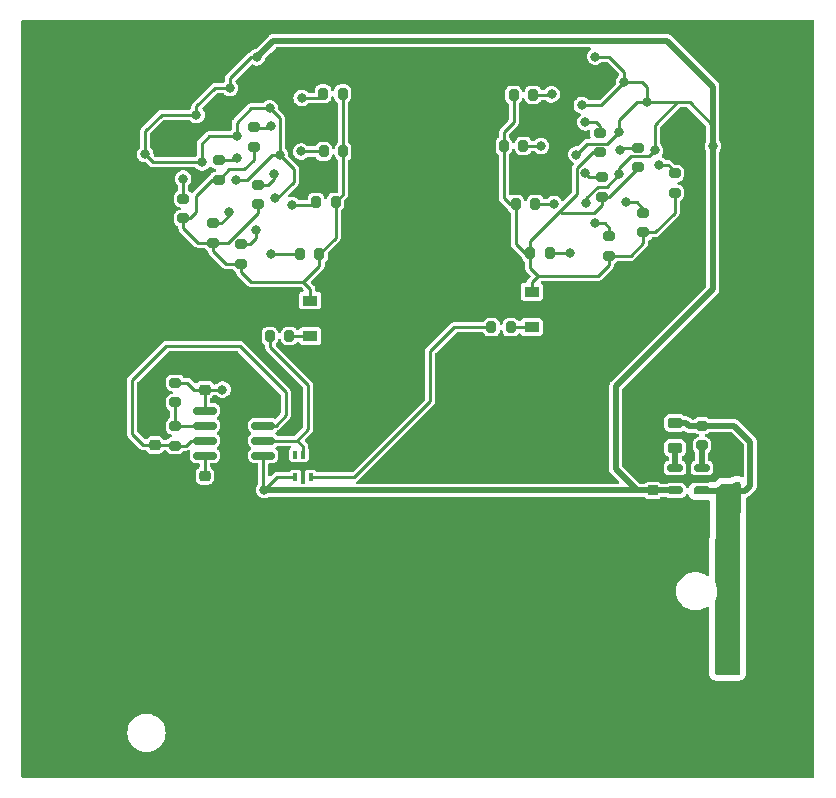
<source format=gbl>
%TF.GenerationSoftware,KiCad,Pcbnew,(6.0.0-0)*%
%TF.CreationDate,2022-07-31T01:07:44-04:00*%
%TF.ProjectId,sam-bday-21,73616d2d-6264-4617-992d-32312e6b6963,v1*%
%TF.SameCoordinates,Original*%
%TF.FileFunction,Copper,L2,Bot*%
%TF.FilePolarity,Positive*%
%FSLAX46Y46*%
G04 Gerber Fmt 4.6, Leading zero omitted, Abs format (unit mm)*
G04 Created by KiCad (PCBNEW (6.0.0-0)) date 2022-07-31 01:07:44*
%MOMM*%
%LPD*%
G01*
G04 APERTURE LIST*
G04 Aperture macros list*
%AMRoundRect*
0 Rectangle with rounded corners*
0 $1 Rounding radius*
0 $2 $3 $4 $5 $6 $7 $8 $9 X,Y pos of 4 corners*
0 Add a 4 corners polygon primitive as box body*
4,1,4,$2,$3,$4,$5,$6,$7,$8,$9,$2,$3,0*
0 Add four circle primitives for the rounded corners*
1,1,$1+$1,$2,$3*
1,1,$1+$1,$4,$5*
1,1,$1+$1,$6,$7*
1,1,$1+$1,$8,$9*
0 Add four rect primitives between the rounded corners*
20,1,$1+$1,$2,$3,$4,$5,0*
20,1,$1+$1,$4,$5,$6,$7,0*
20,1,$1+$1,$6,$7,$8,$9,0*
20,1,$1+$1,$8,$9,$2,$3,0*%
%AMFreePoly0*
4,1,9,3.862500,-0.866500,0.737500,-0.866500,0.737500,-0.450000,-0.737500,-0.450000,-0.737500,0.450000,0.737500,0.450000,0.737500,0.866500,3.862500,0.866500,3.862500,-0.866500,3.862500,-0.866500,$1*%
G04 Aperture macros list end*
%TA.AperFunction,SMDPad,CuDef*%
%ADD10RoundRect,0.200000X0.200000X0.275000X-0.200000X0.275000X-0.200000X-0.275000X0.200000X-0.275000X0*%
%TD*%
%TA.AperFunction,SMDPad,CuDef*%
%ADD11RoundRect,0.200000X-0.275000X0.200000X-0.275000X-0.200000X0.275000X-0.200000X0.275000X0.200000X0*%
%TD*%
%TA.AperFunction,SMDPad,CuDef*%
%ADD12RoundRect,0.218750X-0.381250X0.218750X-0.381250X-0.218750X0.381250X-0.218750X0.381250X0.218750X0*%
%TD*%
%TA.AperFunction,SMDPad,CuDef*%
%ADD13R,1.300000X0.900000*%
%TD*%
%TA.AperFunction,SMDPad,CuDef*%
%ADD14FreePoly0,0.000000*%
%TD*%
%TA.AperFunction,SMDPad,CuDef*%
%ADD15RoundRect,0.225000X0.250000X-0.225000X0.250000X0.225000X-0.250000X0.225000X-0.250000X-0.225000X0*%
%TD*%
%TA.AperFunction,SMDPad,CuDef*%
%ADD16RoundRect,0.225000X-0.250000X0.225000X-0.250000X-0.225000X0.250000X-0.225000X0.250000X0.225000X0*%
%TD*%
%TA.AperFunction,SMDPad,CuDef*%
%ADD17RoundRect,0.200000X-0.200000X-0.275000X0.200000X-0.275000X0.200000X0.275000X-0.200000X0.275000X0*%
%TD*%
%TA.AperFunction,SMDPad,CuDef*%
%ADD18R,0.400000X0.650000*%
%TD*%
%TA.AperFunction,ComponentPad*%
%ADD19C,2.000000*%
%TD*%
%TA.AperFunction,ComponentPad*%
%ADD20R,2.000000X2.000000*%
%TD*%
%TA.AperFunction,SMDPad,CuDef*%
%ADD21RoundRect,0.150000X0.825000X0.150000X-0.825000X0.150000X-0.825000X-0.150000X0.825000X-0.150000X0*%
%TD*%
%TA.AperFunction,SMDPad,CuDef*%
%ADD22RoundRect,0.150000X0.512500X0.150000X-0.512500X0.150000X-0.512500X-0.150000X0.512500X-0.150000X0*%
%TD*%
%TA.AperFunction,ViaPad*%
%ADD23C,0.800000*%
%TD*%
%TA.AperFunction,Conductor*%
%ADD24C,0.250000*%
%TD*%
%TA.AperFunction,Conductor*%
%ADD25C,0.500000*%
%TD*%
G04 APERTURE END LIST*
D10*
%TO.P,R17,2*%
%TO.N,Net-(Q2-Pad3)*%
X145885400Y-77444600D03*
%TO.P,R17,1*%
%TO.N,Net-(D14-Pad1)*%
X147535400Y-77444600D03*
%TD*%
D11*
%TO.P,R20,2*%
%TO.N,/DIS*%
X115836400Y-90080600D03*
%TO.P,R20,1*%
%TO.N,+5V*%
X115836400Y-88430600D03*
%TD*%
D12*
%TO.P,L1,2*%
%TO.N,/LX*%
X158154387Y-93953719D03*
%TO.P,L1,1*%
%TO.N,Net-(BT1-Pad1)*%
X158154387Y-91828719D03*
%TD*%
D11*
%TO.P,R15,2*%
%TO.N,Net-(Q2-Pad3)*%
X152552400Y-77673200D03*
%TO.P,R15,1*%
%TO.N,Net-(D12-Pad1)*%
X152552400Y-76023200D03*
%TD*%
D13*
%TO.P,Q2,3,D*%
%TO.N,Net-(Q2-Pad3)*%
X146025600Y-80719800D03*
D14*
%TO.P,Q2,2,S*%
%TO.N,GND*%
X146113100Y-82219800D03*
D13*
%TO.P,Q2,1,G*%
%TO.N,Net-(Q2-Pad1)*%
X146025600Y-83719800D03*
%TD*%
D11*
%TO.P,R11,2*%
%TO.N,Net-(Q2-Pad3)*%
X151993600Y-72668400D03*
%TO.P,R11,1*%
%TO.N,Net-(D10-Pad1)*%
X151993600Y-71018400D03*
%TD*%
D10*
%TO.P,R19,2*%
%TO.N,Net-(Q2-Pad3)*%
X144666200Y-73279000D03*
%TO.P,R19,1*%
%TO.N,Net-(D16-Pad1)*%
X146316200Y-73279000D03*
%TD*%
D15*
%TO.P,C2,2*%
%TO.N,GND*%
X156286200Y-95999000D03*
%TO.P,C2,1*%
%TO.N,+5V*%
X156286200Y-97549000D03*
%TD*%
D16*
%TO.P,C4,2*%
%TO.N,GND*%
X118351000Y-97841400D03*
%TO.P,C4,1*%
%TO.N,/CV*%
X118351000Y-96291400D03*
%TD*%
D15*
%TO.P,C3,2*%
%TO.N,GND*%
X114122200Y-92138400D03*
%TO.P,C3,1*%
%TO.N,/THR*%
X114122200Y-93688400D03*
%TD*%
%TO.P,C5,2*%
%TO.N,GND*%
X118351000Y-87451600D03*
%TO.P,C5,1*%
%TO.N,+5V*%
X118351000Y-89001600D03*
%TD*%
D17*
%TO.P,R13,2*%
%TO.N,Net-(Q2-Pad1)*%
X144252600Y-83718400D03*
%TO.P,R13,1*%
%TO.N,LED_R*%
X142602600Y-83718400D03*
%TD*%
D15*
%TO.P,C1,2*%
%TO.N,GND*%
X162599387Y-96011119D03*
%TO.P,C1,1*%
%TO.N,Net-(BT1-Pad1)*%
X162599387Y-97561119D03*
%TD*%
D18*
%TO.P,U3,5,VCC*%
%TO.N,+5V*%
X125994400Y-96403200D03*
%TO.P,U3,4*%
%TO.N,LED_R*%
X127294400Y-96403200D03*
%TO.P,U3,3,GND*%
%TO.N,GND*%
X127294400Y-94503200D03*
%TO.P,U3,2*%
%TO.N,LED_L*%
X126644400Y-94503200D03*
%TO.P,U3,1*%
%TO.N,N/C*%
X125994400Y-94503200D03*
%TD*%
D11*
%TO.P,R4,2*%
%TO.N,Net-(Q2-Pad3)*%
X155473400Y-75678800D03*
%TO.P,R4,1*%
%TO.N,Net-(D4-Pad1)*%
X155473400Y-74028800D03*
%TD*%
%TO.P,R21,2*%
%TO.N,/THR*%
X115824000Y-93751400D03*
%TO.P,R21,1*%
%TO.N,/DIS*%
X115824000Y-92101400D03*
%TD*%
%TO.P,R7,2*%
%TO.N,Net-(Q2-Pad3)*%
X155041600Y-70180200D03*
%TO.P,R7,1*%
%TO.N,Net-(D6-Pad1)*%
X155041600Y-68530200D03*
%TD*%
%TO.P,R5,2*%
%TO.N,/CE*%
X160440387Y-93711919D03*
%TO.P,R5,1*%
%TO.N,Net-(BT1-Pad1)*%
X160440387Y-92061919D03*
%TD*%
%TO.P,R2,2*%
%TO.N,Net-(Q2-Pad3)*%
X158115000Y-72351400D03*
%TO.P,R2,1*%
%TO.N,Net-(D2-Pad1)*%
X158115000Y-70701400D03*
%TD*%
D19*
%TO.P,BT1,2,-*%
%TO.N,GND*%
X110646200Y-112064800D03*
D20*
%TO.P,BT1,1,+*%
%TO.N,Net-(BT1-Pad1)*%
X162636200Y-112064800D03*
%TD*%
D11*
%TO.P,R9,2*%
%TO.N,Net-(Q2-Pad3)*%
X151765000Y-68922400D03*
%TO.P,R9,1*%
%TO.N,Net-(D8-Pad1)*%
X151765000Y-67272400D03*
%TD*%
D10*
%TO.P,R25,2*%
%TO.N,Net-(Q2-Pad3)*%
X144488400Y-64058800D03*
%TO.P,R25,1*%
%TO.N,Net-(D20-Pad1)*%
X146138400Y-64058800D03*
%TD*%
%TO.P,R23,2*%
%TO.N,Net-(Q2-Pad3)*%
X143662400Y-68376800D03*
%TO.P,R23,1*%
%TO.N,Net-(D18-Pad1)*%
X145312400Y-68376800D03*
%TD*%
D21*
%TO.P,U2,8,VCC*%
%TO.N,+5V*%
X118351000Y-90779600D03*
%TO.P,U2,7,DIS*%
%TO.N,/DIS*%
X118351000Y-92049600D03*
%TO.P,U2,6,THR*%
%TO.N,/THR*%
X118351000Y-93319600D03*
%TO.P,U2,5,CV*%
%TO.N,/CV*%
X118351000Y-94589600D03*
%TO.P,U2,4,R*%
%TO.N,+5V*%
X123301000Y-94589600D03*
%TO.P,U2,3,Q*%
%TO.N,LED_L*%
X123301000Y-93319600D03*
%TO.P,U2,2,TR*%
%TO.N,/THR*%
X123301000Y-92049600D03*
%TO.P,U2,1,GND*%
%TO.N,GND*%
X123301000Y-90779600D03*
%TD*%
D22*
%TO.P,U1,5,LX*%
%TO.N,/LX*%
X158159887Y-95645319D03*
%TO.P,U1,4,VOUT*%
%TO.N,+5V*%
X158159887Y-97545319D03*
%TO.P,U1,3,BAT*%
%TO.N,Net-(BT1-Pad1)*%
X160434887Y-97545319D03*
%TO.P,U1,2,GND*%
%TO.N,GND*%
X160434887Y-96595319D03*
%TO.P,U1,1,CE*%
%TO.N,/CE*%
X160434887Y-95645319D03*
%TD*%
D11*
%TO.P,R14,2*%
%TO.N,Net-(Q1-Pad3)*%
X121424700Y-78358500D03*
%TO.P,R14,1*%
%TO.N,Net-(D11-Pad1)*%
X121424700Y-76708500D03*
%TD*%
%TO.P,R10,2*%
%TO.N,Net-(Q1-Pad3)*%
X122872500Y-73329300D03*
%TO.P,R10,1*%
%TO.N,Net-(D9-Pad1)*%
X122872500Y-71679300D03*
%TD*%
D17*
%TO.P,R12,2*%
%TO.N,Net-(Q1-Pad1)*%
X125500900Y-84467700D03*
%TO.P,R12,1*%
%TO.N,LED_L*%
X123850900Y-84467700D03*
%TD*%
D11*
%TO.P,R6,2*%
%TO.N,Net-(Q1-Pad3)*%
X119037100Y-76567300D03*
%TO.P,R6,1*%
%TO.N,Net-(D5-Pad1)*%
X119037100Y-74917300D03*
%TD*%
D17*
%TO.P,R24,2*%
%TO.N,Net-(Q1-Pad3)*%
X128053100Y-77533500D03*
%TO.P,R24,1*%
%TO.N,Net-(D19-Pad1)*%
X126403100Y-77533500D03*
%TD*%
%TO.P,R22,2*%
%TO.N,Net-(Q1-Pad3)*%
X129412500Y-73113900D03*
%TO.P,R22,1*%
%TO.N,Net-(D17-Pad1)*%
X127762500Y-73113900D03*
%TD*%
D11*
%TO.P,R3,2*%
%TO.N,Net-(Q1-Pad3)*%
X119545100Y-71258700D03*
%TO.P,R3,1*%
%TO.N,Net-(D3-Pad1)*%
X119545100Y-69608700D03*
%TD*%
D13*
%TO.P,Q1,3,D*%
%TO.N,Net-(Q1-Pad3)*%
X127267700Y-81469100D03*
D14*
%TO.P,Q1,2,S*%
%TO.N,GND*%
X127355200Y-82969100D03*
D13*
%TO.P,Q1,1,G*%
%TO.N,Net-(Q1-Pad1)*%
X127267700Y-84469100D03*
%TD*%
D11*
%TO.P,R8,1*%
%TO.N,Net-(D7-Pad1)*%
X122491500Y-66789300D03*
%TO.P,R8,2*%
%TO.N,Net-(Q1-Pad3)*%
X122491500Y-68439300D03*
%TD*%
D17*
%TO.P,R16,2*%
%TO.N,Net-(Q1-Pad3)*%
X130009900Y-63944500D03*
%TO.P,R16,1*%
%TO.N,Net-(D13-Pad1)*%
X128359900Y-63944500D03*
%TD*%
%TO.P,R18,2*%
%TO.N,Net-(Q1-Pad3)*%
X130060700Y-68846700D03*
%TO.P,R18,1*%
%TO.N,Net-(D15-Pad1)*%
X128410700Y-68846700D03*
%TD*%
D11*
%TO.P,R1,2*%
%TO.N,Net-(Q1-Pad3)*%
X116522500Y-74497700D03*
%TO.P,R1,1*%
%TO.N,Net-(D1-Pad1)*%
X116522500Y-72847700D03*
%TD*%
D23*
%TO.N,+5V*%
X123367800Y-97485200D03*
X119837200Y-89001600D03*
X161366200Y-68376800D03*
%TO.N,Net-(D2-Pad1)*%
X156819600Y-70002400D03*
%TO.N,Net-(D4-Pad1)*%
X153974800Y-73126600D03*
%TO.N,+5V*%
X156464000Y-68757800D03*
%TO.N,Net-(D6-Pad1)*%
X153492200Y-68681600D03*
%TO.N,+5V*%
X155752800Y-64693800D03*
X153873200Y-62966600D03*
%TO.N,Net-(D8-Pad1)*%
X150571200Y-66370200D03*
%TO.N,+5V*%
X153416000Y-67157600D03*
%TO.N,Net-(D10-Pad1)*%
X150571200Y-70688200D03*
%TO.N,+5V*%
X153441400Y-70789800D03*
%TO.N,Net-(D12-Pad1)*%
X151358600Y-74930000D03*
%TO.N,Net-(D14-Pad1)*%
X149250400Y-77444600D03*
%TO.N,+5V*%
X150622000Y-73177400D03*
%TO.N,Net-(D16-Pad1)*%
X147904200Y-73279000D03*
%TO.N,+5V*%
X149809200Y-69113400D03*
%TO.N,Net-(D18-Pad1)*%
X146812000Y-68376800D03*
%TO.N,+5V*%
X150266400Y-64922400D03*
%TO.N,Net-(D20-Pad1)*%
X147701000Y-64008000D03*
%TO.N,+5V*%
X151409400Y-60807600D03*
X120484900Y-63487300D03*
X124675900Y-69126100D03*
X124269500Y-72809100D03*
X123837700Y-65189100D03*
X118097300Y-69761100D03*
X122745500Y-60871100D03*
X120992900Y-71234300D03*
X121043700Y-67576700D03*
X117640100Y-65747900D03*
X113296700Y-69075300D03*
%TO.N,Net-(D1-Pad1)*%
X116510300Y-71145900D03*
%TO.N,Net-(D3-Pad1)*%
X121081300Y-69430900D03*
%TO.N,Net-(D5-Pad1)*%
X120383300Y-73952100D03*
%TO.N,Net-(D7-Pad1)*%
X123964700Y-66687700D03*
%TO.N,Net-(D9-Pad1)*%
X124193300Y-70726300D03*
%TO.N,Net-(D11-Pad1)*%
X122720100Y-75526900D03*
%TO.N,Net-(D13-Pad1)*%
X126555500Y-64300100D03*
%TO.N,Net-(D15-Pad1)*%
X126504700Y-68846700D03*
%TO.N,Net-(D17-Pad1)*%
X125717300Y-73393300D03*
%TO.N,Net-(D19-Pad1)*%
X123976900Y-77508100D03*
%TD*%
D24*
%TO.N,+5V*%
X125994400Y-96403200D02*
X124449800Y-96403200D01*
X124449800Y-96403200D02*
X123367800Y-97485200D01*
X123301000Y-94589600D02*
X123301000Y-97418400D01*
D25*
X123431600Y-97549000D02*
X156286200Y-97549000D01*
X123431600Y-97549000D02*
X123367800Y-97485200D01*
D24*
X118351000Y-89001600D02*
X119837200Y-89001600D01*
%TO.N,/THR*%
X121285000Y-85318600D02*
X115087400Y-85318600D01*
X112191800Y-88214200D02*
X112191800Y-92735400D01*
X125196600Y-89230200D02*
X121285000Y-85318600D01*
X113144800Y-93688400D02*
X114122200Y-93688400D01*
X125196600Y-91186000D02*
X125196600Y-89230200D01*
X123301000Y-92049600D02*
X124333000Y-92049600D01*
X124333000Y-92049600D02*
X125196600Y-91186000D01*
X115087400Y-85318600D02*
X112191800Y-88214200D01*
X112191800Y-92735400D02*
X113144800Y-93688400D01*
%TO.N,LED_L*%
X126161800Y-93319600D02*
X123301000Y-93319600D01*
%TO.N,/THR*%
X114122200Y-93688400D02*
X115761000Y-93688400D01*
X118351000Y-93319600D02*
X117144800Y-93319600D01*
X117144800Y-93319600D02*
X116713000Y-93751400D01*
X116713000Y-93751400D02*
X115824000Y-93751400D01*
%TO.N,/DIS*%
X115824000Y-92101400D02*
X115824000Y-90093000D01*
X115824000Y-92101400D02*
X118299200Y-92101400D01*
D25*
%TO.N,+5V*%
X156286200Y-97549000D02*
X158156206Y-97549000D01*
X161366200Y-68376800D02*
X161366200Y-80492600D01*
X161366200Y-80492600D02*
X153136600Y-88722200D01*
X153136600Y-95758000D02*
X154927600Y-97549000D01*
X153136600Y-88722200D02*
X153136600Y-95758000D01*
D24*
X118097300Y-69761100D02*
X113982500Y-69761100D01*
X113982500Y-69761100D02*
X113296700Y-69075300D01*
D25*
%TO.N,Net-(BT1-Pad1)*%
X159359600Y-92100400D02*
X160401906Y-92100400D01*
X158154387Y-91828719D02*
X159087919Y-91828719D01*
X159087919Y-91828719D02*
X159359600Y-92100400D01*
%TO.N,/CE*%
X160434887Y-95645319D02*
X160434887Y-93717419D01*
%TO.N,Net-(BT1-Pad1)*%
X162599387Y-97561119D02*
X164109681Y-97561119D01*
X163156519Y-92061919D02*
X160440387Y-92061919D01*
X164541200Y-97129600D02*
X164541200Y-93446600D01*
X164109681Y-97561119D02*
X164541200Y-97129600D01*
X164541200Y-93446600D02*
X163156519Y-92061919D01*
%TO.N,GND*%
X162599387Y-96011119D02*
X162002081Y-96011119D01*
X162002081Y-96011119D02*
X161417881Y-96595319D01*
X161417881Y-96595319D02*
X160434887Y-96595319D01*
%TO.N,+5V*%
X161366200Y-68376800D02*
X161366200Y-63347600D01*
X161366200Y-63347600D02*
X157480000Y-59461400D01*
X157480000Y-59461400D02*
X124155200Y-59461400D01*
X124155200Y-59461400D02*
X122745500Y-60871100D01*
D24*
%TO.N,LED_L*%
X126161800Y-93319600D02*
X127101600Y-92379800D01*
X127101600Y-88620600D02*
X123850900Y-85369900D01*
X127101600Y-92379800D02*
X127101600Y-88620600D01*
X123850900Y-85369900D02*
X123850900Y-84467700D01*
%TO.N,LED_R*%
X127294400Y-96403200D02*
X131003000Y-96403200D01*
X131003000Y-96403200D02*
X137414000Y-89992200D01*
X137414000Y-89992200D02*
X137414000Y-85775800D01*
X137414000Y-85775800D02*
X139471400Y-83718400D01*
X139471400Y-83718400D02*
X142602600Y-83718400D01*
%TO.N,LED_L*%
X126161800Y-93319600D02*
X126644400Y-93802200D01*
X126644400Y-93802200D02*
X126644400Y-94503200D01*
%TO.N,+5V*%
X115836400Y-88430600D02*
X116878600Y-88430600D01*
X116878600Y-88430600D02*
X117449600Y-89001600D01*
X117449600Y-89001600D02*
X118351000Y-89001600D01*
D25*
%TO.N,/LX*%
X158154387Y-93953719D02*
X158154387Y-95639819D01*
D24*
%TO.N,Net-(Q2-Pad1)*%
X144252600Y-83718400D02*
X146024200Y-83718400D01*
%TO.N,Net-(Q2-Pad3)*%
X146583400Y-79375000D02*
X146025600Y-79932800D01*
X146025600Y-79932800D02*
X146025600Y-80719800D01*
%TO.N,Net-(Q1-Pad1)*%
X125502300Y-84469100D02*
X127267700Y-84469100D01*
%TO.N,Net-(Q1-Pad3)*%
X127267700Y-80480900D02*
X127267700Y-81469100D01*
X126682500Y-79895700D02*
X127267700Y-80480900D01*
%TO.N,Net-(Q2-Pad3)*%
X151333200Y-74066400D02*
X148539200Y-74066400D01*
X145885400Y-76440800D02*
X149846689Y-72479511D01*
X148539200Y-74066400D02*
X148399500Y-73926700D01*
X151993600Y-72668400D02*
X151993600Y-73406000D01*
X151993600Y-73406000D02*
X151333200Y-74066400D01*
%TO.N,+5V*%
X150622000Y-73177400D02*
X150622000Y-72823217D01*
X150622000Y-72823217D02*
X151614017Y-71831200D01*
X151614017Y-71831200D02*
X152400000Y-71831200D01*
X152400000Y-71831200D02*
X153441400Y-70789800D01*
%TO.N,Net-(D4-Pad1)*%
X153974800Y-73126600D02*
X154914600Y-73126600D01*
X154914600Y-73126600D02*
X155473400Y-73685400D01*
X155473400Y-73685400D02*
X155473400Y-74028800D01*
%TO.N,Net-(D2-Pad1)*%
X156819600Y-70002400D02*
X157581600Y-70002400D01*
X157581600Y-70002400D02*
X158115000Y-70535800D01*
%TO.N,+5V*%
X153416000Y-67157600D02*
X152375720Y-68197880D01*
X152375720Y-68197880D02*
X150724720Y-68197880D01*
X150724720Y-68197880D02*
X149809200Y-69113400D01*
X158343600Y-64693800D02*
X159385000Y-64693800D01*
X155752800Y-64693800D02*
X158343600Y-64693800D01*
X158343600Y-64693800D02*
X156464000Y-66573400D01*
X156464000Y-66573400D02*
X156464000Y-68757800D01*
%TO.N,Net-(Q2-Pad3)*%
X151765000Y-68922400D02*
X151194000Y-68922400D01*
X151194000Y-68922400D02*
X149846689Y-70269711D01*
X149846689Y-70269711D02*
X149846689Y-72479511D01*
%TO.N,Net-(D10-Pad1)*%
X150571200Y-70688200D02*
X150901400Y-71018400D01*
X150901400Y-71018400D02*
X151993600Y-71018400D01*
%TO.N,Net-(D8-Pad1)*%
X150571200Y-66370200D02*
X151485600Y-66370200D01*
X151485600Y-66370200D02*
X151765000Y-66649600D01*
X151765000Y-66649600D02*
X151765000Y-67272400D01*
%TO.N,Net-(Q2-Pad3)*%
X145885400Y-76440800D02*
X145885400Y-77444600D01*
%TO.N,Net-(D12-Pad1)*%
X152552400Y-76023200D02*
X152552400Y-75285600D01*
X152552400Y-75285600D02*
X152196800Y-74930000D01*
X152196800Y-74930000D02*
X151358600Y-74930000D01*
%TO.N,Net-(Q2-Pad3)*%
X155041600Y-70214214D02*
X152587414Y-72668400D01*
X152587414Y-72668400D02*
X151993600Y-72668400D01*
%TO.N,Net-(D6-Pad1)*%
X155041600Y-68530200D02*
X153643600Y-68530200D01*
X153643600Y-68530200D02*
X153492200Y-68681600D01*
%TO.N,+5V*%
X155967080Y-69254720D02*
X154417680Y-69254720D01*
X153441400Y-70231000D02*
X153441400Y-70789800D01*
X156464000Y-68757800D02*
X155967080Y-69254720D01*
X154417680Y-69254720D02*
X153441400Y-70231000D01*
X155752800Y-64693800D02*
X154940000Y-64693800D01*
X154940000Y-64693800D02*
X153416000Y-66217800D01*
X153416000Y-66217800D02*
X153416000Y-67157600D01*
X153873200Y-62966600D02*
X151917400Y-64922400D01*
X151917400Y-64922400D02*
X150266400Y-64922400D01*
X159385000Y-64693800D02*
X161366200Y-66675000D01*
X153873200Y-62966600D02*
X155346400Y-62966600D01*
X155346400Y-62966600D02*
X155752800Y-63373000D01*
X155752800Y-63373000D02*
X155752800Y-64693800D01*
X151409400Y-60807600D02*
X152603200Y-60807600D01*
X152603200Y-60807600D02*
X153873200Y-62077600D01*
X153873200Y-62077600D02*
X153873200Y-62966600D01*
%TO.N,Net-(Q2-Pad3)*%
X158115000Y-72351400D02*
X158115000Y-74066400D01*
X158115000Y-74066400D02*
X156502600Y-75678800D01*
X156502600Y-75678800D02*
X155473400Y-75678800D01*
X152552400Y-77673200D02*
X154432000Y-77673200D01*
X154432000Y-77673200D02*
X155473400Y-76631800D01*
X155473400Y-76631800D02*
X155473400Y-75678800D01*
X145885400Y-77444600D02*
X145885400Y-78677000D01*
X151638000Y-79375000D02*
X152552400Y-78460600D01*
X146583400Y-79375000D02*
X151638000Y-79375000D01*
X145885400Y-78677000D02*
X146583400Y-79375000D01*
X152552400Y-78460600D02*
X152552400Y-77673200D01*
X143662400Y-68376800D02*
X143662400Y-72796400D01*
X143662400Y-72796400D02*
X144145000Y-73279000D01*
X144145000Y-73279000D02*
X144666200Y-73279000D01*
X144666200Y-73279000D02*
X144666200Y-76695800D01*
X144666200Y-76695800D02*
X145415000Y-77444600D01*
X145415000Y-77444600D02*
X145885400Y-77444600D01*
X143713200Y-67157600D02*
X143713200Y-68326000D01*
X144488400Y-64058800D02*
X144488400Y-66382400D01*
X144488400Y-66382400D02*
X143713200Y-67157600D01*
%TO.N,Net-(D14-Pad1)*%
X147535400Y-77444600D02*
X149250400Y-77444600D01*
%TO.N,Net-(D16-Pad1)*%
X146316200Y-73279000D02*
X147904200Y-73279000D01*
%TO.N,Net-(D18-Pad1)*%
X145312400Y-68376800D02*
X146812000Y-68376800D01*
%TO.N,Net-(D20-Pad1)*%
X146138400Y-64058800D02*
X147650200Y-64058800D01*
X147650200Y-64058800D02*
X147701000Y-64008000D01*
%TO.N,Net-(D15-Pad1)*%
X126504700Y-68846700D02*
X128410700Y-68846700D01*
%TO.N,Net-(Q1-Pad3)*%
X130009900Y-63944500D02*
X130009900Y-68795900D01*
X130060700Y-68846700D02*
X130060700Y-72465700D01*
X130060700Y-72465700D02*
X129412500Y-73113900D01*
%TO.N,+5V*%
X124689211Y-66040611D02*
X124689211Y-69112789D01*
X123837700Y-65189100D02*
X122288300Y-65189100D01*
X122288300Y-65189100D02*
X121043700Y-66433700D01*
X121043700Y-66433700D02*
X121043700Y-67576700D01*
X123837700Y-65189100D02*
X124689211Y-66040611D01*
X124689211Y-69112789D02*
X124675900Y-69126100D01*
%TO.N,Net-(D13-Pad1)*%
X128004300Y-64300100D02*
X128359900Y-63944500D01*
X126555500Y-64300100D02*
X128004300Y-64300100D01*
%TO.N,Net-(D17-Pad1)*%
X125717300Y-73393300D02*
X127483100Y-73393300D01*
X127483100Y-73393300D02*
X127762500Y-73113900D01*
%TO.N,+5V*%
X118351000Y-89001600D02*
X118351000Y-90779600D01*
X122262900Y-60871100D02*
X122745500Y-60871100D01*
X124675900Y-69126100D02*
X125895100Y-70345300D01*
X117640100Y-65036700D02*
X119189500Y-63487300D01*
X120484900Y-63487300D02*
X120484900Y-62649100D01*
X113296700Y-67144900D02*
X114693700Y-65747900D01*
X118097300Y-68186300D02*
X118097300Y-69761100D01*
X121907300Y-71234300D02*
X120992900Y-71234300D01*
X118706900Y-67576700D02*
X118097300Y-68186300D01*
X117640100Y-65747900D02*
X117640100Y-65036700D01*
X125895100Y-70345300D02*
X125895100Y-71412100D01*
X121043700Y-67576700D02*
X118706900Y-67576700D01*
X124498100Y-72809100D02*
X124269500Y-72809100D01*
X124675900Y-69126100D02*
X124015500Y-69126100D01*
X120484900Y-62649100D02*
X122262900Y-60871100D01*
X125895100Y-71412100D02*
X124498100Y-72809100D01*
X124015500Y-69126100D02*
X121907300Y-71234300D01*
X113296700Y-69075300D02*
X113296700Y-67144900D01*
X114693700Y-65747900D02*
X117640100Y-65747900D01*
X119189500Y-63487300D02*
X120484900Y-63487300D01*
%TO.N,Net-(D1-Pad1)*%
X116510300Y-71145900D02*
X116510300Y-72835500D01*
%TO.N,Net-(D3-Pad1)*%
X121081300Y-69430900D02*
X121081300Y-69469500D01*
X121081300Y-69469500D02*
X120942100Y-69608700D01*
X120942100Y-69608700D02*
X119545100Y-69608700D01*
%TO.N,Net-(D5-Pad1)*%
X119748300Y-74917300D02*
X119037100Y-74917300D01*
X120383300Y-73952100D02*
X120383300Y-74282300D01*
X120383300Y-74282300D02*
X119748300Y-74917300D01*
%TO.N,Net-(D7-Pad1)*%
X123964700Y-66687700D02*
X123812300Y-66840100D01*
X123812300Y-66840100D02*
X122542300Y-66840100D01*
%TO.N,Net-(D9-Pad1)*%
X124193300Y-71158100D02*
X123672100Y-71679300D01*
X123672100Y-71679300D02*
X122872500Y-71679300D01*
X124193300Y-70726300D02*
X124193300Y-71158100D01*
%TO.N,Net-(D11-Pad1)*%
X122720100Y-75526900D02*
X122720100Y-76161900D01*
X122173500Y-76708500D02*
X121424700Y-76708500D01*
X122720100Y-76161900D02*
X122173500Y-76708500D01*
%TO.N,Net-(D19-Pad1)*%
X123976900Y-77508100D02*
X126377700Y-77508100D01*
%TO.N,Net-(Q1-Pad3)*%
X121678700Y-70370700D02*
X120433100Y-70370700D01*
X117094500Y-74497700D02*
X116522500Y-74497700D01*
X121424700Y-78358500D02*
X121424700Y-79032100D01*
X122491500Y-69557900D02*
X121678700Y-70370700D01*
X120433100Y-70370700D02*
X119545100Y-71258700D01*
X129412500Y-73113900D02*
X129412500Y-76174100D01*
X122872500Y-73329300D02*
X122872500Y-74028300D01*
X126682500Y-79895700D02*
X128053100Y-78525100D01*
X119037100Y-76567300D02*
X119037100Y-77254100D01*
X129412500Y-76174100D02*
X128053100Y-77533500D01*
X128053100Y-78525100D02*
X128053100Y-77533500D01*
X121424700Y-79032100D02*
X122288300Y-79895700D01*
X117791500Y-76567300D02*
X119037100Y-76567300D01*
X122491500Y-68439300D02*
X122491500Y-69557900D01*
X118961900Y-71258700D02*
X117640100Y-72580500D01*
X117640100Y-73952100D02*
X117094500Y-74497700D01*
X119545100Y-71258700D02*
X118961900Y-71258700D01*
X116522500Y-74497700D02*
X116522500Y-75298300D01*
X116522500Y-75298300D02*
X117791500Y-76567300D01*
X120141500Y-78358500D02*
X121424700Y-78358500D01*
X122872500Y-74028300D02*
X120333500Y-76567300D01*
X117640100Y-72580500D02*
X117640100Y-73952100D01*
X120333500Y-76567300D02*
X119037100Y-76567300D01*
X122288300Y-79895700D02*
X126682500Y-79895700D01*
X119037100Y-77254100D02*
X120141500Y-78358500D01*
%TO.N,/CV*%
X118351000Y-96291400D02*
X118351000Y-94589600D01*
%TD*%
%TA.AperFunction,Conductor*%
%TO.N,Net-(BT1-Pad1)*%
G36*
X163615794Y-96869170D02*
G01*
X163636811Y-96886096D01*
X163649854Y-96899134D01*
X163662930Y-96912207D01*
X163696963Y-96974514D01*
X163699846Y-97001343D01*
X163698725Y-101919077D01*
X163697621Y-106765611D01*
X163696204Y-112980494D01*
X163676186Y-113048610D01*
X163659885Y-113068970D01*
X163632487Y-113096731D01*
X163570400Y-113131164D01*
X163544493Y-113134211D01*
X161707779Y-113158768D01*
X161639397Y-113139678D01*
X161617480Y-113122352D01*
X161605584Y-113110583D01*
X161592800Y-113097936D01*
X161558441Y-113035809D01*
X161555416Y-113008029D01*
X161571868Y-106815016D01*
X161583462Y-106765611D01*
X161582490Y-106765218D01*
X161584244Y-106760876D01*
X161586309Y-106756689D01*
X161669164Y-106497852D01*
X161712849Y-106229611D01*
X161716407Y-105957860D01*
X161679758Y-105688568D01*
X161666112Y-105641748D01*
X161605017Y-105432145D01*
X161603707Y-105427650D01*
X161587363Y-105392196D01*
X161575789Y-105339111D01*
X161595392Y-97960235D01*
X161595440Y-97942120D01*
X161595706Y-97842120D01*
X161485075Y-97842040D01*
X160771812Y-97841526D01*
X160680853Y-97841460D01*
X159918163Y-97840910D01*
X159850058Y-97820859D01*
X159829130Y-97803975D01*
X159802871Y-97777698D01*
X159768870Y-97715375D01*
X159766000Y-97688636D01*
X159766000Y-97529819D01*
X159786002Y-97461698D01*
X159839658Y-97415205D01*
X159892000Y-97403819D01*
X161013889Y-97403819D01*
X161016337Y-97403626D01*
X161016345Y-97403626D01*
X161044808Y-97401386D01*
X161044813Y-97401385D01*
X161051218Y-97400881D01*
X161057394Y-97399087D01*
X161057398Y-97399086D01*
X161195989Y-97358822D01*
X161231141Y-97353819D01*
X161350811Y-97353819D01*
X161369761Y-97355252D01*
X161383996Y-97357418D01*
X161384000Y-97357418D01*
X161391230Y-97358518D01*
X161398522Y-97357925D01*
X161398525Y-97357925D01*
X161443899Y-97354234D01*
X161454114Y-97353819D01*
X161462174Y-97353819D01*
X161475464Y-97352270D01*
X161490388Y-97350530D01*
X161494763Y-97350097D01*
X161560220Y-97344773D01*
X161560223Y-97344772D01*
X161567518Y-97344179D01*
X161574482Y-97341923D01*
X161580441Y-97340732D01*
X161586296Y-97339348D01*
X161593562Y-97338501D01*
X161662208Y-97313584D01*
X161666336Y-97312167D01*
X161728817Y-97291926D01*
X161728819Y-97291925D01*
X161735780Y-97289670D01*
X161742035Y-97285874D01*
X161747509Y-97283368D01*
X161752939Y-97280649D01*
X161759818Y-97278152D01*
X161820857Y-97238133D01*
X161824561Y-97235796D01*
X161886988Y-97197914D01*
X161895365Y-97190516D01*
X161895389Y-97190543D01*
X161898381Y-97187890D01*
X161901614Y-97185187D01*
X161907733Y-97181175D01*
X161961009Y-97124936D01*
X161963387Y-97122494D01*
X162091658Y-96994223D01*
X162153970Y-96960197D01*
X162199542Y-96960130D01*
X162199630Y-96959268D01*
X162300655Y-96969619D01*
X162898119Y-96969619D01*
X162901365Y-96969282D01*
X162901369Y-96969282D01*
X162935470Y-96965744D01*
X163000406Y-96959006D01*
X163140679Y-96912207D01*
X163155711Y-96907192D01*
X163155713Y-96907191D01*
X163162655Y-96904875D01*
X163221922Y-96868199D01*
X163288155Y-96849345D01*
X163537448Y-96849211D01*
X163547662Y-96849205D01*
X163615794Y-96869170D01*
G37*
%TD.AperFunction*%
%TD*%
%TA.AperFunction,Conductor*%
%TO.N,GND*%
G36*
X169898321Y-57724002D02*
G01*
X169944814Y-57777658D01*
X169956200Y-57830000D01*
X169956200Y-121722600D01*
X169936198Y-121790721D01*
X169882542Y-121837214D01*
X169830200Y-121848600D01*
X102940400Y-121848600D01*
X102872279Y-121828598D01*
X102825786Y-121774942D01*
X102814400Y-121722600D01*
X102814400Y-118059800D01*
X111780689Y-118059800D01*
X111800702Y-118314086D01*
X111860247Y-118562111D01*
X111957859Y-118797767D01*
X112091134Y-119015251D01*
X112256790Y-119209210D01*
X112450749Y-119374866D01*
X112668233Y-119508141D01*
X112672803Y-119510034D01*
X112672807Y-119510036D01*
X112899316Y-119603859D01*
X112903889Y-119605753D01*
X112989089Y-119626208D01*
X113147101Y-119664143D01*
X113147107Y-119664144D01*
X113151914Y-119665298D01*
X113252251Y-119673195D01*
X113340074Y-119680107D01*
X113340081Y-119680107D01*
X113342530Y-119680300D01*
X113469870Y-119680300D01*
X113472319Y-119680107D01*
X113472326Y-119680107D01*
X113560149Y-119673195D01*
X113660486Y-119665298D01*
X113665293Y-119664144D01*
X113665299Y-119664143D01*
X113823311Y-119626207D01*
X113908511Y-119605753D01*
X113913084Y-119603859D01*
X114139593Y-119510036D01*
X114139597Y-119510034D01*
X114144167Y-119508141D01*
X114361651Y-119374866D01*
X114555610Y-119209210D01*
X114721266Y-119015251D01*
X114854541Y-118797767D01*
X114952153Y-118562111D01*
X115011698Y-118314086D01*
X115031711Y-118059800D01*
X115011698Y-117805514D01*
X114952153Y-117557489D01*
X114854541Y-117321833D01*
X114721266Y-117104349D01*
X114555610Y-116910390D01*
X114361651Y-116744734D01*
X114144167Y-116611459D01*
X114139597Y-116609566D01*
X114139593Y-116609564D01*
X113913084Y-116515741D01*
X113913082Y-116515740D01*
X113908511Y-116513847D01*
X113823311Y-116493392D01*
X113665299Y-116455457D01*
X113665293Y-116455456D01*
X113660486Y-116454302D01*
X113560149Y-116446405D01*
X113472326Y-116439493D01*
X113472319Y-116439493D01*
X113469870Y-116439300D01*
X113342530Y-116439300D01*
X113340081Y-116439493D01*
X113340074Y-116439493D01*
X113252251Y-116446405D01*
X113151914Y-116454302D01*
X113147107Y-116455456D01*
X113147101Y-116455457D01*
X112989089Y-116493392D01*
X112903889Y-116513847D01*
X112899318Y-116515740D01*
X112899316Y-116515741D01*
X112672807Y-116609564D01*
X112672803Y-116609566D01*
X112668233Y-116611459D01*
X112450749Y-116744734D01*
X112256790Y-116910390D01*
X112091134Y-117104349D01*
X111957859Y-117321833D01*
X111860247Y-117557489D01*
X111800702Y-117805514D01*
X111780689Y-118059800D01*
X102814400Y-118059800D01*
X102814400Y-92802793D01*
X111766300Y-92802793D01*
X111773714Y-92825610D01*
X111778328Y-92844829D01*
X111782081Y-92868526D01*
X111786584Y-92877363D01*
X111786584Y-92877364D01*
X111792972Y-92889902D01*
X111800536Y-92908163D01*
X111804885Y-92921547D01*
X111804887Y-92921550D01*
X111807951Y-92930981D01*
X111819807Y-92947299D01*
X111822053Y-92950391D01*
X111832377Y-92967237D01*
X111843272Y-92988620D01*
X112891580Y-94036928D01*
X112912954Y-94047818D01*
X112929806Y-94058144D01*
X112949220Y-94072250D01*
X112958649Y-94075314D01*
X112958652Y-94075315D01*
X112972039Y-94079665D01*
X112990303Y-94087230D01*
X113011674Y-94098119D01*
X113021466Y-94099670D01*
X113021469Y-94099671D01*
X113035369Y-94101873D01*
X113054588Y-94106487D01*
X113067973Y-94110836D01*
X113067980Y-94110837D01*
X113077407Y-94113900D01*
X113304033Y-94113900D01*
X113372154Y-94133902D01*
X113409911Y-94173918D01*
X113410072Y-94173795D01*
X113497122Y-94288478D01*
X113611805Y-94375528D01*
X113745672Y-94428529D01*
X113831371Y-94438900D01*
X114122008Y-94438900D01*
X114413028Y-94438899D01*
X114416785Y-94438444D01*
X114416791Y-94438444D01*
X114490695Y-94429501D01*
X114498728Y-94428529D01*
X114506251Y-94425551D01*
X114506253Y-94425550D01*
X114597194Y-94389544D01*
X114632595Y-94375528D01*
X114747278Y-94288478D01*
X114834328Y-94173795D01*
X114834683Y-94174065D01*
X114881461Y-94128517D01*
X114940367Y-94113900D01*
X114988284Y-94113900D01*
X115056405Y-94133902D01*
X115098804Y-94179391D01*
X115102323Y-94185818D01*
X115105474Y-94194224D01*
X115110858Y-94201407D01*
X115110858Y-94201408D01*
X115161864Y-94269465D01*
X115191454Y-94308946D01*
X115198635Y-94314328D01*
X115298994Y-94389544D01*
X115298997Y-94389546D01*
X115306176Y-94394926D01*
X115387867Y-94425550D01*
X115433025Y-94442479D01*
X115433027Y-94442479D01*
X115440420Y-94445251D01*
X115448270Y-94446104D01*
X115448271Y-94446104D01*
X115498217Y-94451530D01*
X115501623Y-94451900D01*
X115823952Y-94451900D01*
X116146376Y-94451899D01*
X116149770Y-94451530D01*
X116149776Y-94451530D01*
X116199722Y-94446105D01*
X116199726Y-94446104D01*
X116207580Y-94445251D01*
X116341824Y-94394926D01*
X116349003Y-94389546D01*
X116349006Y-94389544D01*
X116449365Y-94314328D01*
X116456546Y-94308946D01*
X116517712Y-94227334D01*
X116574571Y-94184820D01*
X116618537Y-94176900D01*
X116780393Y-94176900D01*
X116803210Y-94169486D01*
X116822429Y-94164872D01*
X116846126Y-94161119D01*
X116858640Y-94154743D01*
X116867502Y-94150228D01*
X116885763Y-94142664D01*
X116899147Y-94138315D01*
X116899150Y-94138313D01*
X116908581Y-94135249D01*
X116916603Y-94129420D01*
X116925438Y-94124919D01*
X116926572Y-94127145D01*
X116979997Y-94108076D01*
X117049150Y-94124149D01*
X117098636Y-94175057D01*
X117112743Y-94244638D01*
X117106087Y-94275617D01*
X117088102Y-94326833D01*
X117078481Y-94354231D01*
X117075500Y-94385766D01*
X117075500Y-94793434D01*
X117078481Y-94824969D01*
X117123366Y-94952784D01*
X117128958Y-94960354D01*
X117128959Y-94960357D01*
X117158915Y-95000913D01*
X117203850Y-95061750D01*
X117211421Y-95067342D01*
X117305243Y-95136641D01*
X117305246Y-95136642D01*
X117312816Y-95142234D01*
X117440631Y-95187119D01*
X117448277Y-95187842D01*
X117448278Y-95187842D01*
X117454248Y-95188406D01*
X117472166Y-95190100D01*
X117799500Y-95190100D01*
X117867621Y-95210102D01*
X117914114Y-95263758D01*
X117925500Y-95316100D01*
X117925500Y-95485030D01*
X117905498Y-95553151D01*
X117854886Y-95594780D01*
X117856077Y-95596893D01*
X117848599Y-95601107D01*
X117840605Y-95604272D01*
X117725922Y-95691322D01*
X117638872Y-95806005D01*
X117585871Y-95939872D01*
X117575500Y-96025571D01*
X117575501Y-96557228D01*
X117575956Y-96560985D01*
X117575956Y-96560991D01*
X117584370Y-96630526D01*
X117585871Y-96642928D01*
X117588849Y-96650451D01*
X117588850Y-96650453D01*
X117616841Y-96721149D01*
X117638872Y-96776795D01*
X117725922Y-96891478D01*
X117840605Y-96978528D01*
X117974472Y-97031529D01*
X118060171Y-97041900D01*
X118350808Y-97041900D01*
X118641828Y-97041899D01*
X118645585Y-97041444D01*
X118645591Y-97041444D01*
X118719495Y-97032501D01*
X118727528Y-97031529D01*
X118735051Y-97028551D01*
X118735053Y-97028550D01*
X118810951Y-96998500D01*
X118861395Y-96978528D01*
X118976078Y-96891478D01*
X119063128Y-96776795D01*
X119116129Y-96642928D01*
X119126500Y-96557229D01*
X119126499Y-96025572D01*
X119126044Y-96021806D01*
X119117101Y-95947905D01*
X119116129Y-95939872D01*
X119106728Y-95916126D01*
X119066292Y-95813997D01*
X119063128Y-95806005D01*
X118976078Y-95691322D01*
X118861395Y-95604272D01*
X118853401Y-95601107D01*
X118845923Y-95596893D01*
X118846965Y-95595043D01*
X118800139Y-95558503D01*
X118776500Y-95485030D01*
X118776500Y-95316100D01*
X118796502Y-95247979D01*
X118850158Y-95201486D01*
X118902500Y-95190100D01*
X119229834Y-95190100D01*
X119247752Y-95188406D01*
X119253722Y-95187842D01*
X119253723Y-95187842D01*
X119261369Y-95187119D01*
X119389184Y-95142234D01*
X119396754Y-95136642D01*
X119396757Y-95136641D01*
X119490579Y-95067342D01*
X119498150Y-95061750D01*
X119543085Y-95000913D01*
X119573041Y-94960357D01*
X119573042Y-94960354D01*
X119578634Y-94952784D01*
X119623519Y-94824969D01*
X119626500Y-94793434D01*
X119626500Y-94385766D01*
X119623519Y-94354231D01*
X119578634Y-94226416D01*
X119573042Y-94218846D01*
X119573041Y-94218843D01*
X119503742Y-94125021D01*
X119498150Y-94117450D01*
X119490579Y-94111858D01*
X119490576Y-94111855D01*
X119414888Y-94055951D01*
X119371977Y-93999390D01*
X119366457Y-93928608D01*
X119400081Y-93866079D01*
X119414888Y-93853249D01*
X119490576Y-93797345D01*
X119490579Y-93797342D01*
X119498150Y-93791750D01*
X119530480Y-93747979D01*
X119573041Y-93690357D01*
X119573042Y-93690354D01*
X119578634Y-93682784D01*
X119623519Y-93554969D01*
X119626500Y-93523434D01*
X119626500Y-93115766D01*
X119623519Y-93084231D01*
X119578634Y-92956416D01*
X119573042Y-92948846D01*
X119573041Y-92948843D01*
X119503742Y-92855021D01*
X119498150Y-92847450D01*
X119490579Y-92841858D01*
X119490576Y-92841855D01*
X119414888Y-92785951D01*
X119371977Y-92729390D01*
X119366457Y-92658608D01*
X119400081Y-92596079D01*
X119414888Y-92583249D01*
X119490576Y-92527345D01*
X119490579Y-92527342D01*
X119498150Y-92521750D01*
X119522170Y-92489230D01*
X119573041Y-92420357D01*
X119573042Y-92420354D01*
X119578634Y-92412784D01*
X119623519Y-92284969D01*
X119626500Y-92253434D01*
X119626500Y-91845766D01*
X119623519Y-91814231D01*
X119578634Y-91686416D01*
X119573042Y-91678846D01*
X119573041Y-91678843D01*
X119503742Y-91585021D01*
X119498150Y-91577450D01*
X119490579Y-91571858D01*
X119490576Y-91571855D01*
X119414888Y-91515951D01*
X119371977Y-91459390D01*
X119366457Y-91388608D01*
X119400081Y-91326079D01*
X119414888Y-91313249D01*
X119490576Y-91257345D01*
X119490579Y-91257342D01*
X119498150Y-91251750D01*
X119511143Y-91234159D01*
X119573041Y-91150357D01*
X119573042Y-91150354D01*
X119578634Y-91142784D01*
X119623519Y-91014969D01*
X119626500Y-90983434D01*
X119626500Y-90575766D01*
X119623519Y-90544231D01*
X119578634Y-90416416D01*
X119573042Y-90408846D01*
X119573041Y-90408843D01*
X119503742Y-90315021D01*
X119498150Y-90307450D01*
X119402206Y-90236584D01*
X119396757Y-90232559D01*
X119396754Y-90232558D01*
X119389184Y-90226966D01*
X119261369Y-90182081D01*
X119253723Y-90181358D01*
X119253722Y-90181358D01*
X119247752Y-90180794D01*
X119229834Y-90179100D01*
X118902500Y-90179100D01*
X118834379Y-90159098D01*
X118787886Y-90105442D01*
X118776500Y-90053100D01*
X118776500Y-89807970D01*
X118796502Y-89739849D01*
X118847114Y-89698220D01*
X118845923Y-89696107D01*
X118853401Y-89691893D01*
X118861395Y-89688728D01*
X118976078Y-89601678D01*
X119063128Y-89486995D01*
X119063483Y-89487265D01*
X119110261Y-89441717D01*
X119169167Y-89427100D01*
X119215834Y-89427100D01*
X119283955Y-89447102D01*
X119302531Y-89463231D01*
X119303030Y-89462683D01*
X119422812Y-89571677D01*
X119422816Y-89571680D01*
X119428433Y-89576791D01*
X119435106Y-89580414D01*
X119435110Y-89580417D01*
X119570758Y-89654067D01*
X119570760Y-89654068D01*
X119577435Y-89657692D01*
X119584784Y-89659620D01*
X119734083Y-89698788D01*
X119734085Y-89698788D01*
X119741433Y-89700716D01*
X119827809Y-89702073D01*
X119903361Y-89703260D01*
X119903364Y-89703260D01*
X119910960Y-89703379D01*
X119918365Y-89701683D01*
X119918366Y-89701683D01*
X119997627Y-89683530D01*
X120076229Y-89665528D01*
X120227698Y-89589347D01*
X120356623Y-89479234D01*
X120455561Y-89341547D01*
X120518801Y-89184234D01*
X120529811Y-89106872D01*
X120542109Y-89020462D01*
X120542109Y-89020459D01*
X120542690Y-89016378D01*
X120542762Y-89009532D01*
X120542802Y-89005735D01*
X120542802Y-89005729D01*
X120542845Y-89001600D01*
X120539017Y-88969963D01*
X120531341Y-88906534D01*
X120522476Y-88833280D01*
X120462545Y-88674677D01*
X120443941Y-88647608D01*
X120370814Y-88541208D01*
X120370813Y-88541207D01*
X120366512Y-88534949D01*
X120360319Y-88529431D01*
X120245592Y-88427212D01*
X120245588Y-88427210D01*
X120239921Y-88422160D01*
X120213856Y-88408359D01*
X120136459Y-88367380D01*
X120090081Y-88342824D01*
X119925641Y-88301519D01*
X119918043Y-88301479D01*
X119918041Y-88301479D01*
X119840868Y-88301075D01*
X119756095Y-88300631D01*
X119748708Y-88302405D01*
X119748704Y-88302405D01*
X119605362Y-88336820D01*
X119591232Y-88340212D01*
X119584488Y-88343693D01*
X119584485Y-88343694D01*
X119459194Y-88408362D01*
X119440569Y-88417975D01*
X119434847Y-88422967D01*
X119434845Y-88422968D01*
X119349673Y-88497268D01*
X119312804Y-88529431D01*
X119309118Y-88534676D01*
X119249105Y-88571649D01*
X119215913Y-88576100D01*
X119169167Y-88576100D01*
X119101046Y-88556098D01*
X119063289Y-88516082D01*
X119063128Y-88516205D01*
X118976078Y-88401522D01*
X118861395Y-88314472D01*
X118727528Y-88261471D01*
X118641829Y-88251100D01*
X118351192Y-88251100D01*
X118060172Y-88251101D01*
X118056415Y-88251556D01*
X118056409Y-88251556D01*
X117986874Y-88259970D01*
X117974472Y-88261471D01*
X117966949Y-88264449D01*
X117966947Y-88264450D01*
X117896251Y-88292441D01*
X117840605Y-88314472D01*
X117725922Y-88401522D01*
X117708087Y-88425019D01*
X117694732Y-88442613D01*
X117637613Y-88484779D01*
X117566765Y-88489371D01*
X117505275Y-88455527D01*
X117131820Y-88082072D01*
X117110437Y-88071177D01*
X117093591Y-88060853D01*
X117082204Y-88052580D01*
X117074181Y-88046751D01*
X117064750Y-88043687D01*
X117064747Y-88043685D01*
X117051363Y-88039336D01*
X117033102Y-88031772D01*
X117020564Y-88025384D01*
X117020563Y-88025384D01*
X117011726Y-88020881D01*
X116988029Y-88017128D01*
X116968810Y-88012514D01*
X116945993Y-88005100D01*
X116630937Y-88005100D01*
X116562816Y-87985098D01*
X116530111Y-87954666D01*
X116468946Y-87873054D01*
X116461765Y-87867672D01*
X116361406Y-87792456D01*
X116361403Y-87792454D01*
X116354224Y-87787074D01*
X116264839Y-87753566D01*
X116227375Y-87739521D01*
X116227373Y-87739521D01*
X116219980Y-87736749D01*
X116212130Y-87735896D01*
X116212129Y-87735896D01*
X116162174Y-87730469D01*
X116162173Y-87730469D01*
X116158777Y-87730100D01*
X115836448Y-87730100D01*
X115514024Y-87730101D01*
X115510630Y-87730470D01*
X115510624Y-87730470D01*
X115460678Y-87735895D01*
X115460674Y-87735896D01*
X115452820Y-87736749D01*
X115318576Y-87787074D01*
X115311397Y-87792454D01*
X115311394Y-87792456D01*
X115211035Y-87867672D01*
X115203854Y-87873054D01*
X115198472Y-87880235D01*
X115123256Y-87980594D01*
X115123254Y-87980597D01*
X115117874Y-87987776D01*
X115090912Y-88059698D01*
X115074016Y-88104770D01*
X115067549Y-88122020D01*
X115060900Y-88183223D01*
X115060901Y-88677976D01*
X115061270Y-88681370D01*
X115061270Y-88681376D01*
X115066673Y-88731112D01*
X115067549Y-88739180D01*
X115117874Y-88873424D01*
X115123254Y-88880603D01*
X115123256Y-88880606D01*
X115190226Y-88969963D01*
X115203854Y-88988146D01*
X115211035Y-88993528D01*
X115311394Y-89068744D01*
X115311397Y-89068746D01*
X115318576Y-89074126D01*
X115356226Y-89088240D01*
X115445425Y-89121679D01*
X115445427Y-89121679D01*
X115452820Y-89124451D01*
X115460669Y-89125304D01*
X115460670Y-89125304D01*
X115507006Y-89130338D01*
X115572568Y-89157581D01*
X115612994Y-89215944D01*
X115615448Y-89286899D01*
X115579152Y-89347916D01*
X115515630Y-89379624D01*
X115507010Y-89380863D01*
X115487004Y-89383036D01*
X115460679Y-89385895D01*
X115460676Y-89385896D01*
X115452820Y-89386749D01*
X115318576Y-89437074D01*
X115311397Y-89442454D01*
X115311394Y-89442456D01*
X115211035Y-89517672D01*
X115203854Y-89523054D01*
X115198472Y-89530235D01*
X115123256Y-89630594D01*
X115123254Y-89630597D01*
X115117874Y-89637776D01*
X115106835Y-89667223D01*
X115081616Y-89734497D01*
X115067549Y-89772020D01*
X115060900Y-89833223D01*
X115060901Y-90327976D01*
X115061270Y-90331370D01*
X115061270Y-90331376D01*
X115062286Y-90340724D01*
X115067549Y-90389180D01*
X115117874Y-90523424D01*
X115123254Y-90530603D01*
X115123256Y-90530606D01*
X115133468Y-90544231D01*
X115203854Y-90638146D01*
X115318576Y-90724126D01*
X115326982Y-90727277D01*
X115333009Y-90730577D01*
X115383155Y-90780835D01*
X115398500Y-90841097D01*
X115398500Y-91335936D01*
X115378498Y-91404057D01*
X115324842Y-91450550D01*
X115316745Y-91453912D01*
X115306176Y-91457874D01*
X115298997Y-91463254D01*
X115298994Y-91463256D01*
X115210075Y-91529898D01*
X115191454Y-91543854D01*
X115186072Y-91551035D01*
X115110856Y-91651394D01*
X115110854Y-91651397D01*
X115105474Y-91658576D01*
X115055149Y-91792820D01*
X115048500Y-91854023D01*
X115048501Y-92348776D01*
X115048870Y-92352170D01*
X115048870Y-92352176D01*
X115053862Y-92398128D01*
X115055149Y-92409980D01*
X115105474Y-92544224D01*
X115110854Y-92551403D01*
X115110856Y-92551406D01*
X115178460Y-92641608D01*
X115191454Y-92658946D01*
X115198635Y-92664328D01*
X115298994Y-92739544D01*
X115298997Y-92739546D01*
X115306176Y-92744926D01*
X115395561Y-92778434D01*
X115433025Y-92792479D01*
X115433027Y-92792479D01*
X115440420Y-92795251D01*
X115448269Y-92796104D01*
X115448270Y-92796104D01*
X115494606Y-92801138D01*
X115560168Y-92828381D01*
X115600594Y-92886744D01*
X115603048Y-92957699D01*
X115566752Y-93018716D01*
X115503230Y-93050424D01*
X115494610Y-93051663D01*
X115474604Y-93053836D01*
X115448279Y-93056695D01*
X115448276Y-93056696D01*
X115440420Y-93057549D01*
X115306176Y-93107874D01*
X115298997Y-93113254D01*
X115298994Y-93113256D01*
X115198635Y-93188472D01*
X115191454Y-93193854D01*
X115177544Y-93212415D01*
X115177507Y-93212464D01*
X115120648Y-93254980D01*
X115076680Y-93262900D01*
X114940367Y-93262900D01*
X114872246Y-93242898D01*
X114834489Y-93202882D01*
X114834328Y-93203005D01*
X114747278Y-93088322D01*
X114632595Y-93001272D01*
X114498728Y-92948271D01*
X114413029Y-92937900D01*
X114122392Y-92937900D01*
X113831372Y-92937901D01*
X113827615Y-92938356D01*
X113827609Y-92938356D01*
X113758074Y-92946770D01*
X113745672Y-92948271D01*
X113738149Y-92951249D01*
X113738147Y-92951250D01*
X113699448Y-92966572D01*
X113611805Y-93001272D01*
X113497122Y-93088322D01*
X113433137Y-93172619D01*
X113376021Y-93214784D01*
X113305173Y-93219377D01*
X113243681Y-93185533D01*
X112654205Y-92596057D01*
X112620179Y-92533745D01*
X112617300Y-92506962D01*
X112617300Y-88442638D01*
X112637302Y-88374517D01*
X112654205Y-88353543D01*
X115226743Y-85781005D01*
X115289055Y-85746979D01*
X115315838Y-85744100D01*
X121056562Y-85744100D01*
X121124683Y-85764102D01*
X121145657Y-85781005D01*
X124734195Y-89369543D01*
X124768221Y-89431855D01*
X124771100Y-89458638D01*
X124771100Y-90957562D01*
X124751098Y-91025683D01*
X124734195Y-91046657D01*
X124354310Y-91426542D01*
X124291998Y-91460568D01*
X124223463Y-91456328D01*
X124211369Y-91452081D01*
X124203723Y-91451358D01*
X124203722Y-91451358D01*
X124197752Y-91450794D01*
X124179834Y-91449100D01*
X122422166Y-91449100D01*
X122404248Y-91450794D01*
X122398278Y-91451358D01*
X122398277Y-91451358D01*
X122390631Y-91452081D01*
X122262816Y-91496966D01*
X122255246Y-91502558D01*
X122255243Y-91502559D01*
X122189617Y-91551032D01*
X122153850Y-91577450D01*
X122148258Y-91585021D01*
X122078959Y-91678843D01*
X122078958Y-91678846D01*
X122073366Y-91686416D01*
X122028481Y-91814231D01*
X122025500Y-91845766D01*
X122025500Y-92253434D01*
X122028481Y-92284969D01*
X122073366Y-92412784D01*
X122078958Y-92420354D01*
X122078959Y-92420357D01*
X122129830Y-92489230D01*
X122153850Y-92521750D01*
X122161421Y-92527342D01*
X122161424Y-92527345D01*
X122237112Y-92583249D01*
X122280023Y-92639810D01*
X122285543Y-92710592D01*
X122251919Y-92773121D01*
X122237112Y-92785951D01*
X122161424Y-92841855D01*
X122161421Y-92841858D01*
X122153850Y-92847450D01*
X122148258Y-92855021D01*
X122078959Y-92948843D01*
X122078958Y-92948846D01*
X122073366Y-92956416D01*
X122028481Y-93084231D01*
X122025500Y-93115766D01*
X122025500Y-93523434D01*
X122028481Y-93554969D01*
X122073366Y-93682784D01*
X122078958Y-93690354D01*
X122078959Y-93690357D01*
X122121520Y-93747979D01*
X122153850Y-93791750D01*
X122161421Y-93797342D01*
X122161424Y-93797345D01*
X122237112Y-93853249D01*
X122280023Y-93909810D01*
X122285543Y-93980592D01*
X122251919Y-94043121D01*
X122237112Y-94055951D01*
X122161424Y-94111855D01*
X122161421Y-94111858D01*
X122153850Y-94117450D01*
X122148258Y-94125021D01*
X122078959Y-94218843D01*
X122078958Y-94218846D01*
X122073366Y-94226416D01*
X122028481Y-94354231D01*
X122025500Y-94385766D01*
X122025500Y-94793434D01*
X122028481Y-94824969D01*
X122073366Y-94952784D01*
X122078958Y-94960354D01*
X122078959Y-94960357D01*
X122108915Y-95000913D01*
X122153850Y-95061750D01*
X122161421Y-95067342D01*
X122255243Y-95136641D01*
X122255246Y-95136642D01*
X122262816Y-95142234D01*
X122390631Y-95187119D01*
X122398277Y-95187842D01*
X122398278Y-95187842D01*
X122404248Y-95188406D01*
X122422166Y-95190100D01*
X122749500Y-95190100D01*
X122817621Y-95210102D01*
X122864114Y-95263758D01*
X122875500Y-95316100D01*
X122875500Y-96930382D01*
X122855498Y-96998503D01*
X122846400Y-97010417D01*
X122843404Y-97013031D01*
X122829720Y-97032501D01*
X122767742Y-97120688D01*
X122745913Y-97151747D01*
X122684324Y-97309713D01*
X122683332Y-97317246D01*
X122683332Y-97317247D01*
X122666275Y-97446815D01*
X122662194Y-97477811D01*
X122680799Y-97646335D01*
X122683409Y-97653466D01*
X122729966Y-97780688D01*
X122739066Y-97805556D01*
X122833630Y-97946283D01*
X122839242Y-97951390D01*
X122839245Y-97951393D01*
X122953412Y-98055277D01*
X122953416Y-98055280D01*
X122959033Y-98060391D01*
X122965706Y-98064014D01*
X122965710Y-98064017D01*
X123101358Y-98137667D01*
X123101360Y-98137668D01*
X123108035Y-98141292D01*
X123115384Y-98143220D01*
X123264683Y-98182388D01*
X123264685Y-98182388D01*
X123272033Y-98184316D01*
X123358409Y-98185673D01*
X123433961Y-98186860D01*
X123433964Y-98186860D01*
X123441560Y-98186979D01*
X123448965Y-98185283D01*
X123448966Y-98185283D01*
X123509386Y-98171445D01*
X123606829Y-98149128D01*
X123678790Y-98112935D01*
X123735405Y-98099500D01*
X154891819Y-98099500D01*
X154904990Y-98100190D01*
X154945054Y-98104401D01*
X154953519Y-98102969D01*
X154953528Y-98102969D01*
X154963600Y-98101265D01*
X154984613Y-98099500D01*
X155561001Y-98099500D01*
X155629122Y-98119502D01*
X155650095Y-98136403D01*
X155655929Y-98142237D01*
X155661122Y-98149078D01*
X155775805Y-98236128D01*
X155909672Y-98289129D01*
X155995371Y-98299500D01*
X156286008Y-98299500D01*
X156577028Y-98299499D01*
X156580785Y-98299044D01*
X156580791Y-98299044D01*
X156654695Y-98290101D01*
X156662728Y-98289129D01*
X156670251Y-98286151D01*
X156670253Y-98286150D01*
X156766566Y-98248017D01*
X156796595Y-98236128D01*
X156911278Y-98149078D01*
X156916471Y-98142237D01*
X156922305Y-98136403D01*
X156984618Y-98102379D01*
X157011399Y-98099500D01*
X157417126Y-98099500D01*
X157458874Y-98106617D01*
X157495566Y-98119502D01*
X157562018Y-98142838D01*
X157569664Y-98143561D01*
X157569665Y-98143561D01*
X157575635Y-98144125D01*
X157593553Y-98145819D01*
X158726221Y-98145819D01*
X158744139Y-98144125D01*
X158750109Y-98143561D01*
X158750110Y-98143561D01*
X158757756Y-98142838D01*
X158885571Y-98097953D01*
X158893141Y-98092361D01*
X158893144Y-98092360D01*
X158986966Y-98023061D01*
X158994537Y-98017469D01*
X159050645Y-97941505D01*
X159069424Y-97916081D01*
X159069425Y-97916080D01*
X159075021Y-97908503D01*
X159077844Y-97900464D01*
X159127065Y-97849962D01*
X159196240Y-97833980D01*
X159263073Y-97857934D01*
X159306939Y-97915776D01*
X159322919Y-97958668D01*
X159356920Y-98020991D01*
X159359617Y-98024596D01*
X159359618Y-98024598D01*
X159364421Y-98031019D01*
X159443538Y-98136785D01*
X159469797Y-98163062D01*
X159510156Y-98199348D01*
X159531084Y-98216232D01*
X159532433Y-98217206D01*
X159563020Y-98239292D01*
X159575103Y-98248017D01*
X159706585Y-98308178D01*
X159740637Y-98318203D01*
X159770369Y-98326957D01*
X159770371Y-98326957D01*
X159774690Y-98328229D01*
X159835461Y-98337011D01*
X159913344Y-98348267D01*
X159913351Y-98348268D01*
X159917797Y-98348910D01*
X160680484Y-98349460D01*
X160771443Y-98349526D01*
X160771446Y-98349526D01*
X160960112Y-98349662D01*
X161028218Y-98369713D01*
X161074672Y-98423402D01*
X161086021Y-98475997D01*
X161069548Y-104676397D01*
X161049365Y-104744464D01*
X160995586Y-104790814D01*
X160925285Y-104800731D01*
X160861720Y-104771874D01*
X160841651Y-104754734D01*
X160624167Y-104621459D01*
X160619597Y-104619566D01*
X160619593Y-104619564D01*
X160393084Y-104525741D01*
X160393082Y-104525740D01*
X160388511Y-104523847D01*
X160303311Y-104503392D01*
X160145299Y-104465457D01*
X160145293Y-104465456D01*
X160140486Y-104464302D01*
X160040149Y-104456405D01*
X159952326Y-104449493D01*
X159952319Y-104449493D01*
X159949870Y-104449300D01*
X159822530Y-104449300D01*
X159820081Y-104449493D01*
X159820074Y-104449493D01*
X159732251Y-104456405D01*
X159631914Y-104464302D01*
X159627107Y-104465456D01*
X159627101Y-104465457D01*
X159469089Y-104503392D01*
X159383889Y-104523847D01*
X159379318Y-104525740D01*
X159379316Y-104525741D01*
X159152807Y-104619564D01*
X159152803Y-104619566D01*
X159148233Y-104621459D01*
X158930749Y-104754734D01*
X158736790Y-104920390D01*
X158571134Y-105114349D01*
X158437859Y-105331833D01*
X158340247Y-105567489D01*
X158280702Y-105815514D01*
X158260689Y-106069800D01*
X158280702Y-106324086D01*
X158340247Y-106572111D01*
X158437859Y-106807767D01*
X158571134Y-107025251D01*
X158736790Y-107219210D01*
X158930749Y-107384866D01*
X159148233Y-107518141D01*
X159152803Y-107520034D01*
X159152807Y-107520036D01*
X159379316Y-107613859D01*
X159383889Y-107615753D01*
X159469089Y-107636208D01*
X159627101Y-107674143D01*
X159627107Y-107674144D01*
X159631914Y-107675298D01*
X159732251Y-107683195D01*
X159820074Y-107690107D01*
X159820081Y-107690107D01*
X159822530Y-107690300D01*
X159949870Y-107690300D01*
X159952319Y-107690107D01*
X159952326Y-107690107D01*
X160040149Y-107683195D01*
X160140486Y-107675298D01*
X160145293Y-107674144D01*
X160145299Y-107674143D01*
X160303311Y-107636208D01*
X160388511Y-107615753D01*
X160393084Y-107613859D01*
X160619593Y-107520036D01*
X160619597Y-107520034D01*
X160624167Y-107518141D01*
X160841651Y-107384866D01*
X160845411Y-107381654D01*
X160845416Y-107381651D01*
X160854295Y-107374067D01*
X160919084Y-107345036D01*
X160989284Y-107355641D01*
X161042607Y-107402516D01*
X161062125Y-107470213D01*
X161054723Y-110256692D01*
X161047418Y-113006679D01*
X161050401Y-113063021D01*
X161053426Y-113090801D01*
X161062638Y-113146461D01*
X161113896Y-113281662D01*
X161148255Y-113343789D01*
X161235530Y-113459076D01*
X161248307Y-113471716D01*
X161260203Y-113483485D01*
X161261515Y-113484646D01*
X161301142Y-113519718D01*
X161301153Y-113519727D01*
X161302442Y-113520868D01*
X161324359Y-113538194D01*
X161370487Y-113570667D01*
X161376209Y-113573188D01*
X161376212Y-113573190D01*
X161498685Y-113627155D01*
X161498691Y-113627157D01*
X161502803Y-113628969D01*
X161571185Y-113648059D01*
X161642878Y-113657391D01*
X161710106Y-113666142D01*
X161710107Y-113666142D01*
X161714570Y-113666723D01*
X161719068Y-113666663D01*
X161719070Y-113666663D01*
X163549674Y-113642188D01*
X163549692Y-113642187D01*
X163551284Y-113642166D01*
X163552883Y-113642062D01*
X163552897Y-113642061D01*
X163602208Y-113638840D01*
X163603831Y-113638734D01*
X163629738Y-113635687D01*
X163631357Y-113635411D01*
X163631370Y-113635409D01*
X163675584Y-113627868D01*
X163675587Y-113627867D01*
X163681639Y-113626835D01*
X163816780Y-113575417D01*
X163878867Y-113540984D01*
X163994053Y-113453570D01*
X164021451Y-113425809D01*
X164056443Y-113386469D01*
X164072744Y-113366109D01*
X164103478Y-113323356D01*
X164163575Y-113191844D01*
X164183593Y-113123728D01*
X164204204Y-112980610D01*
X164205621Y-106765727D01*
X164206725Y-101919193D01*
X164207572Y-98203470D01*
X164227590Y-98135355D01*
X164281256Y-98088874D01*
X164292478Y-98085040D01*
X164292435Y-98084927D01*
X164300457Y-98081848D01*
X164308817Y-98079887D01*
X164316342Y-98075750D01*
X164316345Y-98075749D01*
X164346949Y-98058924D01*
X164357594Y-98053708D01*
X164397536Y-98036424D01*
X164409222Y-98026961D01*
X164427807Y-98014473D01*
X164435199Y-98010409D01*
X164440989Y-98007226D01*
X164449103Y-98000222D01*
X164473639Y-97975686D01*
X164483440Y-97966861D01*
X164508073Y-97946913D01*
X164508074Y-97946912D01*
X164514751Y-97941505D01*
X164525647Y-97926173D01*
X164539257Y-97910068D01*
X164919855Y-97529469D01*
X164923665Y-97525816D01*
X164963033Y-97489615D01*
X164969356Y-97483801D01*
X164992299Y-97446798D01*
X164999000Y-97437048D01*
X165025312Y-97402383D01*
X165030846Y-97388404D01*
X165040907Y-97368401D01*
X165048835Y-97355614D01*
X165060975Y-97313828D01*
X165064821Y-97302595D01*
X165077673Y-97270135D01*
X165080836Y-97262147D01*
X165082408Y-97247192D01*
X165086720Y-97225217D01*
X165090915Y-97210775D01*
X165091700Y-97200085D01*
X165091700Y-97165383D01*
X165092390Y-97152213D01*
X165095703Y-97120688D01*
X165096601Y-97112146D01*
X165095169Y-97103681D01*
X165095169Y-97103672D01*
X165093465Y-97093600D01*
X165091700Y-97072587D01*
X165091700Y-93461593D01*
X165091811Y-93456317D01*
X165094050Y-93402891D01*
X165094410Y-93394306D01*
X165092448Y-93385941D01*
X165084473Y-93351938D01*
X165082310Y-93340267D01*
X165079479Y-93319600D01*
X165076406Y-93297168D01*
X165070435Y-93283370D01*
X165063401Y-93262101D01*
X165061929Y-93255825D01*
X165059968Y-93247464D01*
X165055831Y-93239939D01*
X165055830Y-93239936D01*
X165039005Y-93209332D01*
X165033789Y-93198687D01*
X165016505Y-93158745D01*
X165007042Y-93147059D01*
X164994554Y-93128474D01*
X164990490Y-93121082D01*
X164987307Y-93115292D01*
X164980303Y-93107178D01*
X164955767Y-93082642D01*
X164946942Y-93072841D01*
X164926994Y-93048208D01*
X164926993Y-93048207D01*
X164921586Y-93041530D01*
X164914588Y-93036557D01*
X164914583Y-93036552D01*
X164906252Y-93030632D01*
X164890146Y-93017021D01*
X163556401Y-91683277D01*
X163552748Y-91679468D01*
X163531074Y-91655898D01*
X163510720Y-91633763D01*
X163473717Y-91610820D01*
X163463967Y-91604119D01*
X163429302Y-91577807D01*
X163415323Y-91572273D01*
X163395320Y-91562212D01*
X163382533Y-91554284D01*
X163374282Y-91551887D01*
X163374280Y-91551886D01*
X163340747Y-91542144D01*
X163329514Y-91538298D01*
X163289066Y-91522283D01*
X163280525Y-91521385D01*
X163280524Y-91521385D01*
X163274111Y-91520711D01*
X163252136Y-91516399D01*
X163237694Y-91512204D01*
X163230211Y-91511654D01*
X163229311Y-91511588D01*
X163229300Y-91511588D01*
X163227004Y-91511419D01*
X163192302Y-91511419D01*
X163179132Y-91510729D01*
X163168903Y-91509654D01*
X163139065Y-91506518D01*
X163130600Y-91507950D01*
X163130591Y-91507950D01*
X163120519Y-91509654D01*
X163099506Y-91511419D01*
X161124310Y-91511419D01*
X161056189Y-91491417D01*
X161048745Y-91486245D01*
X160965393Y-91423775D01*
X160965390Y-91423773D01*
X160958211Y-91418393D01*
X160868826Y-91384885D01*
X160831362Y-91370840D01*
X160831360Y-91370840D01*
X160823967Y-91368068D01*
X160816117Y-91367215D01*
X160816116Y-91367215D01*
X160766161Y-91361788D01*
X160766160Y-91361788D01*
X160762764Y-91361419D01*
X160440435Y-91361419D01*
X160118011Y-91361420D01*
X160114617Y-91361789D01*
X160114611Y-91361789D01*
X160064665Y-91367214D01*
X160064661Y-91367215D01*
X160056807Y-91368068D01*
X159922563Y-91418393D01*
X159915384Y-91423773D01*
X159915381Y-91423775D01*
X159815024Y-91498989D01*
X159815022Y-91498991D01*
X159807841Y-91504373D01*
X159802459Y-91511554D01*
X159801015Y-91512998D01*
X159738702Y-91547021D01*
X159711922Y-91549900D01*
X159639814Y-91549900D01*
X159571693Y-91529898D01*
X159550719Y-91512995D01*
X159487800Y-91450076D01*
X159484147Y-91446267D01*
X159466009Y-91426542D01*
X159442120Y-91400563D01*
X159405117Y-91377620D01*
X159395367Y-91370919D01*
X159360702Y-91344607D01*
X159346723Y-91339073D01*
X159326720Y-91329012D01*
X159313933Y-91321084D01*
X159305682Y-91318687D01*
X159305680Y-91318686D01*
X159272147Y-91308944D01*
X159260914Y-91305098D01*
X159236496Y-91295430D01*
X159220466Y-91289083D01*
X159211925Y-91288185D01*
X159211924Y-91288185D01*
X159205511Y-91287511D01*
X159183536Y-91283199D01*
X159169094Y-91279004D01*
X159161611Y-91278455D01*
X159160711Y-91278388D01*
X159160700Y-91278388D01*
X159158404Y-91278219D01*
X159123702Y-91278219D01*
X159110532Y-91277529D01*
X159100303Y-91276454D01*
X159070465Y-91273318D01*
X159062000Y-91274750D01*
X159061991Y-91274750D01*
X159051919Y-91276454D01*
X159030906Y-91278219D01*
X158995663Y-91278219D01*
X158927542Y-91258217D01*
X158909595Y-91243754D01*
X158906254Y-91239352D01*
X158899415Y-91234161D01*
X158899413Y-91234159D01*
X158851820Y-91198034D01*
X158792935Y-91153338D01*
X158660660Y-91100966D01*
X158652623Y-91099993D01*
X158652621Y-91099993D01*
X158621937Y-91096280D01*
X158575981Y-91090719D01*
X157732793Y-91090719D01*
X157686837Y-91096280D01*
X157656153Y-91099993D01*
X157656151Y-91099993D01*
X157648114Y-91100966D01*
X157515839Y-91153338D01*
X157402520Y-91239352D01*
X157316506Y-91352671D01*
X157264134Y-91484946D01*
X157263161Y-91492983D01*
X157263161Y-91492985D01*
X157260740Y-91512995D01*
X157253887Y-91569625D01*
X157253887Y-92087813D01*
X157264134Y-92172492D01*
X157316506Y-92304767D01*
X157402520Y-92418086D01*
X157515839Y-92504100D01*
X157648114Y-92556472D01*
X157656151Y-92557445D01*
X157656153Y-92557445D01*
X157686837Y-92561158D01*
X157732793Y-92566719D01*
X158575981Y-92566719D01*
X158621937Y-92561158D01*
X158652621Y-92557445D01*
X158652623Y-92557445D01*
X158660660Y-92556472D01*
X158792935Y-92504100D01*
X158813496Y-92488493D01*
X158879848Y-92463240D01*
X158949321Y-92477868D01*
X158982420Y-92503567D01*
X159005399Y-92528556D01*
X159042402Y-92551499D01*
X159052152Y-92558200D01*
X159086817Y-92584512D01*
X159100795Y-92590046D01*
X159120799Y-92600107D01*
X159133586Y-92608035D01*
X159141837Y-92610432D01*
X159141839Y-92610433D01*
X159175372Y-92620175D01*
X159186602Y-92624020D01*
X159227053Y-92640036D01*
X159235594Y-92640934D01*
X159235595Y-92640934D01*
X159242008Y-92641608D01*
X159263983Y-92645920D01*
X159278425Y-92650115D01*
X159285908Y-92650664D01*
X159286808Y-92650731D01*
X159286819Y-92650731D01*
X159289115Y-92650900D01*
X159323817Y-92650900D01*
X159336987Y-92651590D01*
X159377054Y-92655801D01*
X159385519Y-92654369D01*
X159385528Y-92654369D01*
X159395600Y-92652665D01*
X159416613Y-92650900D01*
X159807808Y-92650900D01*
X159875929Y-92670902D01*
X159883361Y-92676065D01*
X159922563Y-92705445D01*
X160011948Y-92738953D01*
X160049412Y-92752998D01*
X160049414Y-92752998D01*
X160056807Y-92755770D01*
X160064656Y-92756623D01*
X160064657Y-92756623D01*
X160110993Y-92761657D01*
X160176555Y-92788900D01*
X160216981Y-92847263D01*
X160219435Y-92918218D01*
X160183139Y-92979235D01*
X160119617Y-93010943D01*
X160110997Y-93012182D01*
X160090991Y-93014355D01*
X160064666Y-93017214D01*
X160064663Y-93017215D01*
X160056807Y-93018068D01*
X159922563Y-93068393D01*
X159915384Y-93073773D01*
X159915381Y-93073775D01*
X159815022Y-93148991D01*
X159807841Y-93154373D01*
X159802459Y-93161554D01*
X159727243Y-93261913D01*
X159727241Y-93261916D01*
X159721861Y-93269095D01*
X159671536Y-93403339D01*
X159664887Y-93464542D01*
X159664888Y-93959295D01*
X159665257Y-93962689D01*
X159665257Y-93962695D01*
X159669858Y-94005047D01*
X159671536Y-94020499D01*
X159721861Y-94154743D01*
X159727241Y-94161922D01*
X159727243Y-94161925D01*
X159775577Y-94226416D01*
X159807841Y-94269465D01*
X159833210Y-94288478D01*
X159833952Y-94289034D01*
X159876467Y-94345893D01*
X159884387Y-94389860D01*
X159884387Y-94941869D01*
X159864385Y-95009990D01*
X159810729Y-95056483D01*
X159800138Y-95060751D01*
X159709203Y-95092685D01*
X159701633Y-95098277D01*
X159701630Y-95098278D01*
X159617181Y-95160654D01*
X159600237Y-95173169D01*
X159594645Y-95180740D01*
X159525346Y-95274562D01*
X159525345Y-95274565D01*
X159519753Y-95282135D01*
X159474868Y-95409950D01*
X159471887Y-95441485D01*
X159471887Y-95849153D01*
X159474868Y-95880688D01*
X159519753Y-96008503D01*
X159525345Y-96016073D01*
X159525346Y-96016076D01*
X159550529Y-96050170D01*
X159600237Y-96117469D01*
X159607808Y-96123061D01*
X159701630Y-96192360D01*
X159701633Y-96192361D01*
X159709203Y-96197953D01*
X159837018Y-96242838D01*
X159844664Y-96243561D01*
X159844665Y-96243561D01*
X159850635Y-96244125D01*
X159868553Y-96245819D01*
X161001221Y-96245819D01*
X161019139Y-96244125D01*
X161025109Y-96243561D01*
X161025110Y-96243561D01*
X161032756Y-96242838D01*
X161160571Y-96197953D01*
X161168141Y-96192361D01*
X161168144Y-96192360D01*
X161261966Y-96123061D01*
X161269537Y-96117469D01*
X161319245Y-96050170D01*
X161344428Y-96016076D01*
X161344429Y-96016073D01*
X161350021Y-96008503D01*
X161394906Y-95880688D01*
X161397887Y-95849153D01*
X161397887Y-95441485D01*
X161394906Y-95409950D01*
X161350021Y-95282135D01*
X161344429Y-95274565D01*
X161344428Y-95274562D01*
X161275129Y-95180740D01*
X161269537Y-95173169D01*
X161252593Y-95160654D01*
X161168144Y-95098278D01*
X161168141Y-95098277D01*
X161160571Y-95092685D01*
X161069638Y-95060752D01*
X161011993Y-95019308D01*
X160985905Y-94953279D01*
X160985387Y-94941869D01*
X160985387Y-94398105D01*
X161005389Y-94329984D01*
X161035822Y-94297279D01*
X161065748Y-94274850D01*
X161072933Y-94269465D01*
X161105197Y-94226416D01*
X161153531Y-94161925D01*
X161153533Y-94161922D01*
X161158913Y-94154743D01*
X161197309Y-94052320D01*
X161206466Y-94027894D01*
X161206466Y-94027892D01*
X161209238Y-94020499D01*
X161215887Y-93959296D01*
X161215886Y-93464543D01*
X161215280Y-93458965D01*
X161210092Y-93411197D01*
X161210091Y-93411193D01*
X161209238Y-93403339D01*
X161158913Y-93269095D01*
X161153533Y-93261916D01*
X161153531Y-93261913D01*
X161078315Y-93161554D01*
X161072933Y-93154373D01*
X161065752Y-93148991D01*
X160965393Y-93073775D01*
X160965390Y-93073773D01*
X160958211Y-93068393D01*
X160840909Y-93024419D01*
X160831362Y-93020840D01*
X160831360Y-93020840D01*
X160823967Y-93018068D01*
X160816118Y-93017215D01*
X160816117Y-93017215D01*
X160769781Y-93012181D01*
X160704219Y-92984938D01*
X160663793Y-92926575D01*
X160661339Y-92855620D01*
X160697635Y-92794603D01*
X160761157Y-92762895D01*
X160769777Y-92761656D01*
X160789783Y-92759483D01*
X160816108Y-92756624D01*
X160816111Y-92756623D01*
X160823967Y-92755770D01*
X160958211Y-92705445D01*
X160965390Y-92700065D01*
X160965393Y-92700063D01*
X161048745Y-92637593D01*
X161115251Y-92612745D01*
X161124310Y-92612419D01*
X162876304Y-92612419D01*
X162944425Y-92632421D01*
X162965399Y-92649324D01*
X163953795Y-93637720D01*
X163987821Y-93700032D01*
X163990700Y-93726815D01*
X163990700Y-96291550D01*
X163970698Y-96359671D01*
X163917042Y-96406164D01*
X163846768Y-96416268D01*
X163812426Y-96406194D01*
X163758648Y-96381670D01*
X163724582Y-96371687D01*
X163694841Y-96362972D01*
X163694836Y-96362971D01*
X163690516Y-96361705D01*
X163686064Y-96361067D01*
X163686062Y-96361067D01*
X163639277Y-96354367D01*
X163547364Y-96341205D01*
X163537150Y-96341211D01*
X163537144Y-96341211D01*
X163534882Y-96341212D01*
X163287882Y-96341345D01*
X163283564Y-96341949D01*
X163283561Y-96341949D01*
X163193112Y-96354597D01*
X163149072Y-96360755D01*
X163082839Y-96379609D01*
X162954603Y-96436222D01*
X162951644Y-96438053D01*
X162933473Y-96445811D01*
X162905639Y-96455097D01*
X162878807Y-96460896D01*
X162878359Y-96460942D01*
X162865321Y-96461619D01*
X162333049Y-96461619D01*
X162320206Y-96460963D01*
X162253634Y-96454142D01*
X162253632Y-96454142D01*
X162251408Y-96453914D01*
X162249177Y-96453846D01*
X162249164Y-96453845D01*
X162198795Y-96452307D01*
X162198926Y-96448010D01*
X162198785Y-96448023D01*
X162198791Y-96452131D01*
X162195281Y-96452136D01*
X162191258Y-96452077D01*
X162178776Y-96451696D01*
X162178815Y-96450423D01*
X162177021Y-96450043D01*
X162176255Y-96450114D01*
X162176258Y-96452164D01*
X162156578Y-96452193D01*
X162156577Y-96452193D01*
X162153223Y-96452198D01*
X162149892Y-96452559D01*
X162149885Y-96452559D01*
X162053794Y-96462962D01*
X162053793Y-96462962D01*
X162045980Y-96463808D01*
X161974555Y-96490449D01*
X161914720Y-96512767D01*
X161914718Y-96512768D01*
X161910506Y-96514339D01*
X161906563Y-96516492D01*
X161906561Y-96516493D01*
X161852142Y-96546209D01*
X161848194Y-96548365D01*
X161844594Y-96551060D01*
X161736050Y-96632316D01*
X161736046Y-96632320D01*
X161732448Y-96635013D01*
X161604177Y-96763284D01*
X161599439Y-96768085D01*
X161597061Y-96770527D01*
X161596857Y-96770739D01*
X161596808Y-96770790D01*
X161592215Y-96775572D01*
X161592125Y-96775667D01*
X161588246Y-96779761D01*
X161562170Y-96800805D01*
X161561022Y-96801502D01*
X161553489Y-96806164D01*
X161553260Y-96806309D01*
X161553208Y-96806341D01*
X161550114Y-96808293D01*
X161550053Y-96808332D01*
X161549785Y-96808501D01*
X161542324Y-96813300D01*
X161542100Y-96813447D01*
X161541239Y-96814011D01*
X161511007Y-96828495D01*
X161509777Y-96828893D01*
X161507578Y-96829627D01*
X161501618Y-96831615D01*
X161501500Y-96831655D01*
X161501404Y-96831687D01*
X161501298Y-96831723D01*
X161501184Y-96831762D01*
X161498661Y-96832629D01*
X161497276Y-96833104D01*
X161497108Y-96833163D01*
X161497028Y-96833191D01*
X161492600Y-96834755D01*
X161488880Y-96836068D01*
X161487628Y-96836522D01*
X161454866Y-96843664D01*
X161453580Y-96843769D01*
X161453335Y-96843791D01*
X161453276Y-96843796D01*
X161449320Y-96844153D01*
X161444730Y-96844567D01*
X161440355Y-96845000D01*
X161431558Y-96845948D01*
X161431101Y-96846001D01*
X161431086Y-96846003D01*
X161431085Y-96845996D01*
X161423281Y-96846650D01*
X161423281Y-96846653D01*
X161423278Y-96846653D01*
X161423235Y-96846656D01*
X161423158Y-96846660D01*
X161423146Y-96846661D01*
X161408457Y-96847556D01*
X161391272Y-96847428D01*
X161390928Y-96847402D01*
X161389117Y-96847265D01*
X161387900Y-96847219D01*
X161387899Y-96847219D01*
X161351989Y-96845863D01*
X161351964Y-96845863D01*
X161350811Y-96845819D01*
X161231141Y-96845819D01*
X161185439Y-96849055D01*
X161161789Y-96850729D01*
X161161782Y-96850730D01*
X161159561Y-96850887D01*
X161141641Y-96853437D01*
X161126600Y-96855578D01*
X161126595Y-96855579D01*
X161124409Y-96855890D01*
X161054263Y-96870992D01*
X161052119Y-96871615D01*
X160986028Y-96890816D01*
X160950875Y-96895819D01*
X159892000Y-96895819D01*
X159888652Y-96896179D01*
X159888651Y-96896179D01*
X159863470Y-96898886D01*
X159784020Y-96907428D01*
X159780736Y-96908142D01*
X159780732Y-96908143D01*
X159755661Y-96913597D01*
X159731678Y-96918814D01*
X159661515Y-96942166D01*
X159636942Y-96950345D01*
X159628628Y-96953112D01*
X159506990Y-97031284D01*
X159503595Y-97034226D01*
X159503592Y-97034228D01*
X159494738Y-97041900D01*
X159453334Y-97077777D01*
X159358645Y-97187053D01*
X159354901Y-97195250D01*
X159354901Y-97195251D01*
X159329181Y-97251570D01*
X159282688Y-97305226D01*
X159214567Y-97325228D01*
X159146446Y-97305226D01*
X159099953Y-97251570D01*
X159095684Y-97240976D01*
X159085079Y-97210775D01*
X159075021Y-97182135D01*
X159069429Y-97174565D01*
X159069428Y-97174562D01*
X159000129Y-97080740D01*
X158994537Y-97073169D01*
X158977593Y-97060654D01*
X158893144Y-96998278D01*
X158893141Y-96998277D01*
X158885571Y-96992685D01*
X158757756Y-96947800D01*
X158750110Y-96947077D01*
X158750109Y-96947077D01*
X158744139Y-96946513D01*
X158726221Y-96944819D01*
X157593553Y-96944819D01*
X157575635Y-96946513D01*
X157569665Y-96947077D01*
X157569664Y-96947077D01*
X157562018Y-96947800D01*
X157489211Y-96973368D01*
X157437911Y-96991383D01*
X157396163Y-96998500D01*
X157011399Y-96998500D01*
X156943278Y-96978498D01*
X156922305Y-96961597D01*
X156916471Y-96955763D01*
X156911278Y-96948922D01*
X156796595Y-96861872D01*
X156662728Y-96808871D01*
X156577029Y-96798500D01*
X156286392Y-96798500D01*
X155995372Y-96798501D01*
X155991615Y-96798956D01*
X155991609Y-96798956D01*
X155932043Y-96806164D01*
X155909672Y-96808871D01*
X155902149Y-96811849D01*
X155902147Y-96811850D01*
X155848246Y-96833191D01*
X155775805Y-96861872D01*
X155661122Y-96948922D01*
X155655929Y-96955763D01*
X155650095Y-96961597D01*
X155587782Y-96995621D01*
X155561001Y-96998500D01*
X155207814Y-96998500D01*
X155139693Y-96978498D01*
X155118719Y-96961595D01*
X154006277Y-95849153D01*
X157196887Y-95849153D01*
X157199868Y-95880688D01*
X157244753Y-96008503D01*
X157250345Y-96016073D01*
X157250346Y-96016076D01*
X157275529Y-96050170D01*
X157325237Y-96117469D01*
X157332808Y-96123061D01*
X157426630Y-96192360D01*
X157426633Y-96192361D01*
X157434203Y-96197953D01*
X157562018Y-96242838D01*
X157569664Y-96243561D01*
X157569665Y-96243561D01*
X157575635Y-96244125D01*
X157593553Y-96245819D01*
X158726221Y-96245819D01*
X158744139Y-96244125D01*
X158750109Y-96243561D01*
X158750110Y-96243561D01*
X158757756Y-96242838D01*
X158885571Y-96197953D01*
X158893141Y-96192361D01*
X158893144Y-96192360D01*
X158986966Y-96123061D01*
X158994537Y-96117469D01*
X159044245Y-96050170D01*
X159069428Y-96016076D01*
X159069429Y-96016073D01*
X159075021Y-96008503D01*
X159119906Y-95880688D01*
X159122887Y-95849153D01*
X159122887Y-95441485D01*
X159119906Y-95409950D01*
X159075021Y-95282135D01*
X159069429Y-95274565D01*
X159069428Y-95274562D01*
X159000129Y-95180740D01*
X158994537Y-95173169D01*
X158977593Y-95160654D01*
X158893144Y-95098278D01*
X158893141Y-95098277D01*
X158885571Y-95092685D01*
X158789139Y-95058821D01*
X158731493Y-95017378D01*
X158705405Y-94951348D01*
X158704887Y-94939938D01*
X158704887Y-94749590D01*
X158724889Y-94681469D01*
X158778140Y-94637674D01*
X158777466Y-94636479D01*
X158784221Y-94632673D01*
X158784509Y-94632436D01*
X158784954Y-94632260D01*
X158792935Y-94629100D01*
X158906254Y-94543086D01*
X158992268Y-94429767D01*
X159044640Y-94297492D01*
X159046559Y-94281638D01*
X159054431Y-94216579D01*
X159054887Y-94212813D01*
X159054887Y-93694625D01*
X159044640Y-93609946D01*
X158992268Y-93477671D01*
X158906254Y-93364352D01*
X158792935Y-93278338D01*
X158660660Y-93225966D01*
X158652623Y-93224993D01*
X158652621Y-93224993D01*
X158621937Y-93221280D01*
X158575981Y-93215719D01*
X157732793Y-93215719D01*
X157686837Y-93221280D01*
X157656153Y-93224993D01*
X157656151Y-93224993D01*
X157648114Y-93225966D01*
X157515839Y-93278338D01*
X157402520Y-93364352D01*
X157316506Y-93477671D01*
X157264134Y-93609946D01*
X157253887Y-93694625D01*
X157253887Y-94212813D01*
X157254343Y-94216579D01*
X157262216Y-94281638D01*
X157264134Y-94297492D01*
X157316506Y-94429767D01*
X157402520Y-94543086D01*
X157515839Y-94629100D01*
X157523820Y-94632260D01*
X157524265Y-94632436D01*
X157524609Y-94632704D01*
X157531308Y-94636479D01*
X157530740Y-94637488D01*
X157580241Y-94676108D01*
X157603887Y-94749590D01*
X157603887Y-94943801D01*
X157583885Y-95011922D01*
X157530229Y-95058415D01*
X157519641Y-95062682D01*
X157434203Y-95092685D01*
X157426633Y-95098277D01*
X157426630Y-95098278D01*
X157342181Y-95160654D01*
X157325237Y-95173169D01*
X157319645Y-95180740D01*
X157250346Y-95274562D01*
X157250345Y-95274565D01*
X157244753Y-95282135D01*
X157199868Y-95409950D01*
X157196887Y-95441485D01*
X157196887Y-95849153D01*
X154006277Y-95849153D01*
X153724005Y-95566881D01*
X153689979Y-95504569D01*
X153687100Y-95477786D01*
X153687100Y-89002415D01*
X153707102Y-88934294D01*
X153724005Y-88913320D01*
X161744842Y-80892482D01*
X161748651Y-80888829D01*
X161788033Y-80852615D01*
X161794356Y-80846801D01*
X161817299Y-80809798D01*
X161824000Y-80800048D01*
X161850312Y-80765383D01*
X161855846Y-80751404D01*
X161865907Y-80731401D01*
X161873835Y-80718614D01*
X161885975Y-80676828D01*
X161889821Y-80665595D01*
X161905836Y-80625147D01*
X161907408Y-80610192D01*
X161911720Y-80588217D01*
X161915915Y-80573775D01*
X161916465Y-80566292D01*
X161916531Y-80565392D01*
X161916531Y-80565381D01*
X161916700Y-80563085D01*
X161916700Y-80528383D01*
X161917390Y-80515213D01*
X161920703Y-80483688D01*
X161921601Y-80475146D01*
X161920169Y-80466681D01*
X161920169Y-80466672D01*
X161918465Y-80456600D01*
X161916700Y-80435587D01*
X161916700Y-68851762D01*
X161940377Y-68778236D01*
X161962190Y-68747880D01*
X161984561Y-68716747D01*
X161987394Y-68709700D01*
X162044966Y-68566487D01*
X162044967Y-68566485D01*
X162047801Y-68559434D01*
X162062001Y-68459661D01*
X162071109Y-68395662D01*
X162071109Y-68395659D01*
X162071690Y-68391578D01*
X162071845Y-68376800D01*
X162070040Y-68361880D01*
X162060812Y-68285631D01*
X162051476Y-68208480D01*
X162028800Y-68148470D01*
X161994229Y-68056979D01*
X161994228Y-68056976D01*
X161991545Y-68049877D01*
X161987247Y-68043623D01*
X161987243Y-68043616D01*
X161938861Y-67973221D01*
X161916700Y-67901853D01*
X161916700Y-63362593D01*
X161916811Y-63357317D01*
X161918418Y-63318980D01*
X161919410Y-63295306D01*
X161914263Y-63273362D01*
X161909473Y-63252938D01*
X161907310Y-63241267D01*
X161902572Y-63206681D01*
X161901406Y-63198168D01*
X161896510Y-63186853D01*
X161895435Y-63184370D01*
X161888401Y-63163101D01*
X161886929Y-63156825D01*
X161884968Y-63148464D01*
X161880831Y-63140939D01*
X161880830Y-63140936D01*
X161864005Y-63110332D01*
X161858789Y-63099687D01*
X161841505Y-63059745D01*
X161832042Y-63048059D01*
X161819554Y-63029474D01*
X161815490Y-63022082D01*
X161812307Y-63016292D01*
X161807309Y-63010501D01*
X161806814Y-63009928D01*
X161806808Y-63009922D01*
X161805303Y-63008178D01*
X161780767Y-62983642D01*
X161771942Y-62973841D01*
X161751994Y-62949208D01*
X161751993Y-62949207D01*
X161746586Y-62942530D01*
X161739588Y-62937557D01*
X161739583Y-62937552D01*
X161731252Y-62931632D01*
X161715146Y-62918021D01*
X157879882Y-59082758D01*
X157876229Y-59078949D01*
X157840015Y-59039567D01*
X157834201Y-59033244D01*
X157797198Y-59010301D01*
X157787448Y-59003600D01*
X157752783Y-58977288D01*
X157738804Y-58971754D01*
X157718801Y-58961693D01*
X157706014Y-58953765D01*
X157697763Y-58951368D01*
X157697761Y-58951367D01*
X157664228Y-58941625D01*
X157652995Y-58937779D01*
X157632353Y-58929606D01*
X157612547Y-58921764D01*
X157604006Y-58920866D01*
X157604005Y-58920866D01*
X157597592Y-58920192D01*
X157575617Y-58915880D01*
X157561175Y-58911685D01*
X157553692Y-58911136D01*
X157552792Y-58911069D01*
X157552781Y-58911069D01*
X157550485Y-58910900D01*
X157515783Y-58910900D01*
X157502613Y-58910210D01*
X157492384Y-58909135D01*
X157462546Y-58905999D01*
X157454081Y-58907431D01*
X157454072Y-58907431D01*
X157444000Y-58909135D01*
X157422987Y-58910900D01*
X124170193Y-58910900D01*
X124164917Y-58910789D01*
X124160510Y-58910604D01*
X124102906Y-58908190D01*
X124094541Y-58910152D01*
X124060538Y-58918127D01*
X124048867Y-58920290D01*
X124038107Y-58921764D01*
X124005768Y-58926194D01*
X123997884Y-58929606D01*
X123997883Y-58929606D01*
X123991970Y-58932165D01*
X123970701Y-58939199D01*
X123956064Y-58942632D01*
X123948539Y-58946769D01*
X123948536Y-58946770D01*
X123917932Y-58963595D01*
X123907287Y-58968811D01*
X123867345Y-58986095D01*
X123855659Y-58995558D01*
X123837075Y-59008045D01*
X123823892Y-59015293D01*
X123815778Y-59022297D01*
X123791242Y-59046833D01*
X123781441Y-59055658D01*
X123756808Y-59075606D01*
X123750130Y-59081014D01*
X123745157Y-59088012D01*
X123745152Y-59088017D01*
X123739232Y-59096348D01*
X123725621Y-59112454D01*
X122694193Y-60143882D01*
X122634513Y-60177305D01*
X122519674Y-60204876D01*
X122499532Y-60209712D01*
X122492788Y-60213193D01*
X122492785Y-60213194D01*
X122355617Y-60283992D01*
X122348869Y-60287475D01*
X122343147Y-60292467D01*
X122343145Y-60292468D01*
X122240398Y-60382100D01*
X122221104Y-60398931D01*
X122216735Y-60405148D01*
X122216731Y-60405152D01*
X122213832Y-60409277D01*
X122158296Y-60453507D01*
X122148803Y-60456159D01*
X122149000Y-60456765D01*
X122139567Y-60459830D01*
X122129774Y-60461381D01*
X122108398Y-60472273D01*
X122090137Y-60479836D01*
X122067319Y-60487250D01*
X122059297Y-60493079D01*
X122059296Y-60493079D01*
X122047911Y-60501351D01*
X122031056Y-60511681D01*
X122009680Y-60522572D01*
X120136372Y-62395880D01*
X120125477Y-62417263D01*
X120115153Y-62434109D01*
X120101051Y-62453519D01*
X120097987Y-62462950D01*
X120097985Y-62462953D01*
X120093636Y-62476337D01*
X120086072Y-62494598D01*
X120075181Y-62515974D01*
X120073630Y-62525768D01*
X120071428Y-62539670D01*
X120066814Y-62558890D01*
X120059400Y-62581707D01*
X120059400Y-62871570D01*
X120039398Y-62939691D01*
X120016229Y-62966519D01*
X119978696Y-62999261D01*
X119960504Y-63015131D01*
X119956818Y-63020376D01*
X119896805Y-63057349D01*
X119863613Y-63061800D01*
X119122107Y-63061800D01*
X119099290Y-63069214D01*
X119080071Y-63073828D01*
X119056374Y-63077581D01*
X119047537Y-63082084D01*
X119047536Y-63082084D01*
X119034998Y-63088472D01*
X119016737Y-63096036D01*
X119003353Y-63100385D01*
X119003350Y-63100387D01*
X118993919Y-63103451D01*
X118985896Y-63109280D01*
X118974509Y-63117553D01*
X118957663Y-63127877D01*
X118936280Y-63138772D01*
X117291572Y-64783480D01*
X117280677Y-64804863D01*
X117270353Y-64821709D01*
X117256251Y-64841119D01*
X117253187Y-64850550D01*
X117253185Y-64850553D01*
X117248836Y-64863937D01*
X117241272Y-64882198D01*
X117238394Y-64887847D01*
X117230381Y-64903574D01*
X117228830Y-64913368D01*
X117226628Y-64927270D01*
X117222014Y-64946490D01*
X117214600Y-64969307D01*
X117214600Y-65132170D01*
X117194598Y-65200291D01*
X117171429Y-65227119D01*
X117123430Y-65268991D01*
X117115704Y-65275731D01*
X117112018Y-65280976D01*
X117052005Y-65317949D01*
X117018813Y-65322400D01*
X114626307Y-65322400D01*
X114603490Y-65329814D01*
X114584271Y-65334428D01*
X114560574Y-65338181D01*
X114551737Y-65342684D01*
X114551736Y-65342684D01*
X114539198Y-65349072D01*
X114520937Y-65356636D01*
X114507553Y-65360985D01*
X114507550Y-65360987D01*
X114498119Y-65364051D01*
X114490096Y-65369880D01*
X114478709Y-65378153D01*
X114461863Y-65388477D01*
X114440480Y-65399372D01*
X112948172Y-66891680D01*
X112937277Y-66913063D01*
X112926953Y-66929909D01*
X112912851Y-66949319D01*
X112909787Y-66958750D01*
X112909785Y-66958753D01*
X112905436Y-66972137D01*
X112897872Y-66990398D01*
X112886981Y-67011774D01*
X112883418Y-67034268D01*
X112883228Y-67035470D01*
X112878614Y-67054690D01*
X112871200Y-67077507D01*
X112871200Y-68459570D01*
X112851198Y-68527691D01*
X112828029Y-68554519D01*
X112826164Y-68556146D01*
X112772304Y-68603131D01*
X112767937Y-68609345D01*
X112679884Y-68734632D01*
X112674813Y-68741847D01*
X112613224Y-68899813D01*
X112612232Y-68907346D01*
X112612232Y-68907347D01*
X112592355Y-69058335D01*
X112591094Y-69067911D01*
X112609699Y-69236435D01*
X112632483Y-69298695D01*
X112662499Y-69380716D01*
X112667966Y-69395656D01*
X112762530Y-69536383D01*
X112768142Y-69541490D01*
X112768145Y-69541493D01*
X112882312Y-69645377D01*
X112882316Y-69645380D01*
X112887933Y-69650491D01*
X112894606Y-69654114D01*
X112894610Y-69654117D01*
X113030258Y-69727767D01*
X113030260Y-69727768D01*
X113036935Y-69731392D01*
X113044284Y-69733320D01*
X113193583Y-69772488D01*
X113193585Y-69772488D01*
X113200933Y-69774416D01*
X113285872Y-69775750D01*
X113346122Y-69776697D01*
X113413920Y-69797766D01*
X113433238Y-69813586D01*
X113729280Y-70109628D01*
X113750656Y-70120519D01*
X113767512Y-70130849D01*
X113786919Y-70144950D01*
X113805647Y-70151035D01*
X113809737Y-70152364D01*
X113827998Y-70159927D01*
X113849374Y-70170819D01*
X113859165Y-70172370D01*
X113859172Y-70172372D01*
X113873069Y-70174573D01*
X113892288Y-70179187D01*
X113905673Y-70183536D01*
X113905680Y-70183537D01*
X113915107Y-70186600D01*
X117475934Y-70186600D01*
X117544055Y-70206602D01*
X117562631Y-70222731D01*
X117563130Y-70222183D01*
X117682912Y-70331177D01*
X117682916Y-70331180D01*
X117688533Y-70336291D01*
X117695206Y-70339914D01*
X117695210Y-70339917D01*
X117830858Y-70413567D01*
X117830860Y-70413568D01*
X117837535Y-70417192D01*
X117844884Y-70419120D01*
X117994183Y-70458288D01*
X117994185Y-70458288D01*
X118001533Y-70460216D01*
X118087909Y-70461573D01*
X118163461Y-70462760D01*
X118163464Y-70462760D01*
X118171060Y-70462879D01*
X118178465Y-70461183D01*
X118178466Y-70461183D01*
X118252605Y-70444203D01*
X118336329Y-70425028D01*
X118487798Y-70348847D01*
X118584907Y-70265908D01*
X118610951Y-70243664D01*
X118610952Y-70243663D01*
X118616723Y-70238734D01*
X118621152Y-70232571D01*
X118621157Y-70232565D01*
X118687934Y-70139635D01*
X118743928Y-70095987D01*
X118814632Y-70089541D01*
X118877596Y-70122344D01*
X118891081Y-70137595D01*
X118912554Y-70166246D01*
X118919735Y-70171628D01*
X119020094Y-70246844D01*
X119020097Y-70246846D01*
X119027276Y-70252226D01*
X119095781Y-70277907D01*
X119154125Y-70299779D01*
X119154127Y-70299779D01*
X119161520Y-70302551D01*
X119169369Y-70303404D01*
X119169370Y-70303404D01*
X119215706Y-70308438D01*
X119281268Y-70335681D01*
X119321694Y-70394044D01*
X119324148Y-70464999D01*
X119287852Y-70526016D01*
X119224330Y-70557724D01*
X119215710Y-70558963D01*
X119195704Y-70561136D01*
X119169379Y-70563995D01*
X119169376Y-70563996D01*
X119161520Y-70564849D01*
X119027276Y-70615174D01*
X119020097Y-70620554D01*
X119020094Y-70620556D01*
X118940853Y-70679945D01*
X118912554Y-70701154D01*
X118907172Y-70708335D01*
X118860741Y-70770288D01*
X118826574Y-70815876D01*
X118823950Y-70822874D01*
X118772466Y-70872854D01*
X118766319Y-70874851D01*
X118754306Y-70883579D01*
X118746909Y-70888953D01*
X118730063Y-70899277D01*
X118708680Y-70910172D01*
X117330066Y-72288786D01*
X117267756Y-72322810D01*
X117196941Y-72317746D01*
X117156010Y-72291441D01*
X117155046Y-72290154D01*
X117102901Y-72251073D01*
X117047506Y-72209556D01*
X117047503Y-72209554D01*
X117040324Y-72204174D01*
X117017568Y-72195643D01*
X116960805Y-72153001D01*
X116936106Y-72086440D01*
X116935800Y-72077662D01*
X116935800Y-71761839D01*
X116955802Y-71693718D01*
X116979969Y-71666028D01*
X117023951Y-71628464D01*
X117023952Y-71628463D01*
X117029723Y-71623534D01*
X117128661Y-71485847D01*
X117137483Y-71463902D01*
X117189066Y-71335587D01*
X117189067Y-71335585D01*
X117191901Y-71328534D01*
X117215790Y-71160678D01*
X117215945Y-71145900D01*
X117214140Y-71130980D01*
X117200392Y-71017381D01*
X117195576Y-70977580D01*
X117135645Y-70818977D01*
X117131157Y-70812447D01*
X117043914Y-70685508D01*
X117043913Y-70685507D01*
X117039612Y-70679249D01*
X117027814Y-70668737D01*
X116918692Y-70571512D01*
X116918688Y-70571510D01*
X116913021Y-70566460D01*
X116898864Y-70558964D01*
X116845380Y-70530646D01*
X116763181Y-70487124D01*
X116598741Y-70445819D01*
X116591143Y-70445779D01*
X116591141Y-70445779D01*
X116513968Y-70445375D01*
X116429195Y-70444931D01*
X116421808Y-70446705D01*
X116421804Y-70446705D01*
X116285749Y-70479370D01*
X116264332Y-70484512D01*
X116257588Y-70487993D01*
X116257585Y-70487994D01*
X116122486Y-70557724D01*
X116113669Y-70562275D01*
X116107947Y-70567267D01*
X116107945Y-70567268D01*
X116053029Y-70615174D01*
X115985904Y-70673731D01*
X115944775Y-70732251D01*
X115899832Y-70796200D01*
X115888413Y-70812447D01*
X115826824Y-70970413D01*
X115825832Y-70977946D01*
X115825832Y-70977947D01*
X115805887Y-71129451D01*
X115804694Y-71138511D01*
X115823299Y-71307035D01*
X115847471Y-71373088D01*
X115869793Y-71434084D01*
X115881566Y-71466256D01*
X115885802Y-71472559D01*
X115885802Y-71472560D01*
X115971896Y-71600683D01*
X115971899Y-71600686D01*
X115976130Y-71606983D01*
X116007041Y-71635110D01*
X116043600Y-71668376D01*
X116080522Y-71729017D01*
X116084800Y-71761570D01*
X116084800Y-72087094D01*
X116064798Y-72155215D01*
X116019307Y-72197615D01*
X116013083Y-72201022D01*
X116004676Y-72204174D01*
X115889954Y-72290154D01*
X115884572Y-72297335D01*
X115809356Y-72397694D01*
X115809354Y-72397697D01*
X115803974Y-72404876D01*
X115772612Y-72488535D01*
X115764510Y-72510149D01*
X115753649Y-72539120D01*
X115752796Y-72546970D01*
X115752796Y-72546971D01*
X115752744Y-72547446D01*
X115747000Y-72600323D01*
X115747001Y-73095076D01*
X115747370Y-73098470D01*
X115747370Y-73098476D01*
X115751905Y-73140220D01*
X115753649Y-73156280D01*
X115803974Y-73290524D01*
X115809354Y-73297703D01*
X115809356Y-73297706D01*
X115883659Y-73396847D01*
X115889954Y-73405246D01*
X115897135Y-73410628D01*
X115997494Y-73485844D01*
X115997497Y-73485846D01*
X116004676Y-73491226D01*
X116069244Y-73515431D01*
X116131525Y-73538779D01*
X116131527Y-73538779D01*
X116138920Y-73541551D01*
X116146769Y-73542404D01*
X116146770Y-73542404D01*
X116193106Y-73547438D01*
X116258668Y-73574681D01*
X116299094Y-73633044D01*
X116301548Y-73703999D01*
X116265252Y-73765016D01*
X116201730Y-73796724D01*
X116193110Y-73797963D01*
X116173104Y-73800136D01*
X116146779Y-73802995D01*
X116146776Y-73802996D01*
X116138920Y-73803849D01*
X116004676Y-73854174D01*
X115997497Y-73859554D01*
X115997494Y-73859556D01*
X115928125Y-73911546D01*
X115889954Y-73940154D01*
X115884572Y-73947335D01*
X115809356Y-74047694D01*
X115809354Y-74047697D01*
X115803974Y-74054876D01*
X115753649Y-74189120D01*
X115752796Y-74196970D01*
X115752796Y-74196971D01*
X115749873Y-74223881D01*
X115747000Y-74250323D01*
X115747001Y-74745076D01*
X115747370Y-74748470D01*
X115747370Y-74748476D01*
X115748164Y-74755781D01*
X115753649Y-74806280D01*
X115803974Y-74940524D01*
X115809354Y-74947703D01*
X115809356Y-74947706D01*
X115884572Y-75048065D01*
X115889954Y-75055246D01*
X115897135Y-75060628D01*
X115997494Y-75135844D01*
X115997497Y-75135846D01*
X116004676Y-75141226D01*
X116015230Y-75145182D01*
X116017052Y-75146551D01*
X116020955Y-75148688D01*
X116020647Y-75149251D01*
X116071993Y-75187822D01*
X116096694Y-75254384D01*
X116097000Y-75263164D01*
X116097000Y-75365693D01*
X116104414Y-75388510D01*
X116109028Y-75407729D01*
X116112781Y-75431426D01*
X116117284Y-75440263D01*
X116117284Y-75440264D01*
X116123672Y-75452802D01*
X116131236Y-75471063D01*
X116135585Y-75484447D01*
X116135587Y-75484450D01*
X116138651Y-75493881D01*
X116152753Y-75513291D01*
X116163077Y-75530137D01*
X116173972Y-75551520D01*
X117538280Y-76915828D01*
X117559663Y-76926723D01*
X117576509Y-76937047D01*
X117595919Y-76951149D01*
X117605350Y-76954213D01*
X117605353Y-76954215D01*
X117618737Y-76958564D01*
X117636998Y-76966128D01*
X117648963Y-76972224D01*
X117658374Y-76977019D01*
X117682071Y-76980772D01*
X117701290Y-76985386D01*
X117724107Y-76992800D01*
X118242563Y-76992800D01*
X118310684Y-77012802D01*
X118343388Y-77043233D01*
X118404554Y-77124846D01*
X118411735Y-77130228D01*
X118512094Y-77205444D01*
X118512097Y-77205446D01*
X118519276Y-77210826D01*
X118527677Y-77213975D01*
X118527680Y-77213977D01*
X118531730Y-77215495D01*
X118535160Y-77218072D01*
X118535555Y-77218288D01*
X118535524Y-77218345D01*
X118588494Y-77258138D01*
X118611600Y-77312942D01*
X118611600Y-77321493D01*
X118619014Y-77344310D01*
X118623628Y-77363529D01*
X118627381Y-77387226D01*
X118631884Y-77396063D01*
X118631884Y-77396064D01*
X118638272Y-77408602D01*
X118645836Y-77426863D01*
X118650185Y-77440247D01*
X118650187Y-77440250D01*
X118653251Y-77449681D01*
X118659080Y-77457704D01*
X118667353Y-77469091D01*
X118677677Y-77485937D01*
X118688572Y-77507320D01*
X119888280Y-78707028D01*
X119909663Y-78717923D01*
X119926509Y-78728247D01*
X119945919Y-78742349D01*
X119955350Y-78745413D01*
X119955353Y-78745415D01*
X119968737Y-78749764D01*
X119986998Y-78757328D01*
X119999536Y-78763716D01*
X120008374Y-78768219D01*
X120032071Y-78771972D01*
X120051290Y-78776586D01*
X120074107Y-78784000D01*
X120630163Y-78784000D01*
X120698284Y-78804002D01*
X120730988Y-78834433D01*
X120792154Y-78916046D01*
X120799335Y-78921428D01*
X120899694Y-78996644D01*
X120899697Y-78996646D01*
X120906876Y-79002026D01*
X120920631Y-79007182D01*
X120921550Y-79007527D01*
X120978315Y-79050168D01*
X120999121Y-79099518D01*
X120999200Y-79099492D01*
X120999200Y-79099493D01*
X121006614Y-79122310D01*
X121011228Y-79141529D01*
X121014981Y-79165226D01*
X121019484Y-79174063D01*
X121019484Y-79174064D01*
X121025872Y-79186602D01*
X121033436Y-79204863D01*
X121037785Y-79218247D01*
X121037787Y-79218250D01*
X121040851Y-79227681D01*
X121046680Y-79235704D01*
X121054953Y-79247091D01*
X121065277Y-79263937D01*
X121076172Y-79285320D01*
X122035080Y-80244228D01*
X122056463Y-80255123D01*
X122073309Y-80265447D01*
X122092719Y-80279549D01*
X122102150Y-80282613D01*
X122102153Y-80282615D01*
X122115537Y-80286964D01*
X122133798Y-80294528D01*
X122146336Y-80300916D01*
X122155174Y-80305419D01*
X122178871Y-80309172D01*
X122198090Y-80313786D01*
X122220907Y-80321200D01*
X126454062Y-80321200D01*
X126522183Y-80341202D01*
X126543157Y-80358105D01*
X126688557Y-80503505D01*
X126722583Y-80565817D01*
X126717518Y-80636632D01*
X126674971Y-80693468D01*
X126608451Y-80718279D01*
X126599462Y-80718600D01*
X126573054Y-80718600D01*
X126569350Y-80719041D01*
X126569347Y-80719041D01*
X126561954Y-80719921D01*
X126546854Y-80721718D01*
X126538214Y-80725556D01*
X126538213Y-80725556D01*
X126503554Y-80740951D01*
X126444547Y-80767161D01*
X126436328Y-80775394D01*
X126436327Y-80775395D01*
X126404842Y-80806935D01*
X126365459Y-80846387D01*
X126320194Y-80948773D01*
X126317200Y-80974454D01*
X126317200Y-81963746D01*
X126320318Y-81989946D01*
X126365761Y-82092253D01*
X126444987Y-82171341D01*
X126455624Y-82176044D01*
X126455626Y-82176045D01*
X126515162Y-82202365D01*
X126547373Y-82216606D01*
X126573054Y-82219600D01*
X127962346Y-82219600D01*
X127966050Y-82219159D01*
X127966053Y-82219159D01*
X127973446Y-82218279D01*
X127988546Y-82216482D01*
X128090853Y-82171039D01*
X128169941Y-82091813D01*
X128215206Y-81989427D01*
X128218200Y-81963746D01*
X128218200Y-80974454D01*
X128215082Y-80948254D01*
X128189479Y-80890612D01*
X128174363Y-80856582D01*
X128169639Y-80845947D01*
X128090413Y-80766859D01*
X128079776Y-80762156D01*
X128079774Y-80762155D01*
X128010198Y-80731396D01*
X127988027Y-80721594D01*
X127962346Y-80718600D01*
X127819200Y-80718600D01*
X127751079Y-80698598D01*
X127704586Y-80644942D01*
X127693200Y-80592600D01*
X127693200Y-80413507D01*
X127690137Y-80404080D01*
X127690136Y-80404073D01*
X127685787Y-80390688D01*
X127681173Y-80371469D01*
X127678972Y-80357572D01*
X127678970Y-80357565D01*
X127677419Y-80347774D01*
X127666527Y-80326398D01*
X127658964Y-80308137D01*
X127654614Y-80294750D01*
X127651550Y-80285319D01*
X127637449Y-80265911D01*
X127627117Y-80249052D01*
X127620731Y-80236518D01*
X127616228Y-80227680D01*
X127373343Y-79984795D01*
X127339317Y-79922483D01*
X127344382Y-79851668D01*
X127373340Y-79806608D01*
X128306318Y-78873629D01*
X128306320Y-78873628D01*
X128401628Y-78778320D01*
X128412521Y-78756941D01*
X128422849Y-78740088D01*
X128431121Y-78728703D01*
X128431122Y-78728701D01*
X128436949Y-78720681D01*
X128440014Y-78711249D01*
X128444364Y-78697863D01*
X128451928Y-78679602D01*
X128458316Y-78667064D01*
X128458316Y-78667063D01*
X128462819Y-78658226D01*
X128466572Y-78634529D01*
X128471186Y-78615310D01*
X128478600Y-78592493D01*
X128478600Y-78328037D01*
X128498602Y-78259916D01*
X128529034Y-78227211D01*
X128538522Y-78220100D01*
X128610646Y-78166046D01*
X128626657Y-78144683D01*
X128691244Y-78058506D01*
X128691246Y-78058503D01*
X128696626Y-78051324D01*
X128746951Y-77917080D01*
X128753600Y-77855877D01*
X128753599Y-77486939D01*
X128773601Y-77418819D01*
X128790504Y-77397844D01*
X129761028Y-76427320D01*
X129771923Y-76405937D01*
X129782247Y-76389091D01*
X129790520Y-76377704D01*
X129796349Y-76369681D01*
X129799413Y-76360250D01*
X129799415Y-76360247D01*
X129803764Y-76346863D01*
X129811328Y-76328602D01*
X129817716Y-76316064D01*
X129817716Y-76316063D01*
X129822219Y-76307226D01*
X129825972Y-76283529D01*
X129830586Y-76264310D01*
X129838000Y-76241493D01*
X129838000Y-73908437D01*
X129858002Y-73840316D01*
X129888434Y-73807611D01*
X129901306Y-73797964D01*
X129970046Y-73746446D01*
X129989099Y-73721024D01*
X130050644Y-73638906D01*
X130050646Y-73638903D01*
X130056026Y-73631724D01*
X130102282Y-73508335D01*
X130103579Y-73504875D01*
X130103579Y-73504873D01*
X130106351Y-73497480D01*
X130108109Y-73481303D01*
X130112631Y-73439674D01*
X130112631Y-73439673D01*
X130113000Y-73436277D01*
X130112999Y-73067339D01*
X130133001Y-72999219D01*
X130149904Y-72978244D01*
X130409228Y-72718920D01*
X130420123Y-72697537D01*
X130430447Y-72680691D01*
X130438720Y-72669304D01*
X130444549Y-72661281D01*
X130447613Y-72651850D01*
X130447615Y-72651847D01*
X130451964Y-72638463D01*
X130459528Y-72620202D01*
X130465916Y-72607664D01*
X130465916Y-72607663D01*
X130470419Y-72598826D01*
X130474172Y-72575129D01*
X130478786Y-72555910D01*
X130486200Y-72533093D01*
X130486200Y-69641237D01*
X130506202Y-69573116D01*
X130536634Y-69540411D01*
X130536725Y-69540343D01*
X130618246Y-69479246D01*
X130646323Y-69441783D01*
X130698844Y-69371706D01*
X130698846Y-69371703D01*
X130704226Y-69364524D01*
X130742181Y-69263278D01*
X130751779Y-69237675D01*
X130751779Y-69237673D01*
X130754551Y-69230280D01*
X130761200Y-69169077D01*
X130761199Y-68524324D01*
X130760437Y-68517306D01*
X130755405Y-68470978D01*
X130755404Y-68470974D01*
X130754551Y-68463120D01*
X130704226Y-68328876D01*
X130698846Y-68321697D01*
X130698844Y-68321694D01*
X130623628Y-68221335D01*
X130618246Y-68214154D01*
X130601198Y-68201377D01*
X130510711Y-68133560D01*
X130510709Y-68133559D01*
X130503524Y-68128174D01*
X130499303Y-68126592D01*
X130450747Y-68077929D01*
X130435400Y-68017664D01*
X130435400Y-64739037D01*
X130455402Y-64670916D01*
X130485834Y-64638211D01*
X130501113Y-64626760D01*
X130567446Y-64577046D01*
X130579963Y-64560345D01*
X130648044Y-64469506D01*
X130648046Y-64469503D01*
X130653426Y-64462324D01*
X130703751Y-64328080D01*
X130708700Y-64282530D01*
X130710031Y-64270274D01*
X130710031Y-64270273D01*
X130710400Y-64266877D01*
X130710399Y-63622124D01*
X130709637Y-63615106D01*
X130704605Y-63568778D01*
X130704604Y-63568774D01*
X130703751Y-63560920D01*
X130653426Y-63426676D01*
X130648046Y-63419497D01*
X130648044Y-63419494D01*
X130572828Y-63319135D01*
X130567446Y-63311954D01*
X130536946Y-63289095D01*
X130459906Y-63231356D01*
X130459903Y-63231354D01*
X130452724Y-63225974D01*
X130341744Y-63184370D01*
X130325875Y-63178421D01*
X130325873Y-63178421D01*
X130318480Y-63175649D01*
X130310630Y-63174796D01*
X130310629Y-63174796D01*
X130260674Y-63169369D01*
X130260673Y-63169369D01*
X130257277Y-63169000D01*
X130009973Y-63169000D01*
X129762524Y-63169001D01*
X129759130Y-63169370D01*
X129759124Y-63169370D01*
X129709178Y-63174795D01*
X129709174Y-63174796D01*
X129701320Y-63175649D01*
X129567076Y-63225974D01*
X129559897Y-63231354D01*
X129559894Y-63231356D01*
X129482854Y-63289095D01*
X129452354Y-63311954D01*
X129446972Y-63319135D01*
X129371756Y-63419494D01*
X129371754Y-63419497D01*
X129366374Y-63426676D01*
X129342097Y-63491435D01*
X129320362Y-63549416D01*
X129316049Y-63560920D01*
X129315196Y-63568769D01*
X129315196Y-63568770D01*
X129310162Y-63615106D01*
X129282919Y-63680668D01*
X129224556Y-63721094D01*
X129153601Y-63723548D01*
X129092584Y-63687252D01*
X129060876Y-63623730D01*
X129059636Y-63615102D01*
X129054605Y-63568779D01*
X129054604Y-63568776D01*
X129053751Y-63560920D01*
X129003426Y-63426676D01*
X128998046Y-63419497D01*
X128998044Y-63419494D01*
X128922828Y-63319135D01*
X128917446Y-63311954D01*
X128886946Y-63289095D01*
X128809906Y-63231356D01*
X128809903Y-63231354D01*
X128802724Y-63225974D01*
X128691744Y-63184370D01*
X128675875Y-63178421D01*
X128675873Y-63178421D01*
X128668480Y-63175649D01*
X128660630Y-63174796D01*
X128660629Y-63174796D01*
X128610674Y-63169369D01*
X128610673Y-63169369D01*
X128607277Y-63169000D01*
X128359973Y-63169000D01*
X128112524Y-63169001D01*
X128109130Y-63169370D01*
X128109124Y-63169370D01*
X128059178Y-63174795D01*
X128059174Y-63174796D01*
X128051320Y-63175649D01*
X127917076Y-63225974D01*
X127909897Y-63231354D01*
X127909894Y-63231356D01*
X127832854Y-63289095D01*
X127802354Y-63311954D01*
X127796972Y-63319135D01*
X127721756Y-63419494D01*
X127721754Y-63419497D01*
X127716374Y-63426676D01*
X127692097Y-63491435D01*
X127670362Y-63549416D01*
X127666049Y-63560920D01*
X127659400Y-63622123D01*
X127659400Y-63748600D01*
X127639398Y-63816721D01*
X127585742Y-63863214D01*
X127533400Y-63874600D01*
X127176766Y-63874600D01*
X127108645Y-63854598D01*
X127085945Y-63835098D01*
X127084812Y-63833449D01*
X127041622Y-63794968D01*
X126963892Y-63725712D01*
X126963888Y-63725710D01*
X126958221Y-63720660D01*
X126925657Y-63703418D01*
X126887226Y-63683070D01*
X126808381Y-63641324D01*
X126643941Y-63600019D01*
X126636343Y-63599979D01*
X126636341Y-63599979D01*
X126559168Y-63599575D01*
X126474395Y-63599131D01*
X126467008Y-63600905D01*
X126467004Y-63600905D01*
X126354924Y-63627814D01*
X126309532Y-63638712D01*
X126302788Y-63642193D01*
X126302785Y-63642194D01*
X126184166Y-63703418D01*
X126158869Y-63716475D01*
X126031104Y-63827931D01*
X126012362Y-63854598D01*
X125957400Y-63932802D01*
X125933613Y-63966647D01*
X125872024Y-64124613D01*
X125871032Y-64132146D01*
X125871032Y-64132147D01*
X125852132Y-64275712D01*
X125849894Y-64292711D01*
X125868499Y-64461235D01*
X125892826Y-64527712D01*
X125921284Y-64605475D01*
X125926766Y-64620456D01*
X126021330Y-64761183D01*
X126026942Y-64766290D01*
X126026945Y-64766293D01*
X126141112Y-64870177D01*
X126141116Y-64870180D01*
X126146733Y-64875291D01*
X126153406Y-64878914D01*
X126153410Y-64878917D01*
X126289058Y-64952567D01*
X126289060Y-64952568D01*
X126295735Y-64956192D01*
X126303084Y-64958120D01*
X126452383Y-64997288D01*
X126452385Y-64997288D01*
X126459733Y-64999216D01*
X126546109Y-65000573D01*
X126621661Y-65001760D01*
X126621664Y-65001760D01*
X126629260Y-65001879D01*
X126636665Y-65000183D01*
X126636666Y-65000183D01*
X126728170Y-64979226D01*
X126794529Y-64964028D01*
X126945998Y-64887847D01*
X127074923Y-64777734D01*
X127079354Y-64771567D01*
X127084184Y-64766315D01*
X127145016Y-64729709D01*
X127176933Y-64725600D01*
X128071693Y-64725600D01*
X128081126Y-64722535D01*
X128088734Y-64721330D01*
X128112523Y-64720105D01*
X128112523Y-64720000D01*
X128359392Y-64720000D01*
X128607276Y-64719999D01*
X128610670Y-64719630D01*
X128610676Y-64719630D01*
X128660622Y-64714205D01*
X128660626Y-64714204D01*
X128668480Y-64713351D01*
X128802724Y-64663026D01*
X128809903Y-64657646D01*
X128809906Y-64657644D01*
X128910265Y-64582428D01*
X128917446Y-64577046D01*
X128929963Y-64560345D01*
X128998044Y-64469506D01*
X128998046Y-64469503D01*
X129003426Y-64462324D01*
X129053751Y-64328080D01*
X129057348Y-64294972D01*
X129059638Y-64273894D01*
X129086881Y-64208332D01*
X129145244Y-64167906D01*
X129216199Y-64165452D01*
X129277216Y-64201748D01*
X129308924Y-64265270D01*
X129310163Y-64273890D01*
X129316049Y-64328080D01*
X129366374Y-64462324D01*
X129371754Y-64469503D01*
X129371756Y-64469506D01*
X129439837Y-64560345D01*
X129452354Y-64577046D01*
X129518687Y-64626760D01*
X129533966Y-64638211D01*
X129576480Y-64695071D01*
X129584400Y-64739037D01*
X129584400Y-68090236D01*
X129564398Y-68158357D01*
X129533968Y-68191060D01*
X129503154Y-68214154D01*
X129497772Y-68221335D01*
X129422556Y-68321694D01*
X129422554Y-68321697D01*
X129417174Y-68328876D01*
X129366849Y-68463120D01*
X129365996Y-68470969D01*
X129365996Y-68470970D01*
X129360962Y-68517306D01*
X129333719Y-68582868D01*
X129275356Y-68623294D01*
X129204401Y-68625748D01*
X129143384Y-68589452D01*
X129111676Y-68525930D01*
X129110436Y-68517302D01*
X129110312Y-68516155D01*
X129104551Y-68463120D01*
X129054226Y-68328876D01*
X129048846Y-68321697D01*
X129048844Y-68321694D01*
X128973628Y-68221335D01*
X128968246Y-68214154D01*
X128951198Y-68201377D01*
X128860706Y-68133556D01*
X128860703Y-68133554D01*
X128853524Y-68128174D01*
X128732602Y-68082843D01*
X128726675Y-68080621D01*
X128726673Y-68080621D01*
X128719280Y-68077849D01*
X128711430Y-68076996D01*
X128711429Y-68076996D01*
X128661474Y-68071569D01*
X128661473Y-68071569D01*
X128658077Y-68071200D01*
X128410773Y-68071200D01*
X128163324Y-68071201D01*
X128159930Y-68071570D01*
X128159924Y-68071570D01*
X128109978Y-68076995D01*
X128109974Y-68076996D01*
X128102120Y-68077849D01*
X127967876Y-68128174D01*
X127960697Y-68133554D01*
X127960694Y-68133556D01*
X127870202Y-68201377D01*
X127853154Y-68214154D01*
X127847772Y-68221335D01*
X127772556Y-68321694D01*
X127772554Y-68321697D01*
X127767174Y-68328876D01*
X127763218Y-68339430D01*
X127761849Y-68341252D01*
X127759712Y-68345155D01*
X127759149Y-68344847D01*
X127720578Y-68396193D01*
X127654016Y-68420894D01*
X127645236Y-68421200D01*
X127125966Y-68421200D01*
X127057845Y-68401198D01*
X127035145Y-68381698D01*
X127034012Y-68380049D01*
X127022072Y-68369411D01*
X126913092Y-68272312D01*
X126913088Y-68272310D01*
X126907421Y-68267260D01*
X126845964Y-68234720D01*
X126821222Y-68221620D01*
X126757581Y-68187924D01*
X126593141Y-68146619D01*
X126585543Y-68146579D01*
X126585541Y-68146579D01*
X126508368Y-68146175D01*
X126423595Y-68145731D01*
X126416208Y-68147505D01*
X126416204Y-68147505D01*
X126284531Y-68179118D01*
X126258732Y-68185312D01*
X126251988Y-68188793D01*
X126251985Y-68188794D01*
X126158170Y-68237216D01*
X126108069Y-68263075D01*
X126102347Y-68268067D01*
X126102345Y-68268068D01*
X126093327Y-68275935D01*
X125980304Y-68374531D01*
X125952421Y-68414205D01*
X125887827Y-68506113D01*
X125882813Y-68513247D01*
X125821224Y-68671213D01*
X125820232Y-68678746D01*
X125820232Y-68678747D01*
X125800131Y-68831436D01*
X125799094Y-68839311D01*
X125817699Y-69007835D01*
X125848079Y-69090851D01*
X125870566Y-69152299D01*
X125875966Y-69167056D01*
X125970530Y-69307783D01*
X125976142Y-69312890D01*
X125976145Y-69312893D01*
X126090312Y-69416777D01*
X126090316Y-69416780D01*
X126095933Y-69421891D01*
X126102606Y-69425514D01*
X126102610Y-69425517D01*
X126238258Y-69499167D01*
X126238260Y-69499168D01*
X126244935Y-69502792D01*
X126252284Y-69504720D01*
X126401583Y-69543888D01*
X126401585Y-69543888D01*
X126408933Y-69545816D01*
X126495309Y-69547173D01*
X126570861Y-69548360D01*
X126570864Y-69548360D01*
X126578460Y-69548479D01*
X126585865Y-69546783D01*
X126585866Y-69546783D01*
X126658136Y-69530231D01*
X126743729Y-69510628D01*
X126895198Y-69434447D01*
X127024123Y-69324334D01*
X127028554Y-69318167D01*
X127033384Y-69312915D01*
X127094216Y-69276309D01*
X127126133Y-69272200D01*
X127645236Y-69272200D01*
X127713357Y-69292202D01*
X127759850Y-69345858D01*
X127763212Y-69353955D01*
X127767174Y-69364524D01*
X127772554Y-69371703D01*
X127772556Y-69371706D01*
X127825077Y-69441783D01*
X127853154Y-69479246D01*
X127860335Y-69484628D01*
X127960694Y-69559844D01*
X127960697Y-69559846D01*
X127967876Y-69565226D01*
X128044792Y-69594060D01*
X128094725Y-69612779D01*
X128094727Y-69612779D01*
X128102120Y-69615551D01*
X128109970Y-69616404D01*
X128109971Y-69616404D01*
X128159917Y-69621830D01*
X128163323Y-69622200D01*
X128410627Y-69622200D01*
X128658076Y-69622199D01*
X128661470Y-69621830D01*
X128661476Y-69621830D01*
X128711422Y-69616405D01*
X128711426Y-69616404D01*
X128719280Y-69615551D01*
X128853524Y-69565226D01*
X128860703Y-69559846D01*
X128860706Y-69559844D01*
X128961065Y-69484628D01*
X128968246Y-69479246D01*
X128996323Y-69441783D01*
X129048844Y-69371706D01*
X129048846Y-69371703D01*
X129054226Y-69364524D01*
X129092181Y-69263278D01*
X129101779Y-69237675D01*
X129101779Y-69237673D01*
X129104551Y-69230280D01*
X129110091Y-69179287D01*
X129110438Y-69176094D01*
X129137681Y-69110532D01*
X129196044Y-69070106D01*
X129266999Y-69067652D01*
X129328016Y-69103948D01*
X129359724Y-69167470D01*
X129360964Y-69176098D01*
X129365598Y-69218759D01*
X129366849Y-69230280D01*
X129417174Y-69364524D01*
X129422554Y-69371703D01*
X129422556Y-69371706D01*
X129475077Y-69441783D01*
X129503154Y-69479246D01*
X129584675Y-69540343D01*
X129584766Y-69540411D01*
X129627280Y-69597271D01*
X129635200Y-69641237D01*
X129635200Y-72212400D01*
X129615198Y-72280521D01*
X129561542Y-72327014D01*
X129509200Y-72338400D01*
X129183012Y-72338401D01*
X129165124Y-72338401D01*
X129161730Y-72338770D01*
X129161724Y-72338770D01*
X129111778Y-72344195D01*
X129111774Y-72344196D01*
X129103920Y-72345049D01*
X128969676Y-72395374D01*
X128962497Y-72400754D01*
X128962494Y-72400756D01*
X128866099Y-72473001D01*
X128854954Y-72481354D01*
X128849572Y-72488535D01*
X128774356Y-72588894D01*
X128774354Y-72588897D01*
X128768974Y-72596076D01*
X128745018Y-72659980D01*
X128722577Y-72719843D01*
X128718649Y-72730320D01*
X128717796Y-72738169D01*
X128717796Y-72738170D01*
X128712762Y-72784506D01*
X128685519Y-72850068D01*
X128627156Y-72890494D01*
X128556201Y-72892948D01*
X128495184Y-72856652D01*
X128463476Y-72793130D01*
X128462236Y-72784502D01*
X128461632Y-72778935D01*
X128459222Y-72756748D01*
X128457205Y-72738179D01*
X128457204Y-72738176D01*
X128456351Y-72730320D01*
X128406026Y-72596076D01*
X128400646Y-72588897D01*
X128400644Y-72588894D01*
X128325428Y-72488535D01*
X128320046Y-72481354D01*
X128308901Y-72473001D01*
X128212506Y-72400756D01*
X128212503Y-72400754D01*
X128205324Y-72395374D01*
X128100786Y-72356185D01*
X128078475Y-72347821D01*
X128078473Y-72347821D01*
X128071080Y-72345049D01*
X128063230Y-72344196D01*
X128063229Y-72344196D01*
X128013274Y-72338769D01*
X128013273Y-72338769D01*
X128009877Y-72338400D01*
X127762573Y-72338400D01*
X127515124Y-72338401D01*
X127511730Y-72338770D01*
X127511724Y-72338770D01*
X127461778Y-72344195D01*
X127461774Y-72344196D01*
X127453920Y-72345049D01*
X127319676Y-72395374D01*
X127312497Y-72400754D01*
X127312494Y-72400756D01*
X127216099Y-72473001D01*
X127204954Y-72481354D01*
X127199572Y-72488535D01*
X127124356Y-72588894D01*
X127124354Y-72588897D01*
X127118974Y-72596076D01*
X127095018Y-72659980D01*
X127072577Y-72719843D01*
X127068649Y-72730320D01*
X127067796Y-72738170D01*
X127067796Y-72738171D01*
X127063269Y-72779842D01*
X127062000Y-72791523D01*
X127062000Y-72841800D01*
X127041998Y-72909921D01*
X126988342Y-72956414D01*
X126936000Y-72967800D01*
X126338566Y-72967800D01*
X126270445Y-72947798D01*
X126247745Y-72928298D01*
X126246612Y-72926649D01*
X126238849Y-72919732D01*
X126125692Y-72818912D01*
X126125688Y-72818910D01*
X126120021Y-72813860D01*
X126106746Y-72806831D01*
X126031865Y-72767184D01*
X125970181Y-72734524D01*
X125805741Y-72693219D01*
X125798143Y-72693179D01*
X125798141Y-72693179D01*
X125720968Y-72692775D01*
X125636195Y-72692331D01*
X125628808Y-72694105D01*
X125628804Y-72694105D01*
X125518478Y-72720593D01*
X125447570Y-72717047D01*
X125389836Y-72675728D01*
X125363605Y-72609754D01*
X125377207Y-72540073D01*
X125399968Y-72508980D01*
X126243628Y-71665320D01*
X126254523Y-71643937D01*
X126264847Y-71627091D01*
X126273120Y-71615704D01*
X126278949Y-71607681D01*
X126282013Y-71598250D01*
X126282015Y-71598247D01*
X126286364Y-71584863D01*
X126293928Y-71566602D01*
X126300316Y-71554064D01*
X126300316Y-71554063D01*
X126304819Y-71545226D01*
X126308572Y-71521529D01*
X126313186Y-71502310D01*
X126320600Y-71479493D01*
X126320600Y-70277907D01*
X126313186Y-70255090D01*
X126308572Y-70235870D01*
X126308049Y-70232565D01*
X126304819Y-70212174D01*
X126299797Y-70202318D01*
X126293928Y-70190798D01*
X126286364Y-70172537D01*
X126282014Y-70159151D01*
X126282013Y-70159150D01*
X126278949Y-70149719D01*
X126264849Y-70130312D01*
X126254521Y-70113459D01*
X126243628Y-70092080D01*
X126148320Y-69996772D01*
X126148318Y-69996771D01*
X125414825Y-69263278D01*
X125380799Y-69200966D01*
X125379177Y-69156432D01*
X125380808Y-69144967D01*
X125381390Y-69140878D01*
X125381545Y-69126100D01*
X125361176Y-68957780D01*
X125301245Y-68799177D01*
X125296944Y-68792919D01*
X125209514Y-68665708D01*
X125209513Y-68665707D01*
X125205212Y-68659449D01*
X125156890Y-68616395D01*
X125119336Y-68556146D01*
X125114711Y-68522321D01*
X125114711Y-65973218D01*
X125107297Y-65950401D01*
X125102683Y-65931181D01*
X125101656Y-65924698D01*
X125098930Y-65907485D01*
X125094427Y-65898647D01*
X125088039Y-65886109D01*
X125080475Y-65867848D01*
X125076126Y-65854464D01*
X125076124Y-65854461D01*
X125073060Y-65845030D01*
X125058958Y-65825620D01*
X125048634Y-65808774D01*
X125037739Y-65787391D01*
X124576625Y-65326277D01*
X124542599Y-65263965D01*
X124540977Y-65219429D01*
X124542609Y-65207963D01*
X124542609Y-65207957D01*
X124543190Y-65203878D01*
X124543345Y-65189100D01*
X124541040Y-65170048D01*
X124534898Y-65119300D01*
X124522976Y-65020780D01*
X124463045Y-64862177D01*
X124421814Y-64802186D01*
X124371314Y-64728708D01*
X124371313Y-64728707D01*
X124367012Y-64722449D01*
X124360819Y-64716931D01*
X124246092Y-64614712D01*
X124246088Y-64614710D01*
X124240421Y-64609660D01*
X124090581Y-64530324D01*
X123926141Y-64489019D01*
X123918543Y-64488979D01*
X123918541Y-64488979D01*
X123841368Y-64488575D01*
X123756595Y-64488131D01*
X123749208Y-64489905D01*
X123749204Y-64489905D01*
X123635908Y-64517106D01*
X123591732Y-64527712D01*
X123584988Y-64531193D01*
X123584985Y-64531194D01*
X123459374Y-64596027D01*
X123441069Y-64605475D01*
X123435347Y-64610467D01*
X123435345Y-64610468D01*
X123320589Y-64710576D01*
X123313304Y-64716931D01*
X123309618Y-64722176D01*
X123249605Y-64759149D01*
X123216413Y-64763600D01*
X122220907Y-64763600D01*
X122198090Y-64771014D01*
X122178871Y-64775628D01*
X122155174Y-64779381D01*
X122146337Y-64783884D01*
X122146336Y-64783884D01*
X122133798Y-64790272D01*
X122115537Y-64797836D01*
X122102151Y-64802186D01*
X122102150Y-64802187D01*
X122092719Y-64805251D01*
X122084699Y-64811078D01*
X122084697Y-64811079D01*
X122073312Y-64819351D01*
X122056459Y-64829679D01*
X122035080Y-64840572D01*
X121939772Y-64935880D01*
X121939771Y-64935882D01*
X120790480Y-66085172D01*
X120695172Y-66180480D01*
X120684277Y-66201863D01*
X120673953Y-66218709D01*
X120659851Y-66238119D01*
X120656787Y-66247550D01*
X120656785Y-66247553D01*
X120652436Y-66260937D01*
X120644872Y-66279198D01*
X120633981Y-66300574D01*
X120632430Y-66310368D01*
X120630228Y-66324270D01*
X120625614Y-66343490D01*
X120618200Y-66366307D01*
X120618200Y-66960970D01*
X120598198Y-67029091D01*
X120575029Y-67055919D01*
X120556619Y-67071979D01*
X120519304Y-67104531D01*
X120515618Y-67109776D01*
X120455605Y-67146749D01*
X120422413Y-67151200D01*
X118639507Y-67151200D01*
X118630080Y-67154263D01*
X118630073Y-67154264D01*
X118616688Y-67158613D01*
X118597469Y-67163227D01*
X118583569Y-67165429D01*
X118583566Y-67165430D01*
X118573774Y-67166981D01*
X118552403Y-67177870D01*
X118534139Y-67185435D01*
X118520752Y-67189785D01*
X118520749Y-67189786D01*
X118511320Y-67192850D01*
X118491906Y-67206956D01*
X118475054Y-67217282D01*
X118453680Y-67228172D01*
X117748772Y-67933080D01*
X117737877Y-67954463D01*
X117727553Y-67971309D01*
X117713451Y-67990719D01*
X117710387Y-68000150D01*
X117710385Y-68000153D01*
X117706036Y-68013537D01*
X117698472Y-68031798D01*
X117694749Y-68039105D01*
X117687581Y-68053174D01*
X117686030Y-68062968D01*
X117683828Y-68076870D01*
X117679214Y-68096090D01*
X117671800Y-68118907D01*
X117671800Y-69145370D01*
X117651798Y-69213491D01*
X117628629Y-69240319D01*
X117587373Y-69276309D01*
X117572904Y-69288931D01*
X117569218Y-69294176D01*
X117509205Y-69331149D01*
X117476013Y-69335600D01*
X114210938Y-69335600D01*
X114142817Y-69315598D01*
X114121843Y-69298695D01*
X114035625Y-69212477D01*
X114001599Y-69150165D01*
X113999977Y-69105629D01*
X114001609Y-69094163D01*
X114001609Y-69094157D01*
X114002190Y-69090078D01*
X114002345Y-69075300D01*
X114001766Y-69070511D01*
X113991982Y-68989665D01*
X113981976Y-68906980D01*
X113927168Y-68761935D01*
X113924729Y-68755480D01*
X113922045Y-68748377D01*
X113916303Y-68740022D01*
X113830314Y-68614908D01*
X113830313Y-68614907D01*
X113826012Y-68608649D01*
X113764379Y-68553736D01*
X113726825Y-68493486D01*
X113722200Y-68459661D01*
X113722200Y-67373338D01*
X113742202Y-67305217D01*
X113759105Y-67284243D01*
X114833043Y-66210305D01*
X114895355Y-66176279D01*
X114922138Y-66173400D01*
X117018734Y-66173400D01*
X117086855Y-66193402D01*
X117105431Y-66209531D01*
X117105930Y-66208983D01*
X117225712Y-66317977D01*
X117225716Y-66317980D01*
X117231333Y-66323091D01*
X117238006Y-66326714D01*
X117238010Y-66326717D01*
X117373658Y-66400367D01*
X117373660Y-66400368D01*
X117380335Y-66403992D01*
X117387684Y-66405920D01*
X117536983Y-66445088D01*
X117536985Y-66445088D01*
X117544333Y-66447016D01*
X117630709Y-66448373D01*
X117706261Y-66449560D01*
X117706264Y-66449560D01*
X117713860Y-66449679D01*
X117721265Y-66447983D01*
X117721266Y-66447983D01*
X117793514Y-66431436D01*
X117879129Y-66411828D01*
X118030598Y-66335647D01*
X118144788Y-66238119D01*
X118153751Y-66230464D01*
X118153752Y-66230463D01*
X118159523Y-66225534D01*
X118258461Y-66087847D01*
X118261294Y-66080800D01*
X118318866Y-65937587D01*
X118318867Y-65937585D01*
X118321701Y-65930534D01*
X118336632Y-65825620D01*
X118345009Y-65766762D01*
X118345009Y-65766759D01*
X118345590Y-65762678D01*
X118345745Y-65747900D01*
X118325376Y-65579580D01*
X118265445Y-65420977D01*
X118226321Y-65364051D01*
X118173714Y-65287508D01*
X118173713Y-65287507D01*
X118169412Y-65281249D01*
X118165857Y-65278081D01*
X118136325Y-65214846D01*
X118145830Y-65144489D01*
X118171790Y-65106758D01*
X119328843Y-63949705D01*
X119391155Y-63915679D01*
X119417938Y-63912800D01*
X119863534Y-63912800D01*
X119931655Y-63932802D01*
X119950231Y-63948931D01*
X119950730Y-63948383D01*
X120070512Y-64057377D01*
X120070516Y-64057380D01*
X120076133Y-64062491D01*
X120082806Y-64066114D01*
X120082810Y-64066117D01*
X120218458Y-64139767D01*
X120218460Y-64139768D01*
X120225135Y-64143392D01*
X120232484Y-64145320D01*
X120381783Y-64184488D01*
X120381785Y-64184488D01*
X120389133Y-64186416D01*
X120475509Y-64187773D01*
X120551061Y-64188960D01*
X120551064Y-64188960D01*
X120558660Y-64189079D01*
X120566065Y-64187383D01*
X120566066Y-64187383D01*
X120632197Y-64172237D01*
X120723929Y-64151228D01*
X120875398Y-64075047D01*
X121004323Y-63964934D01*
X121103261Y-63827247D01*
X121106094Y-63820200D01*
X121163666Y-63676987D01*
X121163667Y-63676985D01*
X121166501Y-63669934D01*
X121185876Y-63533794D01*
X121189809Y-63506162D01*
X121189809Y-63506159D01*
X121190390Y-63502078D01*
X121190545Y-63487300D01*
X121170176Y-63318980D01*
X121110245Y-63160377D01*
X121097031Y-63141151D01*
X121018514Y-63026908D01*
X121018513Y-63026907D01*
X121014212Y-63020649D01*
X120955687Y-62968505D01*
X120918133Y-62908255D01*
X120919114Y-62837265D01*
X120950413Y-62785335D01*
X122239562Y-61496186D01*
X122301874Y-61462160D01*
X122372689Y-61467225D01*
X122388778Y-61474550D01*
X122479054Y-61523565D01*
X122479057Y-61523566D01*
X122485735Y-61527192D01*
X122493084Y-61529120D01*
X122642383Y-61568288D01*
X122642385Y-61568288D01*
X122649733Y-61570216D01*
X122736109Y-61571573D01*
X122811661Y-61572760D01*
X122811664Y-61572760D01*
X122819260Y-61572879D01*
X122826665Y-61571183D01*
X122826666Y-61571183D01*
X122887086Y-61557345D01*
X122984529Y-61535028D01*
X123135998Y-61458847D01*
X123264923Y-61348734D01*
X123363861Y-61211047D01*
X123366694Y-61204000D01*
X123424266Y-61060787D01*
X123424267Y-61060785D01*
X123427101Y-61053734D01*
X123435400Y-60995420D01*
X123464800Y-60930797D01*
X123471047Y-60924078D01*
X123907875Y-60487250D01*
X124346319Y-60048805D01*
X124408632Y-60014780D01*
X124435415Y-60011900D01*
X150919767Y-60011900D01*
X150987888Y-60031902D01*
X151034381Y-60085558D01*
X151044485Y-60155832D01*
X151014991Y-60220412D01*
X151002596Y-60232849D01*
X150885004Y-60335431D01*
X150880637Y-60341645D01*
X150793322Y-60465882D01*
X150787513Y-60474147D01*
X150725924Y-60632113D01*
X150703794Y-60800211D01*
X150722399Y-60968735D01*
X150780666Y-61127956D01*
X150875230Y-61268683D01*
X150880842Y-61273790D01*
X150880845Y-61273793D01*
X150995012Y-61377677D01*
X150995016Y-61377680D01*
X151000633Y-61382791D01*
X151007306Y-61386414D01*
X151007310Y-61386417D01*
X151142958Y-61460067D01*
X151142960Y-61460068D01*
X151149635Y-61463692D01*
X151156984Y-61465620D01*
X151306283Y-61504788D01*
X151306285Y-61504788D01*
X151313633Y-61506716D01*
X151400009Y-61508073D01*
X151475561Y-61509260D01*
X151475564Y-61509260D01*
X151483160Y-61509379D01*
X151490565Y-61507683D01*
X151490566Y-61507683D01*
X151550986Y-61493845D01*
X151648429Y-61471528D01*
X151799898Y-61395347D01*
X151928823Y-61285234D01*
X151933254Y-61279067D01*
X151938084Y-61273815D01*
X151998916Y-61237209D01*
X152030833Y-61233100D01*
X152374762Y-61233100D01*
X152442883Y-61253102D01*
X152463857Y-61270005D01*
X153410795Y-62216943D01*
X153444821Y-62279255D01*
X153447700Y-62306038D01*
X153447700Y-62350870D01*
X153427698Y-62418991D01*
X153404529Y-62445819D01*
X153384888Y-62462953D01*
X153348804Y-62494431D01*
X153330062Y-62521098D01*
X153265071Y-62613572D01*
X153251313Y-62633147D01*
X153189724Y-62791113D01*
X153188732Y-62798646D01*
X153188732Y-62798647D01*
X153168911Y-62949208D01*
X153167594Y-62959211D01*
X153168428Y-62966763D01*
X153172015Y-62999261D01*
X153159609Y-63069165D01*
X153135871Y-63102181D01*
X151778057Y-64459995D01*
X151715745Y-64494021D01*
X151688962Y-64496900D01*
X150887666Y-64496900D01*
X150819545Y-64476898D01*
X150796845Y-64457398D01*
X150795712Y-64455749D01*
X150780707Y-64442380D01*
X150674792Y-64348012D01*
X150674788Y-64348010D01*
X150669121Y-64342960D01*
X150654985Y-64335475D01*
X150559993Y-64285180D01*
X150519281Y-64263624D01*
X150354841Y-64222319D01*
X150347243Y-64222279D01*
X150347241Y-64222279D01*
X150270068Y-64221875D01*
X150185295Y-64221431D01*
X150177908Y-64223205D01*
X150177904Y-64223205D01*
X150073388Y-64248298D01*
X150020432Y-64261012D01*
X150013688Y-64264493D01*
X150013685Y-64264494D01*
X149878276Y-64334384D01*
X149869769Y-64338775D01*
X149864047Y-64343767D01*
X149864045Y-64343768D01*
X149821162Y-64381177D01*
X149742004Y-64450231D01*
X149714121Y-64489905D01*
X149649095Y-64582428D01*
X149644513Y-64588947D01*
X149582924Y-64746913D01*
X149581932Y-64754446D01*
X149581932Y-64754447D01*
X149562300Y-64903574D01*
X149560794Y-64915011D01*
X149579399Y-65083535D01*
X149592487Y-65119300D01*
X149631944Y-65227119D01*
X149637666Y-65242756D01*
X149732230Y-65383483D01*
X149737842Y-65388590D01*
X149737845Y-65388593D01*
X149852012Y-65492477D01*
X149852016Y-65492480D01*
X149857633Y-65497591D01*
X149864306Y-65501214D01*
X149864310Y-65501217D01*
X149999958Y-65574867D01*
X149999960Y-65574868D01*
X150006635Y-65578492D01*
X150088941Y-65600084D01*
X150149756Y-65636717D01*
X150181111Y-65700415D01*
X150173052Y-65770952D01*
X150139796Y-65816909D01*
X150100975Y-65850775D01*
X150046804Y-65898031D01*
X150011850Y-65947765D01*
X149956647Y-66026312D01*
X149949313Y-66036747D01*
X149887724Y-66194713D01*
X149886732Y-66202246D01*
X149886732Y-66202247D01*
X149867140Y-66351071D01*
X149865594Y-66362811D01*
X149884199Y-66531335D01*
X149942466Y-66690556D01*
X150037030Y-66831283D01*
X150042642Y-66836390D01*
X150042645Y-66836393D01*
X150156812Y-66940277D01*
X150156816Y-66940280D01*
X150162433Y-66945391D01*
X150169106Y-66949014D01*
X150169110Y-66949017D01*
X150304758Y-67022667D01*
X150304760Y-67022668D01*
X150311435Y-67026292D01*
X150318784Y-67028220D01*
X150468083Y-67067388D01*
X150468085Y-67067388D01*
X150475433Y-67069316D01*
X150561809Y-67070673D01*
X150637361Y-67071860D01*
X150637364Y-67071860D01*
X150644960Y-67071979D01*
X150652365Y-67070283D01*
X150652366Y-67070283D01*
X150802828Y-67035823D01*
X150810229Y-67034128D01*
X150817014Y-67030716D01*
X150820818Y-67029346D01*
X150891687Y-67025089D01*
X150953606Y-67059823D01*
X150986918Y-67122520D01*
X150989500Y-67147896D01*
X150989501Y-67332708D01*
X150989501Y-67519776D01*
X150996149Y-67580980D01*
X151001616Y-67595562D01*
X151004085Y-67602149D01*
X151009269Y-67672956D01*
X150975349Y-67735325D01*
X150913094Y-67769455D01*
X150886104Y-67772380D01*
X150657327Y-67772380D01*
X150647900Y-67775443D01*
X150647893Y-67775444D01*
X150634508Y-67779793D01*
X150615289Y-67784407D01*
X150601392Y-67786608D01*
X150601385Y-67786610D01*
X150591594Y-67788161D01*
X150570218Y-67799053D01*
X150551957Y-67806616D01*
X150529139Y-67814030D01*
X150521117Y-67819859D01*
X150521116Y-67819859D01*
X150509731Y-67828131D01*
X150492876Y-67838461D01*
X150471500Y-67849352D01*
X149944660Y-68376192D01*
X149882348Y-68410218D01*
X149854905Y-68413095D01*
X149799453Y-68412805D01*
X149728095Y-68412431D01*
X149720708Y-68414205D01*
X149720704Y-68414205D01*
X149621678Y-68437980D01*
X149563232Y-68452012D01*
X149556488Y-68455493D01*
X149556485Y-68455494D01*
X149419317Y-68526292D01*
X149412569Y-68529775D01*
X149406847Y-68534767D01*
X149406845Y-68534768D01*
X149382339Y-68556146D01*
X149284804Y-68641231D01*
X149275549Y-68654400D01*
X149192145Y-68773072D01*
X149187313Y-68779947D01*
X149125724Y-68937913D01*
X149124732Y-68945446D01*
X149124732Y-68945447D01*
X149105001Y-69095326D01*
X149103594Y-69106011D01*
X149122199Y-69274535D01*
X149140423Y-69324334D01*
X149174253Y-69416777D01*
X149180466Y-69433756D01*
X149275030Y-69574483D01*
X149280642Y-69579590D01*
X149280645Y-69579593D01*
X149394812Y-69683477D01*
X149394816Y-69683480D01*
X149400433Y-69688591D01*
X149407110Y-69692216D01*
X149407111Y-69692217D01*
X149527999Y-69757854D01*
X149578321Y-69807937D01*
X149593577Y-69877275D01*
X149568924Y-69943854D01*
X149556972Y-69957680D01*
X149498161Y-70016491D01*
X149487266Y-70037874D01*
X149476942Y-70054720D01*
X149462840Y-70074130D01*
X149459776Y-70083561D01*
X149459774Y-70083564D01*
X149455425Y-70096948D01*
X149447861Y-70115209D01*
X149444226Y-70122344D01*
X149436970Y-70136585D01*
X149434471Y-70152364D01*
X149433217Y-70160281D01*
X149428603Y-70179501D01*
X149421189Y-70202318D01*
X149421189Y-72251073D01*
X149401187Y-72319194D01*
X149384284Y-72340168D01*
X148733523Y-72990929D01*
X148671211Y-73024955D01*
X148600396Y-73019890D01*
X148543560Y-72977343D01*
X148532766Y-72960208D01*
X148532230Y-72959182D01*
X148529545Y-72952077D01*
X148525246Y-72945822D01*
X148525244Y-72945818D01*
X148437814Y-72818608D01*
X148437813Y-72818607D01*
X148433512Y-72812349D01*
X148427319Y-72806831D01*
X148312592Y-72704612D01*
X148312588Y-72704610D01*
X148306921Y-72699560D01*
X148296619Y-72694105D01*
X148221687Y-72654431D01*
X148157081Y-72620224D01*
X147992641Y-72578919D01*
X147985043Y-72578879D01*
X147985041Y-72578879D01*
X147907868Y-72578475D01*
X147823095Y-72578031D01*
X147815708Y-72579805D01*
X147815704Y-72579805D01*
X147712929Y-72604480D01*
X147658232Y-72617612D01*
X147651488Y-72621093D01*
X147651485Y-72621094D01*
X147515743Y-72691156D01*
X147507569Y-72695375D01*
X147501847Y-72700367D01*
X147501845Y-72700368D01*
X147412771Y-72778072D01*
X147379804Y-72806831D01*
X147376118Y-72812076D01*
X147316105Y-72849049D01*
X147282913Y-72853500D01*
X147081664Y-72853500D01*
X147013543Y-72833498D01*
X146967050Y-72779842D01*
X146963688Y-72771745D01*
X146959726Y-72761176D01*
X146954346Y-72753997D01*
X146954344Y-72753994D01*
X146879128Y-72653635D01*
X146873746Y-72646454D01*
X146857923Y-72634595D01*
X146766206Y-72565856D01*
X146766203Y-72565854D01*
X146759024Y-72560474D01*
X146659525Y-72523174D01*
X146632175Y-72512921D01*
X146632173Y-72512921D01*
X146624780Y-72510149D01*
X146616930Y-72509296D01*
X146616929Y-72509296D01*
X146566974Y-72503869D01*
X146566973Y-72503869D01*
X146563577Y-72503500D01*
X146316273Y-72503500D01*
X146068824Y-72503501D01*
X146065430Y-72503870D01*
X146065424Y-72503870D01*
X146015478Y-72509295D01*
X146015474Y-72509296D01*
X146007620Y-72510149D01*
X145873376Y-72560474D01*
X145866197Y-72565854D01*
X145866194Y-72565856D01*
X145774477Y-72634595D01*
X145758654Y-72646454D01*
X145753272Y-72653635D01*
X145678056Y-72753994D01*
X145678054Y-72753997D01*
X145672674Y-72761176D01*
X145622349Y-72895420D01*
X145621496Y-72903269D01*
X145621496Y-72903270D01*
X145616462Y-72949606D01*
X145589219Y-73015168D01*
X145530856Y-73055594D01*
X145459901Y-73058048D01*
X145398884Y-73021752D01*
X145367176Y-72958230D01*
X145365936Y-72949602D01*
X145364716Y-72938364D01*
X145360051Y-72895420D01*
X145309726Y-72761176D01*
X145304346Y-72753997D01*
X145304344Y-72753994D01*
X145229128Y-72653635D01*
X145223746Y-72646454D01*
X145207923Y-72634595D01*
X145116206Y-72565856D01*
X145116203Y-72565854D01*
X145109024Y-72560474D01*
X145009525Y-72523174D01*
X144982175Y-72512921D01*
X144982173Y-72512921D01*
X144974780Y-72510149D01*
X144966930Y-72509296D01*
X144966929Y-72509296D01*
X144916974Y-72503869D01*
X144916973Y-72503869D01*
X144913577Y-72503500D01*
X144666273Y-72503500D01*
X144418824Y-72503501D01*
X144415430Y-72503870D01*
X144415424Y-72503870D01*
X144365478Y-72509295D01*
X144365474Y-72509296D01*
X144357620Y-72510149D01*
X144259575Y-72546904D01*
X144258129Y-72547446D01*
X144187322Y-72552629D01*
X144124953Y-72518708D01*
X144090824Y-72456452D01*
X144087900Y-72429464D01*
X144087900Y-69171337D01*
X144107902Y-69103216D01*
X144138334Y-69070511D01*
X144219946Y-69009346D01*
X144252942Y-68965320D01*
X144300544Y-68901806D01*
X144300546Y-68901803D01*
X144305926Y-68894624D01*
X144350517Y-68775676D01*
X144353479Y-68767775D01*
X144353479Y-68767773D01*
X144356251Y-68760380D01*
X144358235Y-68742119D01*
X144362138Y-68706194D01*
X144389381Y-68640632D01*
X144447744Y-68600206D01*
X144518699Y-68597752D01*
X144579716Y-68634048D01*
X144611424Y-68697570D01*
X144612663Y-68706190D01*
X144618549Y-68760380D01*
X144668874Y-68894624D01*
X144674254Y-68901803D01*
X144674256Y-68901806D01*
X144721858Y-68965320D01*
X144754854Y-69009346D01*
X144762035Y-69014728D01*
X144862394Y-69089944D01*
X144862397Y-69089946D01*
X144869576Y-69095326D01*
X144940709Y-69121992D01*
X144996425Y-69142879D01*
X144996427Y-69142879D01*
X145003820Y-69145651D01*
X145011670Y-69146504D01*
X145011671Y-69146504D01*
X145061617Y-69151930D01*
X145065023Y-69152300D01*
X145312327Y-69152300D01*
X145559776Y-69152299D01*
X145563170Y-69151930D01*
X145563176Y-69151930D01*
X145613122Y-69146505D01*
X145613126Y-69146504D01*
X145620980Y-69145651D01*
X145755224Y-69095326D01*
X145762403Y-69089946D01*
X145762406Y-69089944D01*
X145862765Y-69014728D01*
X145869946Y-69009346D01*
X145902942Y-68965320D01*
X145950544Y-68901806D01*
X145950546Y-68901803D01*
X145955926Y-68894624D01*
X145959882Y-68884070D01*
X145961251Y-68882248D01*
X145963388Y-68878345D01*
X145963951Y-68878653D01*
X146002522Y-68827307D01*
X146069084Y-68802606D01*
X146077864Y-68802300D01*
X146190634Y-68802300D01*
X146258755Y-68822302D01*
X146277331Y-68838431D01*
X146277830Y-68837883D01*
X146397612Y-68946877D01*
X146397616Y-68946880D01*
X146403233Y-68951991D01*
X146409906Y-68955614D01*
X146409910Y-68955617D01*
X146545558Y-69029267D01*
X146545560Y-69029268D01*
X146552235Y-69032892D01*
X146559584Y-69034820D01*
X146708883Y-69073988D01*
X146708885Y-69073988D01*
X146716233Y-69075916D01*
X146802609Y-69077273D01*
X146878161Y-69078460D01*
X146878164Y-69078460D01*
X146885760Y-69078579D01*
X146893165Y-69076883D01*
X146893166Y-69076883D01*
X146974151Y-69058335D01*
X147051029Y-69040728D01*
X147202498Y-68964547D01*
X147331423Y-68854434D01*
X147430361Y-68716747D01*
X147433194Y-68709700D01*
X147490766Y-68566487D01*
X147490767Y-68566485D01*
X147493601Y-68559434D01*
X147507801Y-68459661D01*
X147516909Y-68395662D01*
X147516909Y-68395659D01*
X147517490Y-68391578D01*
X147517645Y-68376800D01*
X147515840Y-68361880D01*
X147506612Y-68285631D01*
X147497276Y-68208480D01*
X147437345Y-68049877D01*
X147415972Y-68018779D01*
X147345614Y-67916408D01*
X147345613Y-67916407D01*
X147341312Y-67910149D01*
X147332001Y-67901853D01*
X147220392Y-67802412D01*
X147220388Y-67802410D01*
X147214721Y-67797360D01*
X147205777Y-67792624D01*
X147142902Y-67759334D01*
X147064881Y-67718024D01*
X146900441Y-67676719D01*
X146892843Y-67676679D01*
X146892841Y-67676679D01*
X146815668Y-67676275D01*
X146730895Y-67675831D01*
X146723508Y-67677605D01*
X146723504Y-67677605D01*
X146602669Y-67706616D01*
X146566032Y-67715412D01*
X146559288Y-67718893D01*
X146559285Y-67718894D01*
X146429433Y-67785916D01*
X146415369Y-67793175D01*
X146409647Y-67798167D01*
X146409645Y-67798168D01*
X146305597Y-67888935D01*
X146287604Y-67904631D01*
X146283918Y-67909876D01*
X146223905Y-67946849D01*
X146190713Y-67951300D01*
X146077864Y-67951300D01*
X146009743Y-67931298D01*
X145963250Y-67877642D01*
X145959888Y-67869545D01*
X145955926Y-67858976D01*
X145950546Y-67851797D01*
X145950544Y-67851794D01*
X145875328Y-67751435D01*
X145869946Y-67744254D01*
X145839135Y-67721162D01*
X145762406Y-67663656D01*
X145762403Y-67663654D01*
X145755224Y-67658274D01*
X145642150Y-67615885D01*
X145628375Y-67610721D01*
X145628373Y-67610721D01*
X145620980Y-67607949D01*
X145613130Y-67607096D01*
X145613129Y-67607096D01*
X145563174Y-67601669D01*
X145563173Y-67601669D01*
X145559777Y-67601300D01*
X145312473Y-67601300D01*
X145065024Y-67601301D01*
X145061630Y-67601670D01*
X145061624Y-67601670D01*
X145011678Y-67607095D01*
X145011674Y-67607096D01*
X145003820Y-67607949D01*
X144869576Y-67658274D01*
X144862397Y-67663654D01*
X144862394Y-67663656D01*
X144785665Y-67721162D01*
X144754854Y-67744254D01*
X144749472Y-67751435D01*
X144674256Y-67851794D01*
X144674254Y-67851797D01*
X144668874Y-67858976D01*
X144641762Y-67931298D01*
X144625614Y-67974375D01*
X144618549Y-67993220D01*
X144617696Y-68001069D01*
X144617696Y-68001070D01*
X144612662Y-68047406D01*
X144585419Y-68112968D01*
X144527056Y-68153394D01*
X144456101Y-68155848D01*
X144395084Y-68119552D01*
X144363376Y-68056030D01*
X144362136Y-68047402D01*
X144361021Y-68037131D01*
X144357518Y-68004880D01*
X144357105Y-68001079D01*
X144357104Y-68001076D01*
X144356251Y-67993220D01*
X144305926Y-67858976D01*
X144300546Y-67851797D01*
X144300544Y-67851794D01*
X144225328Y-67751435D01*
X144219946Y-67744254D01*
X144189133Y-67721161D01*
X144146619Y-67664302D01*
X144138700Y-67620336D01*
X144138700Y-67386038D01*
X144158702Y-67317917D01*
X144175605Y-67296943D01*
X144836928Y-66635620D01*
X144847823Y-66614237D01*
X144858147Y-66597391D01*
X144866420Y-66586004D01*
X144872249Y-66577981D01*
X144875313Y-66568550D01*
X144875315Y-66568547D01*
X144879664Y-66555163D01*
X144887228Y-66536902D01*
X144893616Y-66524364D01*
X144893616Y-66524363D01*
X144898119Y-66515526D01*
X144901872Y-66491829D01*
X144906486Y-66472610D01*
X144913900Y-66449793D01*
X144913900Y-64853337D01*
X144933902Y-64785216D01*
X144964334Y-64752511D01*
X145045946Y-64691346D01*
X145069089Y-64660467D01*
X145126544Y-64583806D01*
X145126546Y-64583803D01*
X145131926Y-64576624D01*
X145172082Y-64469506D01*
X145179479Y-64449775D01*
X145179479Y-64449773D01*
X145182251Y-64442380D01*
X145183105Y-64434521D01*
X145188138Y-64388194D01*
X145215381Y-64322632D01*
X145273744Y-64282206D01*
X145344699Y-64279752D01*
X145405716Y-64316048D01*
X145437424Y-64379570D01*
X145438663Y-64388190D01*
X145444549Y-64442380D01*
X145494874Y-64576624D01*
X145500254Y-64583803D01*
X145500256Y-64583806D01*
X145557711Y-64660467D01*
X145580854Y-64691346D01*
X145588035Y-64696728D01*
X145688394Y-64771944D01*
X145688397Y-64771946D01*
X145695576Y-64777326D01*
X145761891Y-64802186D01*
X145822425Y-64824879D01*
X145822427Y-64824879D01*
X145829820Y-64827651D01*
X145837670Y-64828504D01*
X145837671Y-64828504D01*
X145848524Y-64829683D01*
X145891023Y-64834300D01*
X146138327Y-64834300D01*
X146385776Y-64834299D01*
X146389170Y-64833930D01*
X146389176Y-64833930D01*
X146439122Y-64828505D01*
X146439126Y-64828504D01*
X146446980Y-64827651D01*
X146581224Y-64777326D01*
X146588403Y-64771946D01*
X146588406Y-64771944D01*
X146688765Y-64696728D01*
X146695946Y-64691346D01*
X146719089Y-64660467D01*
X146776544Y-64583806D01*
X146776546Y-64583803D01*
X146781926Y-64576624D01*
X146785882Y-64566070D01*
X146787251Y-64564248D01*
X146789388Y-64560345D01*
X146789951Y-64560653D01*
X146828522Y-64509307D01*
X146895084Y-64484606D01*
X146903864Y-64484300D01*
X147134807Y-64484300D01*
X147202928Y-64504302D01*
X147219606Y-64517106D01*
X147267464Y-64560653D01*
X147292233Y-64583191D01*
X147315874Y-64596027D01*
X147434558Y-64660467D01*
X147434560Y-64660468D01*
X147441235Y-64664092D01*
X147448584Y-64666020D01*
X147597883Y-64705188D01*
X147597885Y-64705188D01*
X147605233Y-64707116D01*
X147691609Y-64708473D01*
X147767161Y-64709660D01*
X147767164Y-64709660D01*
X147774760Y-64709779D01*
X147782165Y-64708083D01*
X147782166Y-64708083D01*
X147855244Y-64691346D01*
X147940029Y-64671928D01*
X148091498Y-64595747D01*
X148210603Y-64494021D01*
X148214651Y-64490564D01*
X148214652Y-64490563D01*
X148220423Y-64485634D01*
X148319361Y-64347947D01*
X148327348Y-64328080D01*
X148379766Y-64197687D01*
X148379767Y-64197685D01*
X148382601Y-64190634D01*
X148391997Y-64124613D01*
X148405909Y-64026862D01*
X148405909Y-64026859D01*
X148406490Y-64022778D01*
X148406645Y-64008000D01*
X148386276Y-63839680D01*
X148326345Y-63681077D01*
X148292768Y-63632223D01*
X148234614Y-63547608D01*
X148234613Y-63547607D01*
X148230312Y-63541349D01*
X148224119Y-63535831D01*
X148109392Y-63433612D01*
X148109388Y-63433610D01*
X148103721Y-63428560D01*
X148086599Y-63419494D01*
X148034860Y-63392100D01*
X147953881Y-63349224D01*
X147789441Y-63307919D01*
X147781843Y-63307879D01*
X147781841Y-63307879D01*
X147704668Y-63307475D01*
X147619895Y-63307031D01*
X147612508Y-63308805D01*
X147612504Y-63308805D01*
X147494551Y-63337124D01*
X147455032Y-63346612D01*
X147448288Y-63350093D01*
X147448285Y-63350094D01*
X147328147Y-63412102D01*
X147304369Y-63424375D01*
X147298647Y-63429367D01*
X147298645Y-63429368D01*
X147215296Y-63502078D01*
X147176604Y-63535831D01*
X147145737Y-63579751D01*
X147090202Y-63623982D01*
X147042650Y-63633300D01*
X146903864Y-63633300D01*
X146835743Y-63613298D01*
X146789250Y-63559642D01*
X146785888Y-63551545D01*
X146781926Y-63540976D01*
X146776546Y-63533797D01*
X146776544Y-63533794D01*
X146701328Y-63433435D01*
X146695946Y-63426254D01*
X146677063Y-63412102D01*
X146588406Y-63345656D01*
X146588403Y-63345654D01*
X146581224Y-63340274D01*
X146461270Y-63295306D01*
X146454375Y-63292721D01*
X146454373Y-63292721D01*
X146446980Y-63289949D01*
X146439130Y-63289096D01*
X146439129Y-63289096D01*
X146389174Y-63283669D01*
X146389173Y-63283669D01*
X146385777Y-63283300D01*
X146138473Y-63283300D01*
X145891024Y-63283301D01*
X145887630Y-63283670D01*
X145887624Y-63283670D01*
X145837678Y-63289095D01*
X145837674Y-63289096D01*
X145829820Y-63289949D01*
X145695576Y-63340274D01*
X145688397Y-63345654D01*
X145688394Y-63345656D01*
X145599737Y-63412102D01*
X145580854Y-63426254D01*
X145575472Y-63433435D01*
X145500256Y-63533794D01*
X145500254Y-63533797D01*
X145494874Y-63540976D01*
X145463851Y-63623730D01*
X145448237Y-63665383D01*
X145444549Y-63675220D01*
X145443696Y-63683069D01*
X145443696Y-63683070D01*
X145438662Y-63729406D01*
X145411419Y-63794968D01*
X145353056Y-63835394D01*
X145282101Y-63837848D01*
X145221084Y-63801552D01*
X145189376Y-63738030D01*
X145188136Y-63729402D01*
X145183105Y-63683079D01*
X145183104Y-63683076D01*
X145182251Y-63675220D01*
X145131926Y-63540976D01*
X145126546Y-63533797D01*
X145126544Y-63533794D01*
X145051328Y-63433435D01*
X145045946Y-63426254D01*
X145027063Y-63412102D01*
X144938406Y-63345656D01*
X144938403Y-63345654D01*
X144931224Y-63340274D01*
X144811270Y-63295306D01*
X144804375Y-63292721D01*
X144804373Y-63292721D01*
X144796980Y-63289949D01*
X144789130Y-63289096D01*
X144789129Y-63289096D01*
X144739174Y-63283669D01*
X144739173Y-63283669D01*
X144735777Y-63283300D01*
X144488473Y-63283300D01*
X144241024Y-63283301D01*
X144237630Y-63283670D01*
X144237624Y-63283670D01*
X144187678Y-63289095D01*
X144187674Y-63289096D01*
X144179820Y-63289949D01*
X144045576Y-63340274D01*
X144038397Y-63345654D01*
X144038394Y-63345656D01*
X143949737Y-63412102D01*
X143930854Y-63426254D01*
X143925472Y-63433435D01*
X143850256Y-63533794D01*
X143850254Y-63533797D01*
X143844874Y-63540976D01*
X143813851Y-63623730D01*
X143798237Y-63665383D01*
X143794549Y-63675220D01*
X143793696Y-63683070D01*
X143793696Y-63683071D01*
X143790067Y-63716475D01*
X143787900Y-63736423D01*
X143787901Y-64381176D01*
X143788270Y-64384570D01*
X143788270Y-64384576D01*
X143788664Y-64388198D01*
X143794549Y-64442380D01*
X143844874Y-64576624D01*
X143850254Y-64583803D01*
X143850256Y-64583806D01*
X143907711Y-64660467D01*
X143930854Y-64691346D01*
X144012466Y-64752511D01*
X144054980Y-64809371D01*
X144062900Y-64853337D01*
X144062900Y-66153962D01*
X144042898Y-66222083D01*
X144025995Y-66243057D01*
X143364672Y-66904380D01*
X143353777Y-66925763D01*
X143343453Y-66942609D01*
X143329351Y-66962019D01*
X143326287Y-66971450D01*
X143326285Y-66971453D01*
X143321936Y-66984837D01*
X143314372Y-67003098D01*
X143303481Y-67024474D01*
X143299728Y-67048170D01*
X143295114Y-67067388D01*
X143287700Y-67090207D01*
X143287700Y-67547764D01*
X143267698Y-67615885D01*
X143223997Y-67656617D01*
X143219576Y-67658274D01*
X143212391Y-67663659D01*
X143212389Y-67663660D01*
X143135665Y-67721162D01*
X143104854Y-67744254D01*
X143099472Y-67751435D01*
X143024256Y-67851794D01*
X143024254Y-67851797D01*
X143018874Y-67858976D01*
X142991762Y-67931298D01*
X142975614Y-67974375D01*
X142968549Y-67993220D01*
X142961900Y-68054423D01*
X142961901Y-68699176D01*
X142962270Y-68702570D01*
X142962270Y-68702576D01*
X142966580Y-68742251D01*
X142968549Y-68760380D01*
X143018874Y-68894624D01*
X143024254Y-68901803D01*
X143024256Y-68901806D01*
X143071858Y-68965320D01*
X143104854Y-69009346D01*
X143186466Y-69070511D01*
X143228980Y-69127371D01*
X143236900Y-69171337D01*
X143236900Y-72863793D01*
X143244314Y-72886610D01*
X143248928Y-72905829D01*
X143252681Y-72929526D01*
X143257184Y-72938363D01*
X143257184Y-72938364D01*
X143263572Y-72950902D01*
X143271136Y-72969163D01*
X143275485Y-72982547D01*
X143275487Y-72982550D01*
X143278551Y-72991981D01*
X143284380Y-73000004D01*
X143292653Y-73011391D01*
X143302977Y-73028237D01*
X143313872Y-73049620D01*
X143891780Y-73627528D01*
X143913163Y-73638423D01*
X143930009Y-73648747D01*
X143949420Y-73662850D01*
X143947181Y-73665932D01*
X143985081Y-73701712D01*
X143994258Y-73721024D01*
X143997438Y-73729507D01*
X144022674Y-73796824D01*
X144028054Y-73804003D01*
X144028056Y-73804006D01*
X144092056Y-73889400D01*
X144108654Y-73911546D01*
X144180259Y-73965211D01*
X144190266Y-73972711D01*
X144232780Y-74029571D01*
X144240700Y-74073537D01*
X144240700Y-76763193D01*
X144248114Y-76786010D01*
X144252728Y-76805229D01*
X144256481Y-76828926D01*
X144260984Y-76837763D01*
X144260984Y-76837764D01*
X144267372Y-76850302D01*
X144274936Y-76868563D01*
X144279285Y-76881947D01*
X144279287Y-76881950D01*
X144282351Y-76891381D01*
X144288180Y-76899404D01*
X144296453Y-76910791D01*
X144306777Y-76927637D01*
X144317672Y-76949020D01*
X144341646Y-76972994D01*
X145066471Y-77697818D01*
X145066472Y-77697820D01*
X145161780Y-77793128D01*
X145160384Y-77794524D01*
X145196935Y-77842548D01*
X145201932Y-77855877D01*
X145241874Y-77962424D01*
X145247254Y-77969603D01*
X145247256Y-77969606D01*
X145301902Y-78042519D01*
X145327854Y-78077146D01*
X145409466Y-78138311D01*
X145451980Y-78195171D01*
X145459900Y-78239137D01*
X145459900Y-78744393D01*
X145467314Y-78767210D01*
X145471928Y-78786429D01*
X145475681Y-78810126D01*
X145480184Y-78818963D01*
X145480184Y-78818964D01*
X145486572Y-78831502D01*
X145494136Y-78849763D01*
X145498485Y-78863147D01*
X145498487Y-78863150D01*
X145501551Y-78872581D01*
X145507380Y-78880604D01*
X145515653Y-78891991D01*
X145525977Y-78908837D01*
X145536872Y-78930220D01*
X145892557Y-79285905D01*
X145926583Y-79348217D01*
X145921518Y-79419032D01*
X145892557Y-79464095D01*
X145677072Y-79679580D01*
X145666177Y-79700963D01*
X145655853Y-79717809D01*
X145641751Y-79737219D01*
X145638687Y-79746650D01*
X145638685Y-79746653D01*
X145634336Y-79760037D01*
X145626772Y-79778298D01*
X145620798Y-79790023D01*
X145615881Y-79799674D01*
X145614330Y-79809468D01*
X145612128Y-79823370D01*
X145607514Y-79842590D01*
X145600100Y-79865407D01*
X145600100Y-79867126D01*
X145571635Y-79927167D01*
X145511365Y-79964692D01*
X145477601Y-79969300D01*
X145330954Y-79969300D01*
X145327250Y-79969741D01*
X145327247Y-79969741D01*
X145319854Y-79970621D01*
X145304754Y-79972418D01*
X145202447Y-80017861D01*
X145123359Y-80097087D01*
X145078094Y-80199473D01*
X145075100Y-80225154D01*
X145075100Y-81214446D01*
X145078218Y-81240646D01*
X145123661Y-81342953D01*
X145202887Y-81422041D01*
X145213524Y-81426744D01*
X145213526Y-81426745D01*
X145273062Y-81453065D01*
X145305273Y-81467306D01*
X145330954Y-81470300D01*
X146720246Y-81470300D01*
X146723950Y-81469859D01*
X146723953Y-81469859D01*
X146731346Y-81468979D01*
X146746446Y-81467182D01*
X146848753Y-81421739D01*
X146927841Y-81342513D01*
X146973106Y-81240127D01*
X146976100Y-81214446D01*
X146976100Y-80225154D01*
X146972982Y-80198954D01*
X146927539Y-80096647D01*
X146848313Y-80017559D01*
X146850809Y-80015059D01*
X146818481Y-79975466D01*
X146810438Y-79904926D01*
X146841808Y-79841236D01*
X146902632Y-79804617D01*
X146934577Y-79800500D01*
X151705393Y-79800500D01*
X151728210Y-79793086D01*
X151747429Y-79788472D01*
X151771126Y-79784719D01*
X151779964Y-79780216D01*
X151792502Y-79773828D01*
X151810763Y-79766264D01*
X151824147Y-79761915D01*
X151824150Y-79761913D01*
X151833581Y-79758849D01*
X151852991Y-79744747D01*
X151869837Y-79734423D01*
X151891220Y-79723528D01*
X152900928Y-78713820D01*
X152911823Y-78692437D01*
X152922147Y-78675591D01*
X152922958Y-78674475D01*
X152936249Y-78656181D01*
X152939313Y-78646750D01*
X152939315Y-78646747D01*
X152943664Y-78633363D01*
X152951228Y-78615102D01*
X152957616Y-78602564D01*
X152957616Y-78602563D01*
X152962119Y-78593726D01*
X152965872Y-78570029D01*
X152970486Y-78550810D01*
X152977900Y-78527993D01*
X152977900Y-78438664D01*
X152997902Y-78370543D01*
X153051558Y-78324050D01*
X153059655Y-78320688D01*
X153070224Y-78316726D01*
X153077403Y-78311346D01*
X153077406Y-78311344D01*
X153177765Y-78236128D01*
X153184946Y-78230746D01*
X153246112Y-78149134D01*
X153302971Y-78106620D01*
X153346937Y-78098700D01*
X154499393Y-78098700D01*
X154522210Y-78091286D01*
X154541429Y-78086672D01*
X154565126Y-78082919D01*
X154574433Y-78078177D01*
X154586502Y-78072028D01*
X154604763Y-78064464D01*
X154618147Y-78060115D01*
X154618150Y-78060113D01*
X154627581Y-78057049D01*
X154646991Y-78042947D01*
X154663837Y-78032623D01*
X154685220Y-78021728D01*
X155821928Y-76885020D01*
X155832823Y-76863637D01*
X155843147Y-76846791D01*
X155851420Y-76835404D01*
X155857249Y-76827381D01*
X155860313Y-76817950D01*
X155860315Y-76817947D01*
X155864664Y-76804563D01*
X155872228Y-76786302D01*
X155878616Y-76773764D01*
X155878616Y-76773763D01*
X155883119Y-76764926D01*
X155886872Y-76741229D01*
X155891486Y-76722010D01*
X155898900Y-76699193D01*
X155898900Y-76444264D01*
X155918902Y-76376143D01*
X155972558Y-76329650D01*
X155980655Y-76326288D01*
X155991224Y-76322326D01*
X155998403Y-76316946D01*
X155998406Y-76316944D01*
X156098765Y-76241728D01*
X156105946Y-76236346D01*
X156167112Y-76154734D01*
X156223971Y-76112220D01*
X156267937Y-76104300D01*
X156569993Y-76104300D01*
X156592810Y-76096886D01*
X156612029Y-76092272D01*
X156635726Y-76088519D01*
X156656970Y-76077695D01*
X156657102Y-76077628D01*
X156675363Y-76070064D01*
X156688747Y-76065715D01*
X156688750Y-76065713D01*
X156698181Y-76062649D01*
X156717591Y-76048547D01*
X156734437Y-76038223D01*
X156755820Y-76027328D01*
X158463528Y-74319620D01*
X158474423Y-74298237D01*
X158484747Y-74281391D01*
X158493020Y-74270004D01*
X158498849Y-74261981D01*
X158501913Y-74252550D01*
X158501915Y-74252547D01*
X158506264Y-74239163D01*
X158513828Y-74220902D01*
X158520216Y-74208364D01*
X158520216Y-74208363D01*
X158524719Y-74199526D01*
X158528472Y-74175829D01*
X158533086Y-74156610D01*
X158540500Y-74133793D01*
X158540500Y-73116864D01*
X158560502Y-73048743D01*
X158614158Y-73002250D01*
X158622255Y-72998888D01*
X158632824Y-72994926D01*
X158640003Y-72989546D01*
X158640006Y-72989544D01*
X158740365Y-72914328D01*
X158747546Y-72908946D01*
X158764291Y-72886603D01*
X158828144Y-72801406D01*
X158828146Y-72801403D01*
X158833526Y-72794224D01*
X158871387Y-72693229D01*
X158881079Y-72667375D01*
X158881079Y-72667373D01*
X158883851Y-72659980D01*
X158885321Y-72646454D01*
X158890131Y-72602174D01*
X158890131Y-72602173D01*
X158890500Y-72598777D01*
X158890499Y-72104024D01*
X158890130Y-72100624D01*
X158884705Y-72050678D01*
X158884704Y-72050674D01*
X158883851Y-72042820D01*
X158833526Y-71908576D01*
X158828146Y-71901397D01*
X158828144Y-71901394D01*
X158752928Y-71801035D01*
X158747546Y-71793854D01*
X158704470Y-71761570D01*
X158640006Y-71713256D01*
X158640003Y-71713254D01*
X158632824Y-71707874D01*
X158538020Y-71672334D01*
X158505975Y-71660321D01*
X158505973Y-71660321D01*
X158498580Y-71657549D01*
X158490731Y-71656696D01*
X158490730Y-71656696D01*
X158444394Y-71651662D01*
X158378832Y-71624419D01*
X158338406Y-71566056D01*
X158335952Y-71495101D01*
X158372248Y-71434084D01*
X158435770Y-71402376D01*
X158444390Y-71401137D01*
X158464396Y-71398964D01*
X158490721Y-71396105D01*
X158490724Y-71396104D01*
X158498580Y-71395251D01*
X158632824Y-71344926D01*
X158640003Y-71339546D01*
X158640006Y-71339544D01*
X158740365Y-71264328D01*
X158747546Y-71258946D01*
X158818134Y-71164762D01*
X158828144Y-71151406D01*
X158828146Y-71151403D01*
X158833526Y-71144224D01*
X158870102Y-71046656D01*
X158881079Y-71017375D01*
X158881079Y-71017373D01*
X158883851Y-71009980D01*
X158888150Y-70970413D01*
X158890131Y-70952174D01*
X158890131Y-70952173D01*
X158890500Y-70948777D01*
X158890499Y-70454024D01*
X158889608Y-70445819D01*
X158884705Y-70400678D01*
X158884704Y-70400674D01*
X158883851Y-70392820D01*
X158833526Y-70258576D01*
X158828146Y-70251397D01*
X158828144Y-70251394D01*
X158752928Y-70151035D01*
X158747546Y-70143854D01*
X158722415Y-70125019D01*
X158640006Y-70063256D01*
X158640003Y-70063254D01*
X158632824Y-70057874D01*
X158522433Y-70016491D01*
X158505975Y-70010321D01*
X158505973Y-70010321D01*
X158498580Y-70007549D01*
X158490730Y-70006696D01*
X158490729Y-70006696D01*
X158440774Y-70001269D01*
X158440773Y-70001269D01*
X158437377Y-70000900D01*
X158234038Y-70000900D01*
X158165917Y-69980898D01*
X158144943Y-69963995D01*
X157834820Y-69653872D01*
X157813437Y-69642977D01*
X157796591Y-69632653D01*
X157785204Y-69624380D01*
X157777181Y-69618551D01*
X157767750Y-69615487D01*
X157767747Y-69615485D01*
X157754363Y-69611136D01*
X157736102Y-69603572D01*
X157723564Y-69597184D01*
X157723563Y-69597184D01*
X157714726Y-69592681D01*
X157691029Y-69588928D01*
X157671810Y-69584314D01*
X157648993Y-69576900D01*
X157440866Y-69576900D01*
X157372745Y-69556898D01*
X157350045Y-69537398D01*
X157348912Y-69535749D01*
X157337126Y-69525248D01*
X157227992Y-69428012D01*
X157227988Y-69428010D01*
X157222321Y-69422960D01*
X157214006Y-69418557D01*
X157147565Y-69383379D01*
X157079299Y-69347234D01*
X157028457Y-69297682D01*
X157012475Y-69228508D01*
X157035937Y-69162354D01*
X157077927Y-69103919D01*
X157077930Y-69103913D01*
X157082361Y-69097747D01*
X157088359Y-69082826D01*
X157142766Y-68947487D01*
X157142767Y-68947485D01*
X157145601Y-68940434D01*
X157158264Y-68851460D01*
X157168909Y-68776662D01*
X157168909Y-68776659D01*
X157169490Y-68772578D01*
X157169645Y-68757800D01*
X157167715Y-68741847D01*
X157160624Y-68683256D01*
X157149276Y-68589480D01*
X157089345Y-68430877D01*
X157051761Y-68376192D01*
X156997614Y-68297408D01*
X156997613Y-68297407D01*
X156993312Y-68291149D01*
X156931679Y-68236236D01*
X156894125Y-68175986D01*
X156889500Y-68142161D01*
X156889500Y-66801838D01*
X156909502Y-66733717D01*
X156926405Y-66712743D01*
X158482943Y-65156205D01*
X158545255Y-65122179D01*
X158572038Y-65119300D01*
X159156562Y-65119300D01*
X159224683Y-65139302D01*
X159245657Y-65156205D01*
X160778795Y-66689343D01*
X160812821Y-66751655D01*
X160815700Y-66778438D01*
X160815700Y-67901925D01*
X160792787Y-67974375D01*
X160744313Y-68043347D01*
X160741554Y-68050422D01*
X160741553Y-68050425D01*
X160703987Y-68146777D01*
X160682724Y-68201313D01*
X160681732Y-68208846D01*
X160681732Y-68208847D01*
X160663595Y-68346617D01*
X160660594Y-68369411D01*
X160679199Y-68537935D01*
X160699609Y-68593707D01*
X160725958Y-68665708D01*
X160737466Y-68697156D01*
X160741702Y-68703459D01*
X160741704Y-68703464D01*
X160794282Y-68781709D01*
X160815700Y-68851984D01*
X160815700Y-80212385D01*
X160795698Y-80280506D01*
X160778795Y-80301480D01*
X152757958Y-88322318D01*
X152754149Y-88325971D01*
X152708444Y-88367999D01*
X152685501Y-88405002D01*
X152678800Y-88414752D01*
X152652488Y-88449417D01*
X152646954Y-88463395D01*
X152636893Y-88483399D01*
X152628965Y-88496186D01*
X152626568Y-88504437D01*
X152626567Y-88504439D01*
X152616825Y-88537972D01*
X152612980Y-88549202D01*
X152596964Y-88589653D01*
X152596066Y-88598194D01*
X152596066Y-88598195D01*
X152595392Y-88604608D01*
X152591080Y-88626583D01*
X152586885Y-88641025D01*
X152586100Y-88651715D01*
X152586100Y-88686417D01*
X152585410Y-88699587D01*
X152581199Y-88739654D01*
X152582631Y-88748119D01*
X152582631Y-88748128D01*
X152584335Y-88758200D01*
X152586100Y-88779213D01*
X152586100Y-95743007D01*
X152585989Y-95748283D01*
X152583390Y-95810294D01*
X152585352Y-95818659D01*
X152593327Y-95852662D01*
X152595490Y-95864333D01*
X152601394Y-95907432D01*
X152604806Y-95915316D01*
X152604806Y-95915317D01*
X152607365Y-95921230D01*
X152614399Y-95942499D01*
X152617832Y-95957136D01*
X152621969Y-95964661D01*
X152621970Y-95964664D01*
X152638795Y-95995268D01*
X152644011Y-96005913D01*
X152661295Y-96045855D01*
X152670758Y-96057541D01*
X152683245Y-96076125D01*
X152690493Y-96089308D01*
X152697497Y-96097422D01*
X152722033Y-96121958D01*
X152730858Y-96131759D01*
X152750806Y-96156392D01*
X152756214Y-96163070D01*
X152763212Y-96168043D01*
X152763217Y-96168048D01*
X152771548Y-96173968D01*
X152787654Y-96187579D01*
X153383480Y-96783405D01*
X153417506Y-96845717D01*
X153412441Y-96916532D01*
X153369894Y-96973368D01*
X153303374Y-96998179D01*
X153294385Y-96998500D01*
X131296729Y-96998500D01*
X131228608Y-96978498D01*
X131182115Y-96924842D01*
X131172011Y-96854568D01*
X131201505Y-96789988D01*
X131239522Y-96760236D01*
X131256220Y-96751728D01*
X131351528Y-96656420D01*
X137667218Y-90340729D01*
X137667220Y-90340728D01*
X137762528Y-90245420D01*
X137773421Y-90224041D01*
X137783749Y-90207188D01*
X137792021Y-90195803D01*
X137792022Y-90195801D01*
X137797849Y-90187781D01*
X137800914Y-90178349D01*
X137805264Y-90164963D01*
X137812828Y-90146702D01*
X137819216Y-90134164D01*
X137819216Y-90134163D01*
X137823719Y-90125326D01*
X137827472Y-90101629D01*
X137832086Y-90082410D01*
X137839500Y-90059593D01*
X137839500Y-86004238D01*
X137859502Y-85936117D01*
X137876405Y-85915143D01*
X139610743Y-84180805D01*
X139673055Y-84146779D01*
X139699838Y-84143900D01*
X141837136Y-84143900D01*
X141905257Y-84163902D01*
X141951750Y-84217558D01*
X141955112Y-84225655D01*
X141959074Y-84236224D01*
X141964454Y-84243403D01*
X141964456Y-84243406D01*
X142039672Y-84343765D01*
X142045054Y-84350946D01*
X142052235Y-84356328D01*
X142152594Y-84431544D01*
X142152597Y-84431546D01*
X142159776Y-84436926D01*
X142230247Y-84463344D01*
X142286625Y-84484479D01*
X142286627Y-84484479D01*
X142294020Y-84487251D01*
X142301870Y-84488104D01*
X142301871Y-84488104D01*
X142351817Y-84493530D01*
X142355223Y-84493900D01*
X142602527Y-84493900D01*
X142849976Y-84493899D01*
X142853370Y-84493530D01*
X142853376Y-84493530D01*
X142903322Y-84488105D01*
X142903326Y-84488104D01*
X142911180Y-84487251D01*
X143045424Y-84436926D01*
X143052603Y-84431546D01*
X143052606Y-84431544D01*
X143152965Y-84356328D01*
X143160146Y-84350946D01*
X143165528Y-84343765D01*
X143240744Y-84243406D01*
X143240746Y-84243403D01*
X143246126Y-84236224D01*
X143296451Y-84101980D01*
X143297305Y-84094121D01*
X143302338Y-84047794D01*
X143329581Y-83982232D01*
X143387944Y-83941806D01*
X143458899Y-83939352D01*
X143519916Y-83975648D01*
X143551624Y-84039170D01*
X143552864Y-84047798D01*
X143557663Y-84091979D01*
X143558749Y-84101980D01*
X143609074Y-84236224D01*
X143614454Y-84243403D01*
X143614456Y-84243406D01*
X143689672Y-84343765D01*
X143695054Y-84350946D01*
X143702235Y-84356328D01*
X143802594Y-84431544D01*
X143802597Y-84431546D01*
X143809776Y-84436926D01*
X143880247Y-84463344D01*
X143936625Y-84484479D01*
X143936627Y-84484479D01*
X143944020Y-84487251D01*
X143951870Y-84488104D01*
X143951871Y-84488104D01*
X144001817Y-84493530D01*
X144005223Y-84493900D01*
X144252527Y-84493900D01*
X144499976Y-84493899D01*
X144503370Y-84493530D01*
X144503376Y-84493530D01*
X144553322Y-84488105D01*
X144553326Y-84488104D01*
X144561180Y-84487251D01*
X144695424Y-84436926D01*
X144702603Y-84431546D01*
X144702606Y-84431544D01*
X144802965Y-84356328D01*
X144810146Y-84350946D01*
X144816137Y-84342953D01*
X144880427Y-84257171D01*
X144937287Y-84214656D01*
X145008105Y-84209631D01*
X145070398Y-84243690D01*
X145096401Y-84281583D01*
X145123661Y-84342953D01*
X145202887Y-84422041D01*
X145213524Y-84426744D01*
X145213526Y-84426745D01*
X145273062Y-84453065D01*
X145305273Y-84467306D01*
X145330954Y-84470300D01*
X146720246Y-84470300D01*
X146723950Y-84469859D01*
X146723953Y-84469859D01*
X146731346Y-84468979D01*
X146746446Y-84467182D01*
X146807471Y-84440076D01*
X146838118Y-84426463D01*
X146848753Y-84421739D01*
X146927841Y-84342513D01*
X146973106Y-84240127D01*
X146976100Y-84214446D01*
X146976100Y-83225154D01*
X146972982Y-83198954D01*
X146927539Y-83096647D01*
X146848313Y-83017559D01*
X146837676Y-83012856D01*
X146837674Y-83012855D01*
X146778138Y-82986535D01*
X146745927Y-82972294D01*
X146720246Y-82969300D01*
X145330954Y-82969300D01*
X145327250Y-82969741D01*
X145327247Y-82969741D01*
X145319854Y-82970621D01*
X145304754Y-82972418D01*
X145296114Y-82976256D01*
X145296113Y-82976256D01*
X145230825Y-83005256D01*
X145202447Y-83017861D01*
X145123359Y-83097087D01*
X145118656Y-83107724D01*
X145118655Y-83107726D01*
X145097284Y-83156067D01*
X145051446Y-83210283D01*
X144983573Y-83231110D01*
X144915215Y-83211936D01*
X144881218Y-83180685D01*
X144826538Y-83107726D01*
X144810146Y-83085854D01*
X144802965Y-83080472D01*
X144702606Y-83005256D01*
X144702603Y-83005254D01*
X144695424Y-82999874D01*
X144606039Y-82966366D01*
X144568575Y-82952321D01*
X144568573Y-82952321D01*
X144561180Y-82949549D01*
X144553330Y-82948696D01*
X144553329Y-82948696D01*
X144503374Y-82943269D01*
X144503373Y-82943269D01*
X144499977Y-82942900D01*
X144252673Y-82942900D01*
X144005224Y-82942901D01*
X144001830Y-82943270D01*
X144001824Y-82943270D01*
X143951878Y-82948695D01*
X143951874Y-82948696D01*
X143944020Y-82949549D01*
X143809776Y-82999874D01*
X143802597Y-83005254D01*
X143802594Y-83005256D01*
X143702235Y-83080472D01*
X143695054Y-83085854D01*
X143689672Y-83093035D01*
X143614456Y-83193394D01*
X143614454Y-83193397D01*
X143609074Y-83200576D01*
X143575566Y-83289961D01*
X143561630Y-83327136D01*
X143558749Y-83334820D01*
X143557896Y-83342669D01*
X143557896Y-83342670D01*
X143552862Y-83389006D01*
X143525619Y-83454568D01*
X143467256Y-83494994D01*
X143396301Y-83497448D01*
X143335284Y-83461152D01*
X143303576Y-83397630D01*
X143302336Y-83389002D01*
X143297305Y-83342679D01*
X143297304Y-83342676D01*
X143296451Y-83334820D01*
X143246126Y-83200576D01*
X143240746Y-83193397D01*
X143240744Y-83193394D01*
X143165528Y-83093035D01*
X143160146Y-83085854D01*
X143152965Y-83080472D01*
X143052606Y-83005256D01*
X143052603Y-83005254D01*
X143045424Y-82999874D01*
X142956039Y-82966366D01*
X142918575Y-82952321D01*
X142918573Y-82952321D01*
X142911180Y-82949549D01*
X142903330Y-82948696D01*
X142903329Y-82948696D01*
X142853374Y-82943269D01*
X142853373Y-82943269D01*
X142849977Y-82942900D01*
X142602673Y-82942900D01*
X142355224Y-82942901D01*
X142351830Y-82943270D01*
X142351824Y-82943270D01*
X142301878Y-82948695D01*
X142301874Y-82948696D01*
X142294020Y-82949549D01*
X142159776Y-82999874D01*
X142152597Y-83005254D01*
X142152594Y-83005256D01*
X142052235Y-83080472D01*
X142045054Y-83085854D01*
X142039672Y-83093035D01*
X141964456Y-83193394D01*
X141964454Y-83193397D01*
X141959074Y-83200576D01*
X141955118Y-83211130D01*
X141953749Y-83212952D01*
X141951612Y-83216855D01*
X141951049Y-83216547D01*
X141912478Y-83267893D01*
X141845916Y-83292594D01*
X141837136Y-83292900D01*
X139404007Y-83292900D01*
X139381190Y-83300314D01*
X139361971Y-83304928D01*
X139338274Y-83308681D01*
X139329437Y-83313184D01*
X139329436Y-83313184D01*
X139316898Y-83319572D01*
X139298637Y-83327136D01*
X139285253Y-83331485D01*
X139285250Y-83331487D01*
X139275819Y-83334551D01*
X139267796Y-83340380D01*
X139256409Y-83348653D01*
X139239563Y-83358977D01*
X139218180Y-83369872D01*
X137065472Y-85522580D01*
X137054577Y-85543963D01*
X137044253Y-85560809D01*
X137030151Y-85580219D01*
X137027087Y-85589650D01*
X137027085Y-85589653D01*
X137022736Y-85603037D01*
X137015172Y-85621298D01*
X137004281Y-85642674D01*
X137002730Y-85652468D01*
X137000528Y-85666370D01*
X136995914Y-85685590D01*
X136988500Y-85708407D01*
X136988500Y-89763763D01*
X136968498Y-89831884D01*
X136951595Y-89852858D01*
X130863657Y-95940795D01*
X130801345Y-95974821D01*
X130774562Y-95977700D01*
X127859980Y-95977700D01*
X127791859Y-95957698D01*
X127756141Y-95923068D01*
X127751059Y-95915674D01*
X127746339Y-95905047D01*
X127721938Y-95880688D01*
X127699652Y-95858441D01*
X127667113Y-95825959D01*
X127656476Y-95821256D01*
X127656474Y-95821255D01*
X127596938Y-95794935D01*
X127564727Y-95780694D01*
X127539046Y-95777700D01*
X127049754Y-95777700D01*
X127046050Y-95778141D01*
X127046047Y-95778141D01*
X127038654Y-95779021D01*
X127023554Y-95780818D01*
X127014914Y-95784656D01*
X127014913Y-95784656D01*
X126932517Y-95821255D01*
X126921247Y-95826261D01*
X126913028Y-95834494D01*
X126913027Y-95834495D01*
X126898395Y-95849153D01*
X126842159Y-95905487D01*
X126837456Y-95916124D01*
X126837455Y-95916126D01*
X126826957Y-95939872D01*
X126796894Y-96007873D01*
X126793900Y-96033554D01*
X126793900Y-96772846D01*
X126797018Y-96799046D01*
X126806926Y-96821353D01*
X126816299Y-96891727D01*
X126786137Y-96955997D01*
X126726015Y-96993758D01*
X126691775Y-96998500D01*
X126596967Y-96998500D01*
X126528846Y-96978498D01*
X126482353Y-96924842D01*
X126472249Y-96854568D01*
X126481726Y-96821554D01*
X126488075Y-96807193D01*
X126488075Y-96807192D01*
X126491906Y-96798527D01*
X126494900Y-96772846D01*
X126494900Y-96033554D01*
X126491782Y-96007354D01*
X126481903Y-95985112D01*
X126451063Y-95915682D01*
X126446339Y-95905047D01*
X126421938Y-95880688D01*
X126399652Y-95858441D01*
X126367113Y-95825959D01*
X126356476Y-95821256D01*
X126356474Y-95821255D01*
X126296938Y-95794935D01*
X126264727Y-95780694D01*
X126239046Y-95777700D01*
X125749754Y-95777700D01*
X125746050Y-95778141D01*
X125746047Y-95778141D01*
X125738654Y-95779021D01*
X125723554Y-95780818D01*
X125714914Y-95784656D01*
X125714913Y-95784656D01*
X125632517Y-95821255D01*
X125621247Y-95826261D01*
X125613028Y-95834494D01*
X125613027Y-95834495D01*
X125550380Y-95897251D01*
X125550379Y-95897253D01*
X125542159Y-95905487D01*
X125537456Y-95916126D01*
X125532828Y-95922886D01*
X125477838Y-95967793D01*
X125428863Y-95977700D01*
X124382407Y-95977700D01*
X124359590Y-95985114D01*
X124340371Y-95989728D01*
X124316674Y-95993481D01*
X124307837Y-95997984D01*
X124307836Y-95997984D01*
X124295298Y-96004372D01*
X124277037Y-96011936D01*
X124263651Y-96016286D01*
X124263650Y-96016287D01*
X124254219Y-96019351D01*
X124246199Y-96025178D01*
X124246197Y-96025179D01*
X124234812Y-96033451D01*
X124217959Y-96043779D01*
X124196580Y-96054672D01*
X124101272Y-96149980D01*
X124101271Y-96149982D01*
X123941595Y-96309658D01*
X123879283Y-96343684D01*
X123808468Y-96338619D01*
X123751632Y-96296072D01*
X123726821Y-96229552D01*
X123726500Y-96220563D01*
X123726500Y-95316100D01*
X123746502Y-95247979D01*
X123800158Y-95201486D01*
X123852500Y-95190100D01*
X124179834Y-95190100D01*
X124197752Y-95188406D01*
X124203722Y-95187842D01*
X124203723Y-95187842D01*
X124211369Y-95187119D01*
X124339184Y-95142234D01*
X124346754Y-95136642D01*
X124346757Y-95136641D01*
X124440579Y-95067342D01*
X124448150Y-95061750D01*
X124493085Y-95000913D01*
X124523041Y-94960357D01*
X124523042Y-94960354D01*
X124528634Y-94952784D01*
X124573519Y-94824969D01*
X124576500Y-94793434D01*
X124576500Y-94385766D01*
X124573519Y-94354231D01*
X124528634Y-94226416D01*
X124523042Y-94218846D01*
X124523041Y-94218843D01*
X124453742Y-94125021D01*
X124448150Y-94117450D01*
X124440579Y-94111858D01*
X124440576Y-94111855D01*
X124364888Y-94055951D01*
X124321977Y-93999390D01*
X124316457Y-93928608D01*
X124350081Y-93866079D01*
X124364888Y-93853249D01*
X124440576Y-93797345D01*
X124440579Y-93797342D01*
X124448150Y-93791750D01*
X124453742Y-93784179D01*
X124455916Y-93782005D01*
X124518228Y-93747979D01*
X124545011Y-93745100D01*
X125498276Y-93745100D01*
X125566397Y-93765102D01*
X125612890Y-93818758D01*
X125622994Y-93889032D01*
X125593500Y-93953612D01*
X125587449Y-93960118D01*
X125542159Y-94005487D01*
X125537456Y-94016124D01*
X125537455Y-94016126D01*
X125525521Y-94043121D01*
X125496894Y-94107873D01*
X125493900Y-94133554D01*
X125493900Y-94872846D01*
X125497018Y-94899046D01*
X125500856Y-94907686D01*
X125500856Y-94907687D01*
X125520887Y-94952784D01*
X125542461Y-95001353D01*
X125621687Y-95080441D01*
X125632324Y-95085144D01*
X125632326Y-95085145D01*
X125669391Y-95101531D01*
X125724073Y-95125706D01*
X125749754Y-95128700D01*
X126239046Y-95128700D01*
X126242750Y-95128259D01*
X126242753Y-95128259D01*
X126255861Y-95126699D01*
X126255862Y-95126699D01*
X126265246Y-95125582D01*
X126273884Y-95121745D01*
X126283002Y-95119239D01*
X126283800Y-95122142D01*
X126338740Y-95114825D01*
X126356121Y-95119911D01*
X126356265Y-95119383D01*
X126365411Y-95121876D01*
X126374073Y-95125706D01*
X126383482Y-95126803D01*
X126384773Y-95126953D01*
X126399754Y-95128700D01*
X126889046Y-95128700D01*
X126892750Y-95128259D01*
X126892753Y-95128259D01*
X126900146Y-95127379D01*
X126915246Y-95125582D01*
X126928014Y-95119911D01*
X127006918Y-95084863D01*
X127017553Y-95080139D01*
X127052812Y-95044819D01*
X127078278Y-95019308D01*
X127096641Y-95000913D01*
X127122745Y-94941869D01*
X127138075Y-94907192D01*
X127141906Y-94898527D01*
X127144900Y-94872846D01*
X127144900Y-94133554D01*
X127141782Y-94107354D01*
X127126190Y-94072250D01*
X127101063Y-94015682D01*
X127096339Y-94005047D01*
X127091246Y-93999963D01*
X127069900Y-93931215D01*
X127069900Y-93734807D01*
X127062486Y-93711990D01*
X127057872Y-93692770D01*
X127055670Y-93678868D01*
X127054119Y-93669074D01*
X127043228Y-93647698D01*
X127035664Y-93629437D01*
X127031315Y-93616053D01*
X127031313Y-93616050D01*
X127028249Y-93606619D01*
X127014147Y-93587209D01*
X127003823Y-93570363D01*
X126992928Y-93548980D01*
X126852643Y-93408695D01*
X126818617Y-93346383D01*
X126823682Y-93275568D01*
X126852643Y-93230505D01*
X127450128Y-92633020D01*
X127461023Y-92611637D01*
X127471347Y-92594791D01*
X127479620Y-92583404D01*
X127485449Y-92575381D01*
X127488513Y-92565950D01*
X127488515Y-92565947D01*
X127492864Y-92552563D01*
X127500428Y-92534302D01*
X127506816Y-92521764D01*
X127506816Y-92521763D01*
X127511319Y-92512926D01*
X127515072Y-92489229D01*
X127519686Y-92470010D01*
X127527100Y-92447193D01*
X127527100Y-88553207D01*
X127519686Y-88530390D01*
X127515072Y-88511170D01*
X127512870Y-88497268D01*
X127511319Y-88487474D01*
X127500428Y-88466098D01*
X127492864Y-88447837D01*
X127488515Y-88434453D01*
X127488513Y-88434450D01*
X127485449Y-88425019D01*
X127471347Y-88405609D01*
X127461023Y-88388763D01*
X127450128Y-88367380D01*
X124382340Y-85299592D01*
X124348314Y-85237280D01*
X124353379Y-85166465D01*
X124395870Y-85109671D01*
X124408446Y-85100246D01*
X124413828Y-85093065D01*
X124489044Y-84992706D01*
X124489046Y-84992703D01*
X124494426Y-84985524D01*
X124544751Y-84851280D01*
X124545605Y-84843421D01*
X124550638Y-84797094D01*
X124577881Y-84731532D01*
X124636244Y-84691106D01*
X124707199Y-84688652D01*
X124768216Y-84724948D01*
X124799924Y-84788470D01*
X124801163Y-84797090D01*
X124807049Y-84851280D01*
X124857374Y-84985524D01*
X124862754Y-84992703D01*
X124862756Y-84992706D01*
X124937972Y-85093065D01*
X124943354Y-85100246D01*
X124950535Y-85105628D01*
X125050894Y-85180844D01*
X125050897Y-85180846D01*
X125058076Y-85186226D01*
X125128547Y-85212644D01*
X125184925Y-85233779D01*
X125184927Y-85233779D01*
X125192320Y-85236551D01*
X125200170Y-85237404D01*
X125200171Y-85237404D01*
X125250117Y-85242830D01*
X125253523Y-85243200D01*
X125500827Y-85243200D01*
X125748276Y-85243199D01*
X125751670Y-85242830D01*
X125751676Y-85242830D01*
X125801622Y-85237405D01*
X125801626Y-85237404D01*
X125809480Y-85236551D01*
X125943724Y-85186226D01*
X125950903Y-85180846D01*
X125950906Y-85180844D01*
X126051265Y-85105628D01*
X126058446Y-85100246D01*
X126064437Y-85092253D01*
X126080554Y-85070748D01*
X126124835Y-85011665D01*
X126181693Y-84969150D01*
X126252512Y-84964124D01*
X126314805Y-84998184D01*
X126340809Y-85036077D01*
X126365761Y-85092253D01*
X126444987Y-85171341D01*
X126455624Y-85176044D01*
X126455626Y-85176045D01*
X126515162Y-85202365D01*
X126547373Y-85216606D01*
X126573054Y-85219600D01*
X127962346Y-85219600D01*
X127966050Y-85219159D01*
X127966053Y-85219159D01*
X127973513Y-85218271D01*
X127988546Y-85216482D01*
X128049571Y-85189376D01*
X128080218Y-85175763D01*
X128090853Y-85171039D01*
X128100465Y-85161411D01*
X128161296Y-85100473D01*
X128169941Y-85091813D01*
X128215206Y-84989427D01*
X128218200Y-84963746D01*
X128218200Y-83974454D01*
X128215082Y-83948254D01*
X128169639Y-83845947D01*
X128090413Y-83766859D01*
X128079776Y-83762156D01*
X128079774Y-83762155D01*
X128020238Y-83735835D01*
X127988027Y-83721594D01*
X127962346Y-83718600D01*
X126573054Y-83718600D01*
X126569350Y-83719041D01*
X126569347Y-83719041D01*
X126561954Y-83719921D01*
X126546854Y-83721718D01*
X126538214Y-83725556D01*
X126538213Y-83725556D01*
X126472925Y-83754556D01*
X126444547Y-83767161D01*
X126365459Y-83846387D01*
X126360756Y-83857024D01*
X126360755Y-83857026D01*
X126341684Y-83900164D01*
X126295846Y-83954380D01*
X126227972Y-83975207D01*
X126159614Y-83956033D01*
X126125618Y-83924781D01*
X126063828Y-83842335D01*
X126058446Y-83835154D01*
X126051265Y-83829772D01*
X125950906Y-83754556D01*
X125950903Y-83754554D01*
X125943724Y-83749174D01*
X125854339Y-83715666D01*
X125816875Y-83701621D01*
X125816873Y-83701621D01*
X125809480Y-83698849D01*
X125801630Y-83697996D01*
X125801629Y-83697996D01*
X125751674Y-83692569D01*
X125751673Y-83692569D01*
X125748277Y-83692200D01*
X125500973Y-83692200D01*
X125253524Y-83692201D01*
X125250130Y-83692570D01*
X125250124Y-83692570D01*
X125200178Y-83697995D01*
X125200174Y-83697996D01*
X125192320Y-83698849D01*
X125058076Y-83749174D01*
X125050897Y-83754554D01*
X125050894Y-83754556D01*
X124950535Y-83829772D01*
X124943354Y-83835154D01*
X124937972Y-83842335D01*
X124862756Y-83942694D01*
X124862754Y-83942697D01*
X124857374Y-83949876D01*
X124807049Y-84084120D01*
X124806196Y-84091969D01*
X124806196Y-84091970D01*
X124801162Y-84138306D01*
X124773919Y-84203868D01*
X124715556Y-84244294D01*
X124644601Y-84246748D01*
X124583584Y-84210452D01*
X124551876Y-84146930D01*
X124550636Y-84138302D01*
X124545605Y-84091979D01*
X124545604Y-84091976D01*
X124544751Y-84084120D01*
X124494426Y-83949876D01*
X124489046Y-83942697D01*
X124489044Y-83942694D01*
X124413828Y-83842335D01*
X124408446Y-83835154D01*
X124401265Y-83829772D01*
X124300906Y-83754556D01*
X124300903Y-83754554D01*
X124293724Y-83749174D01*
X124204339Y-83715666D01*
X124166875Y-83701621D01*
X124166873Y-83701621D01*
X124159480Y-83698849D01*
X124151630Y-83697996D01*
X124151629Y-83697996D01*
X124101674Y-83692569D01*
X124101673Y-83692569D01*
X124098277Y-83692200D01*
X123850973Y-83692200D01*
X123603524Y-83692201D01*
X123600130Y-83692570D01*
X123600124Y-83692570D01*
X123550178Y-83697995D01*
X123550174Y-83697996D01*
X123542320Y-83698849D01*
X123408076Y-83749174D01*
X123400897Y-83754554D01*
X123400894Y-83754556D01*
X123300535Y-83829772D01*
X123293354Y-83835154D01*
X123287972Y-83842335D01*
X123212756Y-83942694D01*
X123212754Y-83942697D01*
X123207374Y-83949876D01*
X123157049Y-84084120D01*
X123156196Y-84091970D01*
X123156196Y-84091971D01*
X123155109Y-84101980D01*
X123150400Y-84145323D01*
X123150401Y-84790076D01*
X123150770Y-84793470D01*
X123150770Y-84793476D01*
X123151164Y-84797098D01*
X123157049Y-84851280D01*
X123207374Y-84985524D01*
X123212754Y-84992703D01*
X123212756Y-84992706D01*
X123287972Y-85093065D01*
X123293354Y-85100246D01*
X123374966Y-85161411D01*
X123417480Y-85218271D01*
X123425400Y-85262237D01*
X123425400Y-85437293D01*
X123432814Y-85460110D01*
X123437428Y-85479329D01*
X123441181Y-85503026D01*
X123445684Y-85511863D01*
X123445684Y-85511864D01*
X123452072Y-85524402D01*
X123459636Y-85542663D01*
X123463985Y-85556047D01*
X123463987Y-85556050D01*
X123467051Y-85565481D01*
X123472880Y-85573504D01*
X123481153Y-85584891D01*
X123491477Y-85601737D01*
X123502372Y-85623120D01*
X126639195Y-88759943D01*
X126673221Y-88822255D01*
X126676100Y-88849038D01*
X126676100Y-92151362D01*
X126656098Y-92219483D01*
X126639195Y-92240457D01*
X126022457Y-92857195D01*
X125960145Y-92891221D01*
X125933362Y-92894100D01*
X124545011Y-92894100D01*
X124476890Y-92874098D01*
X124455916Y-92857195D01*
X124453742Y-92855021D01*
X124448150Y-92847450D01*
X124440579Y-92841858D01*
X124440576Y-92841855D01*
X124364888Y-92785951D01*
X124321977Y-92729390D01*
X124316457Y-92658608D01*
X124350081Y-92596079D01*
X124364888Y-92583249D01*
X124440571Y-92527348D01*
X124448150Y-92521750D01*
X124488593Y-92466994D01*
X124527939Y-92433658D01*
X124528581Y-92433449D01*
X124547991Y-92419347D01*
X124564837Y-92409023D01*
X124586220Y-92398128D01*
X125545128Y-91439220D01*
X125556023Y-91417837D01*
X125566347Y-91400991D01*
X125574620Y-91389604D01*
X125580449Y-91381581D01*
X125583513Y-91372150D01*
X125583515Y-91372147D01*
X125587864Y-91358763D01*
X125595428Y-91340502D01*
X125601816Y-91327964D01*
X125601816Y-91327963D01*
X125606319Y-91319126D01*
X125610072Y-91295429D01*
X125614686Y-91276210D01*
X125622100Y-91253393D01*
X125622100Y-89162807D01*
X125619037Y-89153380D01*
X125619036Y-89153373D01*
X125614687Y-89139988D01*
X125610073Y-89120769D01*
X125607872Y-89106872D01*
X125607870Y-89106865D01*
X125606319Y-89097074D01*
X125595427Y-89075698D01*
X125587864Y-89057437D01*
X125583514Y-89044050D01*
X125580450Y-89034619D01*
X125566349Y-89015211D01*
X125556017Y-88998352D01*
X125549631Y-88985818D01*
X125545128Y-88976980D01*
X121538220Y-84970072D01*
X121516837Y-84959177D01*
X121499991Y-84948853D01*
X121488604Y-84940580D01*
X121480581Y-84934751D01*
X121471150Y-84931687D01*
X121471147Y-84931685D01*
X121457763Y-84927336D01*
X121439502Y-84919772D01*
X121426964Y-84913384D01*
X121426963Y-84913384D01*
X121418126Y-84908881D01*
X121394429Y-84905128D01*
X121375210Y-84900514D01*
X121352393Y-84893100D01*
X115020007Y-84893100D01*
X115010580Y-84896163D01*
X115010573Y-84896164D01*
X114997188Y-84900513D01*
X114977969Y-84905127D01*
X114964072Y-84907328D01*
X114964065Y-84907330D01*
X114954274Y-84908881D01*
X114932899Y-84919772D01*
X114914637Y-84927336D01*
X114891819Y-84934750D01*
X114883797Y-84940579D01*
X114883796Y-84940579D01*
X114872411Y-84948851D01*
X114855556Y-84959181D01*
X114834180Y-84970072D01*
X111843272Y-87960980D01*
X111832377Y-87982363D01*
X111822053Y-87999209D01*
X111807951Y-88018619D01*
X111804887Y-88028050D01*
X111804885Y-88028053D01*
X111800536Y-88041437D01*
X111792972Y-88059698D01*
X111782081Y-88081074D01*
X111780530Y-88090868D01*
X111778328Y-88104770D01*
X111773714Y-88123990D01*
X111766300Y-88146807D01*
X111766300Y-92802793D01*
X102814400Y-92802793D01*
X102814400Y-57830000D01*
X102834402Y-57761879D01*
X102888058Y-57715386D01*
X102940400Y-57704000D01*
X169830200Y-57704000D01*
X169898321Y-57724002D01*
G37*
%TD.AperFunction*%
%TD*%
M02*

</source>
